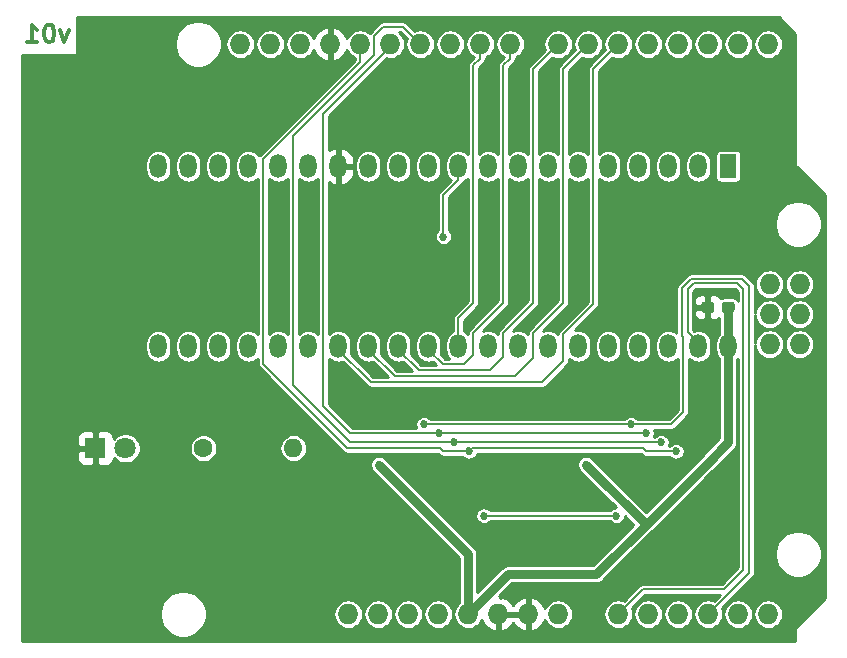
<source format=gbl>
G04 #@! TF.GenerationSoftware,KiCad,Pcbnew,(5.1.2-1)-1*
G04 #@! TF.CreationDate,2019-08-29T21:11:53-07:00*
G04 #@! TF.ProjectId,kicad,6b696361-642e-46b6-9963-61645f706362,rev?*
G04 #@! TF.SameCoordinates,Original*
G04 #@! TF.FileFunction,Copper,L2,Bot*
G04 #@! TF.FilePolarity,Positive*
%FSLAX46Y46*%
G04 Gerber Fmt 4.6, Leading zero omitted, Abs format (unit mm)*
G04 Created by KiCad (PCBNEW (5.1.2-1)-1) date 2019-08-29 21:11:53*
%MOMM*%
%LPD*%
G04 APERTURE LIST*
%ADD10C,0.300000*%
%ADD11C,0.100000*%
%ADD12C,0.950000*%
%ADD13R,1.800000X1.800000*%
%ADD14C,1.800000*%
%ADD15C,1.600000*%
%ADD16O,1.600000X1.600000*%
%ADD17R,1.440000X2.000000*%
%ADD18O,1.440000X2.000000*%
%ADD19O,1.727200X1.727200*%
%ADD20C,0.685800*%
%ADD21C,0.762000*%
%ADD22C,0.177800*%
%ADD23C,0.254000*%
G04 APERTURE END LIST*
D10*
X134627714Y-61654571D02*
X134270571Y-62654571D01*
X133913428Y-61654571D01*
X133056285Y-61154571D02*
X132913428Y-61154571D01*
X132770571Y-61226000D01*
X132699142Y-61297428D01*
X132627714Y-61440285D01*
X132556285Y-61726000D01*
X132556285Y-62083142D01*
X132627714Y-62368857D01*
X132699142Y-62511714D01*
X132770571Y-62583142D01*
X132913428Y-62654571D01*
X133056285Y-62654571D01*
X133199142Y-62583142D01*
X133270571Y-62511714D01*
X133342000Y-62368857D01*
X133413428Y-62083142D01*
X133413428Y-61726000D01*
X133342000Y-61440285D01*
X133270571Y-61297428D01*
X133199142Y-61226000D01*
X133056285Y-61154571D01*
X131127714Y-62654571D02*
X131984857Y-62654571D01*
X131556285Y-62654571D02*
X131556285Y-61154571D01*
X131699142Y-61368857D01*
X131842000Y-61511714D01*
X131984857Y-61583142D01*
D11*
G36*
X190796779Y-84616144D02*
G01*
X190819834Y-84619563D01*
X190842443Y-84625227D01*
X190864387Y-84633079D01*
X190885457Y-84643044D01*
X190905448Y-84655026D01*
X190924168Y-84668910D01*
X190941438Y-84684562D01*
X190957090Y-84701832D01*
X190970974Y-84720552D01*
X190982956Y-84740543D01*
X190992921Y-84761613D01*
X191000773Y-84783557D01*
X191006437Y-84806166D01*
X191009856Y-84829221D01*
X191011000Y-84852500D01*
X191011000Y-85327500D01*
X191009856Y-85350779D01*
X191006437Y-85373834D01*
X191000773Y-85396443D01*
X190992921Y-85418387D01*
X190982956Y-85439457D01*
X190970974Y-85459448D01*
X190957090Y-85478168D01*
X190941438Y-85495438D01*
X190924168Y-85511090D01*
X190905448Y-85524974D01*
X190885457Y-85536956D01*
X190864387Y-85546921D01*
X190842443Y-85554773D01*
X190819834Y-85560437D01*
X190796779Y-85563856D01*
X190773500Y-85565000D01*
X190198500Y-85565000D01*
X190175221Y-85563856D01*
X190152166Y-85560437D01*
X190129557Y-85554773D01*
X190107613Y-85546921D01*
X190086543Y-85536956D01*
X190066552Y-85524974D01*
X190047832Y-85511090D01*
X190030562Y-85495438D01*
X190014910Y-85478168D01*
X190001026Y-85459448D01*
X189989044Y-85439457D01*
X189979079Y-85418387D01*
X189971227Y-85396443D01*
X189965563Y-85373834D01*
X189962144Y-85350779D01*
X189961000Y-85327500D01*
X189961000Y-84852500D01*
X189962144Y-84829221D01*
X189965563Y-84806166D01*
X189971227Y-84783557D01*
X189979079Y-84761613D01*
X189989044Y-84740543D01*
X190001026Y-84720552D01*
X190014910Y-84701832D01*
X190030562Y-84684562D01*
X190047832Y-84668910D01*
X190066552Y-84655026D01*
X190086543Y-84643044D01*
X190107613Y-84633079D01*
X190129557Y-84625227D01*
X190152166Y-84619563D01*
X190175221Y-84616144D01*
X190198500Y-84615000D01*
X190773500Y-84615000D01*
X190796779Y-84616144D01*
X190796779Y-84616144D01*
G37*
D12*
X190486000Y-85090000D03*
D11*
G36*
X189046779Y-84616144D02*
G01*
X189069834Y-84619563D01*
X189092443Y-84625227D01*
X189114387Y-84633079D01*
X189135457Y-84643044D01*
X189155448Y-84655026D01*
X189174168Y-84668910D01*
X189191438Y-84684562D01*
X189207090Y-84701832D01*
X189220974Y-84720552D01*
X189232956Y-84740543D01*
X189242921Y-84761613D01*
X189250773Y-84783557D01*
X189256437Y-84806166D01*
X189259856Y-84829221D01*
X189261000Y-84852500D01*
X189261000Y-85327500D01*
X189259856Y-85350779D01*
X189256437Y-85373834D01*
X189250773Y-85396443D01*
X189242921Y-85418387D01*
X189232956Y-85439457D01*
X189220974Y-85459448D01*
X189207090Y-85478168D01*
X189191438Y-85495438D01*
X189174168Y-85511090D01*
X189155448Y-85524974D01*
X189135457Y-85536956D01*
X189114387Y-85546921D01*
X189092443Y-85554773D01*
X189069834Y-85560437D01*
X189046779Y-85563856D01*
X189023500Y-85565000D01*
X188448500Y-85565000D01*
X188425221Y-85563856D01*
X188402166Y-85560437D01*
X188379557Y-85554773D01*
X188357613Y-85546921D01*
X188336543Y-85536956D01*
X188316552Y-85524974D01*
X188297832Y-85511090D01*
X188280562Y-85495438D01*
X188264910Y-85478168D01*
X188251026Y-85459448D01*
X188239044Y-85439457D01*
X188229079Y-85418387D01*
X188221227Y-85396443D01*
X188215563Y-85373834D01*
X188212144Y-85350779D01*
X188211000Y-85327500D01*
X188211000Y-84852500D01*
X188212144Y-84829221D01*
X188215563Y-84806166D01*
X188221227Y-84783557D01*
X188229079Y-84761613D01*
X188239044Y-84740543D01*
X188251026Y-84720552D01*
X188264910Y-84701832D01*
X188280562Y-84684562D01*
X188297832Y-84668910D01*
X188316552Y-84655026D01*
X188336543Y-84643044D01*
X188357613Y-84633079D01*
X188379557Y-84625227D01*
X188402166Y-84619563D01*
X188425221Y-84616144D01*
X188448500Y-84615000D01*
X189023500Y-84615000D01*
X189046779Y-84616144D01*
X189046779Y-84616144D01*
G37*
D12*
X188736000Y-85090000D03*
D13*
X136906000Y-97028000D03*
D14*
X139446000Y-97028000D03*
D15*
X146050000Y-97028000D03*
D16*
X153670000Y-97028000D03*
D17*
X190500000Y-73152000D03*
D18*
X190500000Y-88392000D03*
X187960000Y-73152000D03*
X187960000Y-88392000D03*
X185420000Y-73152000D03*
X185420000Y-88392000D03*
X182880000Y-73152000D03*
X182880000Y-88392000D03*
X180340000Y-73152000D03*
X180340000Y-88392000D03*
X177800000Y-73152000D03*
X177800000Y-88392000D03*
X175260000Y-73152000D03*
X175260000Y-88392000D03*
X172720000Y-73152000D03*
X172720000Y-88392000D03*
X170180000Y-73152000D03*
X170180000Y-88392000D03*
X167640000Y-73152000D03*
X167640000Y-88392000D03*
X165100000Y-73152000D03*
X165100000Y-88392000D03*
X162560000Y-73152000D03*
X162560000Y-88392000D03*
X160020000Y-73152000D03*
X160020000Y-88392000D03*
X157480000Y-73152000D03*
X157480000Y-88392000D03*
X154940000Y-73152000D03*
X154940000Y-88392000D03*
X152400000Y-73152000D03*
X152400000Y-88392000D03*
X149860000Y-73152000D03*
X149860000Y-88392000D03*
X147320000Y-73152000D03*
X147320000Y-88392000D03*
X144780000Y-73152000D03*
X144780000Y-88392000D03*
X142240000Y-73152000D03*
X142240000Y-88392000D03*
D19*
X193988001Y-88213001D03*
X196528001Y-88213001D03*
X196528001Y-85673001D03*
X193988001Y-85673001D03*
X196528001Y-83133001D03*
X181161001Y-111073001D03*
X176081001Y-111073001D03*
X173541001Y-111073001D03*
X171001001Y-111073001D03*
X168461001Y-111073001D03*
X165921001Y-111073001D03*
X163381001Y-111073001D03*
X160841001Y-111073001D03*
X193861001Y-62813001D03*
X191321001Y-62813001D03*
X188781001Y-62813001D03*
X186241001Y-62813001D03*
X183701001Y-62813001D03*
X181161001Y-62813001D03*
X178621001Y-62813001D03*
X176081001Y-62813001D03*
X156777001Y-62813001D03*
X172017001Y-62813001D03*
X169477001Y-62813001D03*
X166937001Y-62813001D03*
X149157001Y-62813001D03*
X151697001Y-62813001D03*
X154237001Y-62813001D03*
X159317001Y-62813001D03*
X161857001Y-62813001D03*
X164397001Y-62813001D03*
X158301001Y-111073001D03*
X183701001Y-111073001D03*
X186241001Y-111073001D03*
X188781001Y-111073001D03*
X191321001Y-111073001D03*
X193861001Y-111073001D03*
X193988001Y-83133001D03*
D20*
X154940000Y-77216000D03*
X152400000Y-77216000D03*
X167640000Y-92456000D03*
X170180000Y-81788000D03*
X172720000Y-81788000D03*
X175260000Y-81788000D03*
X177800000Y-81788000D03*
X180340000Y-81788000D03*
X176530000Y-92456000D03*
X180340000Y-92456000D03*
X165100000Y-81788000D03*
X162560000Y-81788000D03*
X160020000Y-81788000D03*
X157480000Y-81788000D03*
X160909000Y-98425000D03*
X178449000Y-98411000D03*
X169799000Y-102743000D03*
X181017890Y-102743000D03*
X186055000Y-97282000D03*
X168529000Y-97282000D03*
X184785000Y-96520000D03*
X167259000Y-96520000D03*
X183515000Y-95758000D03*
X165989000Y-95758000D03*
X166370000Y-79121000D03*
X182245000Y-94996000D03*
X164719000Y-94996000D03*
D21*
X190500000Y-89034002D02*
X190500000Y-88392000D01*
X168461001Y-105977001D02*
X160909000Y-98425000D01*
X168461001Y-111073001D02*
X168461001Y-105977001D01*
X171838002Y-107696000D02*
X179324000Y-107696000D01*
X168461001Y-111073001D02*
X171838002Y-107696000D01*
X178449000Y-98411000D02*
X183515000Y-103477000D01*
X183515000Y-103505000D02*
X188595000Y-98425000D01*
X183515000Y-103477000D02*
X183515000Y-103505000D01*
X179324000Y-107696000D02*
X183515000Y-103505000D01*
X190486000Y-88378000D02*
X190500000Y-88392000D01*
X190486000Y-85090000D02*
X190486000Y-88378000D01*
X188609000Y-98411000D02*
X188595000Y-98411000D01*
X190500000Y-96520000D02*
X188609000Y-98411000D01*
X190500000Y-88392000D02*
X190500000Y-96520000D01*
D22*
X169799000Y-102743000D02*
X181017890Y-102743000D01*
X159317001Y-64329999D02*
X159317001Y-62813001D01*
X151130000Y-89916000D02*
X151130000Y-72517000D01*
X158242000Y-97028000D02*
X151130000Y-89916000D01*
X151130000Y-72517000D02*
X159317001Y-64329999D01*
X166116000Y-97028000D02*
X158242000Y-97028000D01*
X166370000Y-97282000D02*
X166116000Y-97028000D01*
X168529000Y-97282000D02*
X166370000Y-97282000D01*
X168783000Y-97028000D02*
X168529000Y-97282000D01*
X183515000Y-97282000D02*
X183261000Y-97028000D01*
X183261000Y-97028000D02*
X168783000Y-97028000D01*
X186055000Y-97282000D02*
X183515000Y-97282000D01*
X184785000Y-96520000D02*
X167259000Y-96520000D01*
X163533402Y-61949402D02*
X164397001Y-62813001D01*
X162925000Y-61341000D02*
X163533402Y-61949402D01*
X160528000Y-63754000D02*
X160528000Y-62103000D01*
X161290000Y-61341000D02*
X162925000Y-61341000D01*
X160528000Y-62103000D02*
X161290000Y-61341000D01*
X153670000Y-70612000D02*
X160528000Y-63754000D01*
X167259000Y-96520000D02*
X158496000Y-96520000D01*
X153670000Y-91694000D02*
X153670000Y-70612000D01*
X158496000Y-96520000D02*
X153670000Y-91694000D01*
X183515000Y-95758000D02*
X165989000Y-95758000D01*
X156210000Y-68707000D02*
X161857001Y-63059999D01*
X156210000Y-93472000D02*
X156210000Y-68707000D01*
X161857001Y-63059999D02*
X161857001Y-62813001D01*
X158496000Y-95758000D02*
X156210000Y-93472000D01*
X165989000Y-95758000D02*
X158496000Y-95758000D01*
X167640000Y-74295000D02*
X167640000Y-73152000D01*
X166370000Y-75565000D02*
X167640000Y-74295000D01*
X166370000Y-79121000D02*
X166370000Y-75565000D01*
X183268002Y-108966000D02*
X182024600Y-110209402D01*
X187960000Y-88112000D02*
X187062200Y-87214200D01*
X187062200Y-87214200D02*
X187062200Y-83574800D01*
X191770000Y-83566000D02*
X191770000Y-107315000D01*
X187960000Y-88392000D02*
X187960000Y-88112000D01*
X191262000Y-83058000D02*
X191770000Y-83566000D01*
X182024600Y-110209402D02*
X181161001Y-111073001D01*
X187579000Y-83058000D02*
X191262000Y-83058000D01*
X187062200Y-83574800D02*
X187579000Y-83058000D01*
X190119000Y-108966000D02*
X183268002Y-108966000D01*
X191770000Y-107315000D02*
X190119000Y-108966000D01*
X169477001Y-64034315D02*
X169477001Y-62813001D01*
X168910000Y-64601316D02*
X169477001Y-64034315D01*
X168910000Y-84755100D02*
X168910000Y-64601316D01*
X167640000Y-86025100D02*
X168910000Y-84755100D01*
X167640000Y-88392000D02*
X167640000Y-86025100D01*
X171450000Y-64601316D02*
X172017001Y-64034315D01*
X172017001Y-64034315D02*
X172017001Y-62813001D01*
X171450000Y-84709000D02*
X171450000Y-64601316D01*
X168910000Y-87249000D02*
X171450000Y-84709000D01*
X168910000Y-89154000D02*
X168910000Y-87249000D01*
X165100000Y-88392000D02*
X165100000Y-88672000D01*
X168148000Y-89916000D02*
X168910000Y-89154000D01*
X166344000Y-89916000D02*
X168148000Y-89916000D01*
X165100000Y-88672000D02*
X166344000Y-89916000D01*
X173990000Y-64904002D02*
X176081001Y-62813001D01*
X173990000Y-84709000D02*
X173990000Y-64904002D01*
X171450000Y-89281000D02*
X171450000Y-87249000D01*
X162560000Y-88392000D02*
X162560000Y-88672000D01*
X164312000Y-90424000D02*
X170307000Y-90424000D01*
X171450000Y-87249000D02*
X173990000Y-84709000D01*
X170307000Y-90424000D02*
X171450000Y-89281000D01*
X162560000Y-88672000D02*
X164312000Y-90424000D01*
X177757402Y-63676600D02*
X178621001Y-62813001D01*
X176530000Y-64904002D02*
X177757402Y-63676600D01*
X173990000Y-89408000D02*
X173990000Y-87249000D01*
X176530000Y-84709000D02*
X176530000Y-64904002D01*
X160020000Y-88392000D02*
X160020000Y-88672000D01*
X162280000Y-90932000D02*
X172466000Y-90932000D01*
X172466000Y-90932000D02*
X173990000Y-89408000D01*
X173990000Y-87249000D02*
X176530000Y-84709000D01*
X160020000Y-88672000D02*
X162280000Y-90932000D01*
X180297402Y-63676600D02*
X181161001Y-62813001D01*
X179070000Y-64904002D02*
X180297402Y-63676600D01*
X179070000Y-84833454D02*
X179070000Y-64904002D01*
X176530000Y-87373454D02*
X179070000Y-84833454D01*
X176530000Y-89662000D02*
X176530000Y-87373454D01*
X174752000Y-91440000D02*
X176530000Y-89662000D01*
X160248000Y-91440000D02*
X174752000Y-91440000D01*
X157480000Y-88672000D02*
X160248000Y-91440000D01*
X157480000Y-88392000D02*
X157480000Y-88672000D01*
X182245000Y-94996000D02*
X164719000Y-94996000D01*
X186563000Y-83439000D02*
X187325000Y-82677000D01*
X186563000Y-87503000D02*
X186563000Y-83439000D01*
X189644600Y-110209402D02*
X188781001Y-111073001D01*
X186690000Y-87630000D02*
X186563000Y-87503000D01*
X186690000Y-93980000D02*
X186690000Y-87630000D01*
X185674000Y-94996000D02*
X186690000Y-93980000D01*
X192278000Y-83312000D02*
X192278000Y-107576002D01*
X191643000Y-82677000D02*
X192278000Y-83312000D01*
X187325000Y-82677000D02*
X191643000Y-82677000D01*
X182245000Y-94996000D02*
X185674000Y-94996000D01*
X192278000Y-107576002D02*
X189644600Y-110209402D01*
D23*
G36*
X196139200Y-61940971D02*
G01*
X196139201Y-72878057D01*
X196137237Y-72898000D01*
X196145075Y-72977589D01*
X196159457Y-73025000D01*
X196168291Y-73054121D01*
X196205991Y-73124653D01*
X196256727Y-73186474D01*
X196272220Y-73199189D01*
X198679200Y-75606171D01*
X198679201Y-109712228D01*
X196272224Y-112119207D01*
X196256726Y-112131926D01*
X196205990Y-112193748D01*
X196168290Y-112264280D01*
X196145075Y-112340811D01*
X196139200Y-112400460D01*
X196139200Y-112400467D01*
X196137237Y-112420400D01*
X196139200Y-112440333D01*
X196139201Y-113335200D01*
X130657200Y-113335200D01*
X130657200Y-110877890D01*
X142350001Y-110877890D01*
X142350001Y-111268112D01*
X142426130Y-111650837D01*
X142575462Y-112011356D01*
X142792258Y-112335815D01*
X143068187Y-112611744D01*
X143392646Y-112828540D01*
X143753165Y-112977872D01*
X144135890Y-113054001D01*
X144526112Y-113054001D01*
X144908837Y-112977872D01*
X145269356Y-112828540D01*
X145593815Y-112611744D01*
X145869744Y-112335815D01*
X146086540Y-112011356D01*
X146235872Y-111650837D01*
X146312001Y-111268112D01*
X146312001Y-111073001D01*
X157050379Y-111073001D01*
X157074409Y-111316985D01*
X157145577Y-111551593D01*
X157261147Y-111767809D01*
X157416678Y-111957324D01*
X157606193Y-112112855D01*
X157822409Y-112228425D01*
X158057017Y-112299593D01*
X158239858Y-112317601D01*
X158362144Y-112317601D01*
X158544985Y-112299593D01*
X158779593Y-112228425D01*
X158995809Y-112112855D01*
X159185324Y-111957324D01*
X159340855Y-111767809D01*
X159456425Y-111551593D01*
X159527593Y-111316985D01*
X159551623Y-111073001D01*
X159590379Y-111073001D01*
X159614409Y-111316985D01*
X159685577Y-111551593D01*
X159801147Y-111767809D01*
X159956678Y-111957324D01*
X160146193Y-112112855D01*
X160362409Y-112228425D01*
X160597017Y-112299593D01*
X160779858Y-112317601D01*
X160902144Y-112317601D01*
X161084985Y-112299593D01*
X161319593Y-112228425D01*
X161535809Y-112112855D01*
X161725324Y-111957324D01*
X161880855Y-111767809D01*
X161996425Y-111551593D01*
X162067593Y-111316985D01*
X162091623Y-111073001D01*
X162130379Y-111073001D01*
X162154409Y-111316985D01*
X162225577Y-111551593D01*
X162341147Y-111767809D01*
X162496678Y-111957324D01*
X162686193Y-112112855D01*
X162902409Y-112228425D01*
X163137017Y-112299593D01*
X163319858Y-112317601D01*
X163442144Y-112317601D01*
X163624985Y-112299593D01*
X163859593Y-112228425D01*
X164075809Y-112112855D01*
X164265324Y-111957324D01*
X164420855Y-111767809D01*
X164536425Y-111551593D01*
X164607593Y-111316985D01*
X164631623Y-111073001D01*
X164670379Y-111073001D01*
X164694409Y-111316985D01*
X164765577Y-111551593D01*
X164881147Y-111767809D01*
X165036678Y-111957324D01*
X165226193Y-112112855D01*
X165442409Y-112228425D01*
X165677017Y-112299593D01*
X165859858Y-112317601D01*
X165982144Y-112317601D01*
X166164985Y-112299593D01*
X166399593Y-112228425D01*
X166615809Y-112112855D01*
X166805324Y-111957324D01*
X166960855Y-111767809D01*
X167076425Y-111551593D01*
X167147593Y-111316985D01*
X167171623Y-111073001D01*
X167147593Y-110829017D01*
X167076425Y-110594409D01*
X166960855Y-110378193D01*
X166805324Y-110188678D01*
X166615809Y-110033147D01*
X166399593Y-109917577D01*
X166164985Y-109846409D01*
X165982144Y-109828401D01*
X165859858Y-109828401D01*
X165677017Y-109846409D01*
X165442409Y-109917577D01*
X165226193Y-110033147D01*
X165036678Y-110188678D01*
X164881147Y-110378193D01*
X164765577Y-110594409D01*
X164694409Y-110829017D01*
X164670379Y-111073001D01*
X164631623Y-111073001D01*
X164607593Y-110829017D01*
X164536425Y-110594409D01*
X164420855Y-110378193D01*
X164265324Y-110188678D01*
X164075809Y-110033147D01*
X163859593Y-109917577D01*
X163624985Y-109846409D01*
X163442144Y-109828401D01*
X163319858Y-109828401D01*
X163137017Y-109846409D01*
X162902409Y-109917577D01*
X162686193Y-110033147D01*
X162496678Y-110188678D01*
X162341147Y-110378193D01*
X162225577Y-110594409D01*
X162154409Y-110829017D01*
X162130379Y-111073001D01*
X162091623Y-111073001D01*
X162067593Y-110829017D01*
X161996425Y-110594409D01*
X161880855Y-110378193D01*
X161725324Y-110188678D01*
X161535809Y-110033147D01*
X161319593Y-109917577D01*
X161084985Y-109846409D01*
X160902144Y-109828401D01*
X160779858Y-109828401D01*
X160597017Y-109846409D01*
X160362409Y-109917577D01*
X160146193Y-110033147D01*
X159956678Y-110188678D01*
X159801147Y-110378193D01*
X159685577Y-110594409D01*
X159614409Y-110829017D01*
X159590379Y-111073001D01*
X159551623Y-111073001D01*
X159527593Y-110829017D01*
X159456425Y-110594409D01*
X159340855Y-110378193D01*
X159185324Y-110188678D01*
X158995809Y-110033147D01*
X158779593Y-109917577D01*
X158544985Y-109846409D01*
X158362144Y-109828401D01*
X158239858Y-109828401D01*
X158057017Y-109846409D01*
X157822409Y-109917577D01*
X157606193Y-110033147D01*
X157416678Y-110188678D01*
X157261147Y-110378193D01*
X157145577Y-110594409D01*
X157074409Y-110829017D01*
X157050379Y-111073001D01*
X146312001Y-111073001D01*
X146312001Y-110877890D01*
X146235872Y-110495165D01*
X146086540Y-110134646D01*
X145869744Y-109810187D01*
X145593815Y-109534258D01*
X145269356Y-109317462D01*
X144908837Y-109168130D01*
X144526112Y-109092001D01*
X144135890Y-109092001D01*
X143753165Y-109168130D01*
X143392646Y-109317462D01*
X143068187Y-109534258D01*
X142792258Y-109810187D01*
X142575462Y-110134646D01*
X142426130Y-110495165D01*
X142350001Y-110877890D01*
X130657200Y-110877890D01*
X130657200Y-97928000D01*
X135367928Y-97928000D01*
X135380188Y-98052482D01*
X135416498Y-98172180D01*
X135475463Y-98282494D01*
X135554815Y-98379185D01*
X135651506Y-98458537D01*
X135761820Y-98517502D01*
X135881518Y-98553812D01*
X136006000Y-98566072D01*
X136620250Y-98563000D01*
X136779000Y-98404250D01*
X136779000Y-97155000D01*
X135529750Y-97155000D01*
X135371000Y-97313750D01*
X135367928Y-97928000D01*
X130657200Y-97928000D01*
X130657200Y-96128000D01*
X135367928Y-96128000D01*
X135371000Y-96742250D01*
X135529750Y-96901000D01*
X136779000Y-96901000D01*
X136779000Y-95651750D01*
X137033000Y-95651750D01*
X137033000Y-96901000D01*
X137053000Y-96901000D01*
X137053000Y-97155000D01*
X137033000Y-97155000D01*
X137033000Y-98404250D01*
X137191750Y-98563000D01*
X137806000Y-98566072D01*
X137930482Y-98553812D01*
X138050180Y-98517502D01*
X138160494Y-98458537D01*
X138257185Y-98379185D01*
X138336537Y-98282494D01*
X138395502Y-98172180D01*
X138431812Y-98052482D01*
X138444072Y-97928000D01*
X138443600Y-97833541D01*
X138450982Y-97844590D01*
X138629410Y-98023018D01*
X138839219Y-98163207D01*
X139072346Y-98259772D01*
X139319833Y-98309000D01*
X139572167Y-98309000D01*
X139819654Y-98259772D01*
X140052781Y-98163207D01*
X140262590Y-98023018D01*
X140441018Y-97844590D01*
X140581207Y-97634781D01*
X140677772Y-97401654D01*
X140727000Y-97154167D01*
X140727000Y-96911682D01*
X144869000Y-96911682D01*
X144869000Y-97144318D01*
X144914386Y-97372485D01*
X145003412Y-97587413D01*
X145132658Y-97780843D01*
X145297157Y-97945342D01*
X145490587Y-98074588D01*
X145705515Y-98163614D01*
X145933682Y-98209000D01*
X146166318Y-98209000D01*
X146394485Y-98163614D01*
X146609413Y-98074588D01*
X146802843Y-97945342D01*
X146967342Y-97780843D01*
X147096588Y-97587413D01*
X147185614Y-97372485D01*
X147231000Y-97144318D01*
X147231000Y-97028000D01*
X152483286Y-97028000D01*
X152506088Y-97259516D01*
X152573619Y-97482136D01*
X152683283Y-97687303D01*
X152830866Y-97867134D01*
X153010697Y-98014717D01*
X153215864Y-98124381D01*
X153438484Y-98191912D01*
X153611984Y-98209000D01*
X153728016Y-98209000D01*
X153901516Y-98191912D01*
X154124136Y-98124381D01*
X154329303Y-98014717D01*
X154509134Y-97867134D01*
X154656717Y-97687303D01*
X154766381Y-97482136D01*
X154833912Y-97259516D01*
X154856714Y-97028000D01*
X154833912Y-96796484D01*
X154766381Y-96573864D01*
X154656717Y-96368697D01*
X154509134Y-96188866D01*
X154329303Y-96041283D01*
X154124136Y-95931619D01*
X153901516Y-95864088D01*
X153728016Y-95847000D01*
X153611984Y-95847000D01*
X153438484Y-95864088D01*
X153215864Y-95931619D01*
X153010697Y-96041283D01*
X152830866Y-96188866D01*
X152683283Y-96368697D01*
X152573619Y-96573864D01*
X152506088Y-96796484D01*
X152483286Y-97028000D01*
X147231000Y-97028000D01*
X147231000Y-96911682D01*
X147185614Y-96683515D01*
X147096588Y-96468587D01*
X146967342Y-96275157D01*
X146802843Y-96110658D01*
X146609413Y-95981412D01*
X146394485Y-95892386D01*
X146166318Y-95847000D01*
X145933682Y-95847000D01*
X145705515Y-95892386D01*
X145490587Y-95981412D01*
X145297157Y-96110658D01*
X145132658Y-96275157D01*
X145003412Y-96468587D01*
X144914386Y-96683515D01*
X144869000Y-96911682D01*
X140727000Y-96911682D01*
X140727000Y-96901833D01*
X140677772Y-96654346D01*
X140581207Y-96421219D01*
X140441018Y-96211410D01*
X140262590Y-96032982D01*
X140052781Y-95892793D01*
X139819654Y-95796228D01*
X139572167Y-95747000D01*
X139319833Y-95747000D01*
X139072346Y-95796228D01*
X138839219Y-95892793D01*
X138629410Y-96032982D01*
X138450982Y-96211410D01*
X138443600Y-96222459D01*
X138444072Y-96128000D01*
X138431812Y-96003518D01*
X138395502Y-95883820D01*
X138336537Y-95773506D01*
X138257185Y-95676815D01*
X138160494Y-95597463D01*
X138050180Y-95538498D01*
X137930482Y-95502188D01*
X137806000Y-95489928D01*
X137191750Y-95493000D01*
X137033000Y-95651750D01*
X136779000Y-95651750D01*
X136620250Y-95493000D01*
X136006000Y-95489928D01*
X135881518Y-95502188D01*
X135761820Y-95538498D01*
X135651506Y-95597463D01*
X135554815Y-95676815D01*
X135475463Y-95773506D01*
X135416498Y-95883820D01*
X135380188Y-96003518D01*
X135367928Y-96128000D01*
X130657200Y-96128000D01*
X130657200Y-88057915D01*
X141139000Y-88057915D01*
X141139000Y-88726084D01*
X141154931Y-88887833D01*
X141217887Y-89095372D01*
X141320123Y-89286642D01*
X141457709Y-89454291D01*
X141625358Y-89591877D01*
X141816627Y-89694113D01*
X142024166Y-89757069D01*
X142240000Y-89778327D01*
X142455833Y-89757069D01*
X142663372Y-89694113D01*
X142854642Y-89591877D01*
X143022291Y-89454291D01*
X143159877Y-89286642D01*
X143262113Y-89095373D01*
X143325069Y-88887834D01*
X143341000Y-88726085D01*
X143341000Y-88057916D01*
X143341000Y-88057915D01*
X143679000Y-88057915D01*
X143679000Y-88726084D01*
X143694931Y-88887833D01*
X143757887Y-89095372D01*
X143860123Y-89286642D01*
X143997709Y-89454291D01*
X144165358Y-89591877D01*
X144356627Y-89694113D01*
X144564166Y-89757069D01*
X144780000Y-89778327D01*
X144995833Y-89757069D01*
X145203372Y-89694113D01*
X145394642Y-89591877D01*
X145562291Y-89454291D01*
X145699877Y-89286642D01*
X145802113Y-89095373D01*
X145865069Y-88887834D01*
X145881000Y-88726085D01*
X145881000Y-88057916D01*
X145881000Y-88057915D01*
X146219000Y-88057915D01*
X146219000Y-88726084D01*
X146234931Y-88887833D01*
X146297887Y-89095372D01*
X146400123Y-89286642D01*
X146537709Y-89454291D01*
X146705358Y-89591877D01*
X146896627Y-89694113D01*
X147104166Y-89757069D01*
X147320000Y-89778327D01*
X147535833Y-89757069D01*
X147743372Y-89694113D01*
X147934642Y-89591877D01*
X148102291Y-89454291D01*
X148239877Y-89286642D01*
X148342113Y-89095373D01*
X148405069Y-88887834D01*
X148421000Y-88726085D01*
X148421000Y-88057916D01*
X148405069Y-87896167D01*
X148342113Y-87688628D01*
X148239877Y-87497358D01*
X148102291Y-87329709D01*
X147934642Y-87192123D01*
X147743373Y-87089887D01*
X147535834Y-87026931D01*
X147320000Y-87005673D01*
X147104167Y-87026931D01*
X146896628Y-87089887D01*
X146705359Y-87192123D01*
X146537710Y-87329709D01*
X146400124Y-87497358D01*
X146297888Y-87688627D01*
X146234931Y-87896166D01*
X146219000Y-88057915D01*
X145881000Y-88057915D01*
X145865069Y-87896167D01*
X145802113Y-87688628D01*
X145699877Y-87497358D01*
X145562291Y-87329709D01*
X145394642Y-87192123D01*
X145203373Y-87089887D01*
X144995834Y-87026931D01*
X144780000Y-87005673D01*
X144564167Y-87026931D01*
X144356628Y-87089887D01*
X144165359Y-87192123D01*
X143997710Y-87329709D01*
X143860124Y-87497358D01*
X143757888Y-87688627D01*
X143694931Y-87896166D01*
X143679000Y-88057915D01*
X143341000Y-88057915D01*
X143325069Y-87896167D01*
X143262113Y-87688628D01*
X143159877Y-87497358D01*
X143022291Y-87329709D01*
X142854642Y-87192123D01*
X142663373Y-87089887D01*
X142455834Y-87026931D01*
X142240000Y-87005673D01*
X142024167Y-87026931D01*
X141816628Y-87089887D01*
X141625359Y-87192123D01*
X141457710Y-87329709D01*
X141320124Y-87497358D01*
X141217888Y-87688627D01*
X141154931Y-87896166D01*
X141139000Y-88057915D01*
X130657200Y-88057915D01*
X130657200Y-72817915D01*
X141139000Y-72817915D01*
X141139000Y-73486084D01*
X141154931Y-73647833D01*
X141217887Y-73855372D01*
X141320123Y-74046642D01*
X141457709Y-74214291D01*
X141625358Y-74351877D01*
X141816627Y-74454113D01*
X142024166Y-74517069D01*
X142240000Y-74538327D01*
X142455833Y-74517069D01*
X142663372Y-74454113D01*
X142854642Y-74351877D01*
X143022291Y-74214291D01*
X143159877Y-74046642D01*
X143262113Y-73855373D01*
X143325069Y-73647834D01*
X143341000Y-73486085D01*
X143341000Y-72817916D01*
X143341000Y-72817915D01*
X143679000Y-72817915D01*
X143679000Y-73486084D01*
X143694931Y-73647833D01*
X143757887Y-73855372D01*
X143860123Y-74046642D01*
X143997709Y-74214291D01*
X144165358Y-74351877D01*
X144356627Y-74454113D01*
X144564166Y-74517069D01*
X144780000Y-74538327D01*
X144995833Y-74517069D01*
X145203372Y-74454113D01*
X145394642Y-74351877D01*
X145562291Y-74214291D01*
X145699877Y-74046642D01*
X145802113Y-73855373D01*
X145865069Y-73647834D01*
X145881000Y-73486085D01*
X145881000Y-72817916D01*
X145881000Y-72817915D01*
X146219000Y-72817915D01*
X146219000Y-73486084D01*
X146234931Y-73647833D01*
X146297887Y-73855372D01*
X146400123Y-74046642D01*
X146537709Y-74214291D01*
X146705358Y-74351877D01*
X146896627Y-74454113D01*
X147104166Y-74517069D01*
X147320000Y-74538327D01*
X147535833Y-74517069D01*
X147743372Y-74454113D01*
X147934642Y-74351877D01*
X148102291Y-74214291D01*
X148239877Y-74046642D01*
X148342113Y-73855373D01*
X148405069Y-73647834D01*
X148421000Y-73486085D01*
X148421000Y-72817916D01*
X148421000Y-72817915D01*
X148759000Y-72817915D01*
X148759000Y-73486084D01*
X148774931Y-73647833D01*
X148837887Y-73855372D01*
X148940123Y-74046642D01*
X149077709Y-74214291D01*
X149245358Y-74351877D01*
X149436627Y-74454113D01*
X149644166Y-74517069D01*
X149860000Y-74538327D01*
X150075833Y-74517069D01*
X150283372Y-74454113D01*
X150474642Y-74351877D01*
X150642291Y-74214291D01*
X150660101Y-74192590D01*
X150660100Y-87351410D01*
X150642291Y-87329709D01*
X150474642Y-87192123D01*
X150283373Y-87089887D01*
X150075834Y-87026931D01*
X149860000Y-87005673D01*
X149644167Y-87026931D01*
X149436628Y-87089887D01*
X149245359Y-87192123D01*
X149077710Y-87329709D01*
X148940124Y-87497358D01*
X148837888Y-87688627D01*
X148774931Y-87896166D01*
X148759000Y-88057915D01*
X148759000Y-88726084D01*
X148774931Y-88887833D01*
X148837887Y-89095372D01*
X148940123Y-89286642D01*
X149077709Y-89454291D01*
X149245358Y-89591877D01*
X149436627Y-89694113D01*
X149644166Y-89757069D01*
X149860000Y-89778327D01*
X150075833Y-89757069D01*
X150283372Y-89694113D01*
X150474642Y-89591877D01*
X150642291Y-89454291D01*
X150660100Y-89432591D01*
X150660100Y-89892923D01*
X150657827Y-89916000D01*
X150666900Y-90008116D01*
X150673964Y-90031402D01*
X150693769Y-90096692D01*
X150737402Y-90178325D01*
X150796123Y-90249877D01*
X150814057Y-90264595D01*
X157893410Y-97343949D01*
X157908123Y-97361877D01*
X157979675Y-97420598D01*
X158058428Y-97462692D01*
X158061307Y-97464231D01*
X158149883Y-97491100D01*
X158242000Y-97500173D01*
X158265077Y-97497900D01*
X165921362Y-97497900D01*
X166021405Y-97597943D01*
X166036123Y-97615877D01*
X166107675Y-97674598D01*
X166189307Y-97718231D01*
X166244436Y-97734954D01*
X166277882Y-97745100D01*
X166369999Y-97754173D01*
X166393076Y-97751900D01*
X167975150Y-97751900D01*
X168067540Y-97844290D01*
X168186105Y-97923512D01*
X168317846Y-97978081D01*
X168457702Y-98005900D01*
X168600298Y-98005900D01*
X168740154Y-97978081D01*
X168871895Y-97923512D01*
X168990460Y-97844290D01*
X169091290Y-97743460D01*
X169170512Y-97624895D01*
X169223115Y-97497900D01*
X183066362Y-97497900D01*
X183166405Y-97597943D01*
X183181123Y-97615877D01*
X183252675Y-97674598D01*
X183334307Y-97718231D01*
X183389436Y-97734954D01*
X183422882Y-97745100D01*
X183514999Y-97754173D01*
X183538076Y-97751900D01*
X185501150Y-97751900D01*
X185593540Y-97844290D01*
X185712105Y-97923512D01*
X185843846Y-97978081D01*
X185983702Y-98005900D01*
X186126298Y-98005900D01*
X186266154Y-97978081D01*
X186397895Y-97923512D01*
X186516460Y-97844290D01*
X186617290Y-97743460D01*
X186696512Y-97624895D01*
X186751081Y-97493154D01*
X186778900Y-97353298D01*
X186778900Y-97210702D01*
X186751081Y-97070846D01*
X186696512Y-96939105D01*
X186617290Y-96820540D01*
X186516460Y-96719710D01*
X186397895Y-96640488D01*
X186266154Y-96585919D01*
X186126298Y-96558100D01*
X185983702Y-96558100D01*
X185843846Y-96585919D01*
X185712105Y-96640488D01*
X185593540Y-96719710D01*
X185501150Y-96812100D01*
X185447552Y-96812100D01*
X185481081Y-96731154D01*
X185508900Y-96591298D01*
X185508900Y-96448702D01*
X185481081Y-96308846D01*
X185426512Y-96177105D01*
X185347290Y-96058540D01*
X185246460Y-95957710D01*
X185127895Y-95878488D01*
X184996154Y-95823919D01*
X184856298Y-95796100D01*
X184713702Y-95796100D01*
X184573846Y-95823919D01*
X184442105Y-95878488D01*
X184323540Y-95957710D01*
X184231150Y-96050100D01*
X184177552Y-96050100D01*
X184211081Y-95969154D01*
X184238900Y-95829298D01*
X184238900Y-95686702D01*
X184211081Y-95546846D01*
X184177552Y-95465900D01*
X185650923Y-95465900D01*
X185674000Y-95468173D01*
X185697077Y-95465900D01*
X185766116Y-95459100D01*
X185854693Y-95432231D01*
X185936325Y-95388598D01*
X186007877Y-95329877D01*
X186022595Y-95311943D01*
X187005948Y-94328591D01*
X187023877Y-94313877D01*
X187082598Y-94242325D01*
X187126231Y-94160693D01*
X187153100Y-94072116D01*
X187159900Y-94003077D01*
X187159900Y-94003076D01*
X187162173Y-93980000D01*
X187159900Y-93956923D01*
X187159900Y-89432591D01*
X187177709Y-89454291D01*
X187345358Y-89591877D01*
X187536627Y-89694113D01*
X187744166Y-89757069D01*
X187960000Y-89778327D01*
X188175833Y-89757069D01*
X188383372Y-89694113D01*
X188574642Y-89591877D01*
X188742291Y-89454291D01*
X188879877Y-89286642D01*
X188982113Y-89095373D01*
X189045069Y-88887834D01*
X189061000Y-88726085D01*
X189061000Y-88057916D01*
X189045069Y-87896167D01*
X188982113Y-87688628D01*
X188879877Y-87497358D01*
X188742291Y-87329709D01*
X188574642Y-87192123D01*
X188383373Y-87089887D01*
X188175834Y-87026931D01*
X187960000Y-87005673D01*
X187744167Y-87026931D01*
X187587111Y-87074573D01*
X187532100Y-87019562D01*
X187532100Y-85565000D01*
X187572928Y-85565000D01*
X187585188Y-85689482D01*
X187621498Y-85809180D01*
X187680463Y-85919494D01*
X187759815Y-86016185D01*
X187856506Y-86095537D01*
X187966820Y-86154502D01*
X188086518Y-86190812D01*
X188211000Y-86203072D01*
X188450250Y-86200000D01*
X188609000Y-86041250D01*
X188609000Y-85217000D01*
X187734750Y-85217000D01*
X187576000Y-85375750D01*
X187572928Y-85565000D01*
X187532100Y-85565000D01*
X187532100Y-84615000D01*
X187572928Y-84615000D01*
X187576000Y-84804250D01*
X187734750Y-84963000D01*
X188609000Y-84963000D01*
X188609000Y-84138750D01*
X188450250Y-83980000D01*
X188211000Y-83976928D01*
X188086518Y-83989188D01*
X187966820Y-84025498D01*
X187856506Y-84084463D01*
X187759815Y-84163815D01*
X187680463Y-84260506D01*
X187621498Y-84370820D01*
X187585188Y-84490518D01*
X187572928Y-84615000D01*
X187532100Y-84615000D01*
X187532100Y-83769438D01*
X187773639Y-83527900D01*
X191067362Y-83527900D01*
X191300100Y-83760639D01*
X191300100Y-84528069D01*
X191289296Y-84507856D01*
X191212149Y-84413851D01*
X191118144Y-84336704D01*
X191010895Y-84279378D01*
X190894523Y-84244077D01*
X190773500Y-84232157D01*
X190198500Y-84232157D01*
X190077477Y-84244077D01*
X189961105Y-84279378D01*
X189853856Y-84336704D01*
X189838849Y-84349020D01*
X189791537Y-84260506D01*
X189712185Y-84163815D01*
X189615494Y-84084463D01*
X189505180Y-84025498D01*
X189385482Y-83989188D01*
X189261000Y-83976928D01*
X189021750Y-83980000D01*
X188863000Y-84138750D01*
X188863000Y-84963000D01*
X188883000Y-84963000D01*
X188883000Y-85217000D01*
X188863000Y-85217000D01*
X188863000Y-86041250D01*
X189021750Y-86200000D01*
X189261000Y-86203072D01*
X189385482Y-86190812D01*
X189505180Y-86154502D01*
X189615494Y-86095537D01*
X189712185Y-86016185D01*
X189724000Y-86001788D01*
X189724001Y-87324546D01*
X189717710Y-87329709D01*
X189580124Y-87497358D01*
X189477888Y-87688627D01*
X189414931Y-87896166D01*
X189399000Y-88057915D01*
X189399000Y-88726084D01*
X189414931Y-88887833D01*
X189477887Y-89095372D01*
X189580123Y-89286642D01*
X189717709Y-89454291D01*
X189738000Y-89470944D01*
X189738001Y-96204368D01*
X188160724Y-97781646D01*
X188053578Y-97869578D01*
X187965650Y-97976719D01*
X183529000Y-102413369D01*
X178961351Y-97845721D01*
X178874392Y-97774355D01*
X178742015Y-97703599D01*
X178598378Y-97660027D01*
X178449000Y-97645314D01*
X178299622Y-97660027D01*
X178155985Y-97703599D01*
X178023608Y-97774355D01*
X177907579Y-97869579D01*
X177812355Y-97985608D01*
X177741599Y-98117985D01*
X177698027Y-98261622D01*
X177683314Y-98411000D01*
X177698027Y-98560378D01*
X177741599Y-98704015D01*
X177812355Y-98836392D01*
X177883721Y-98923351D01*
X180979469Y-102019100D01*
X180946592Y-102019100D01*
X180806736Y-102046919D01*
X180674995Y-102101488D01*
X180556430Y-102180710D01*
X180464040Y-102273100D01*
X170352850Y-102273100D01*
X170260460Y-102180710D01*
X170141895Y-102101488D01*
X170010154Y-102046919D01*
X169870298Y-102019100D01*
X169727702Y-102019100D01*
X169587846Y-102046919D01*
X169456105Y-102101488D01*
X169337540Y-102180710D01*
X169236710Y-102281540D01*
X169157488Y-102400105D01*
X169102919Y-102531846D01*
X169075100Y-102671702D01*
X169075100Y-102814298D01*
X169102919Y-102954154D01*
X169157488Y-103085895D01*
X169236710Y-103204460D01*
X169337540Y-103305290D01*
X169456105Y-103384512D01*
X169587846Y-103439081D01*
X169727702Y-103466900D01*
X169870298Y-103466900D01*
X170010154Y-103439081D01*
X170141895Y-103384512D01*
X170260460Y-103305290D01*
X170352850Y-103212900D01*
X180464040Y-103212900D01*
X180556430Y-103305290D01*
X180674995Y-103384512D01*
X180806736Y-103439081D01*
X180946592Y-103466900D01*
X181089188Y-103466900D01*
X181229044Y-103439081D01*
X181360785Y-103384512D01*
X181479350Y-103305290D01*
X181580180Y-103204460D01*
X181659402Y-103085895D01*
X181713971Y-102954154D01*
X181741790Y-102814298D01*
X181741790Y-102781421D01*
X182451369Y-103491000D01*
X179008370Y-106934000D01*
X171875425Y-106934000D01*
X171838002Y-106930314D01*
X171800579Y-106934000D01*
X171800576Y-106934000D01*
X171688624Y-106945026D01*
X171544987Y-106988598D01*
X171483366Y-107021535D01*
X171412609Y-107059355D01*
X171370221Y-107094143D01*
X171296580Y-107154578D01*
X171272718Y-107183654D01*
X169223001Y-109233371D01*
X169223001Y-106014423D01*
X169226687Y-105977000D01*
X169223001Y-105939575D01*
X169211975Y-105827623D01*
X169168403Y-105683986D01*
X169097646Y-105551609D01*
X169002423Y-105435579D01*
X168973353Y-105411722D01*
X161421351Y-97859721D01*
X161334392Y-97788355D01*
X161202015Y-97717599D01*
X161058378Y-97674027D01*
X160909000Y-97659314D01*
X160759622Y-97674027D01*
X160615985Y-97717599D01*
X160483608Y-97788355D01*
X160367579Y-97883579D01*
X160272355Y-97999608D01*
X160201599Y-98131985D01*
X160158027Y-98275622D01*
X160143314Y-98425000D01*
X160158027Y-98574378D01*
X160201599Y-98718015D01*
X160272355Y-98850392D01*
X160343721Y-98937351D01*
X167699002Y-106292633D01*
X167699001Y-110088290D01*
X167576678Y-110188678D01*
X167421147Y-110378193D01*
X167305577Y-110594409D01*
X167234409Y-110829017D01*
X167210379Y-111073001D01*
X167234409Y-111316985D01*
X167305577Y-111551593D01*
X167421147Y-111767809D01*
X167576678Y-111957324D01*
X167766193Y-112112855D01*
X167982409Y-112228425D01*
X168217017Y-112299593D01*
X168399858Y-112317601D01*
X168522144Y-112317601D01*
X168704985Y-112299593D01*
X168939593Y-112228425D01*
X169155809Y-112112855D01*
X169345324Y-111957324D01*
X169500855Y-111767809D01*
X169595533Y-111590680D01*
X169718317Y-111847945D01*
X169894147Y-112083294D01*
X170112513Y-112279818D01*
X170365023Y-112429965D01*
X170641974Y-112527964D01*
X170874001Y-112407465D01*
X170874001Y-111200001D01*
X171128001Y-111200001D01*
X171128001Y-112407465D01*
X171360028Y-112527964D01*
X171636979Y-112429965D01*
X171889489Y-112279818D01*
X172107855Y-112083294D01*
X172271001Y-111864923D01*
X172434147Y-112083294D01*
X172652513Y-112279818D01*
X172905023Y-112429965D01*
X173181974Y-112527964D01*
X173414001Y-112407465D01*
X173414001Y-111200001D01*
X171128001Y-111200001D01*
X170874001Y-111200001D01*
X170854001Y-111200001D01*
X170854001Y-110946001D01*
X170874001Y-110946001D01*
X170874001Y-110926001D01*
X171128001Y-110926001D01*
X171128001Y-110946001D01*
X173414001Y-110946001D01*
X173414001Y-109738537D01*
X173668001Y-109738537D01*
X173668001Y-110946001D01*
X173688001Y-110946001D01*
X173688001Y-111200001D01*
X173668001Y-111200001D01*
X173668001Y-112407465D01*
X173900028Y-112527964D01*
X174176979Y-112429965D01*
X174429489Y-112279818D01*
X174647855Y-112083294D01*
X174823685Y-111847945D01*
X174946469Y-111590680D01*
X175041147Y-111767809D01*
X175196678Y-111957324D01*
X175386193Y-112112855D01*
X175602409Y-112228425D01*
X175837017Y-112299593D01*
X176019858Y-112317601D01*
X176142144Y-112317601D01*
X176324985Y-112299593D01*
X176559593Y-112228425D01*
X176775809Y-112112855D01*
X176965324Y-111957324D01*
X177120855Y-111767809D01*
X177236425Y-111551593D01*
X177307593Y-111316985D01*
X177331623Y-111073001D01*
X177307593Y-110829017D01*
X177236425Y-110594409D01*
X177120855Y-110378193D01*
X176965324Y-110188678D01*
X176775809Y-110033147D01*
X176559593Y-109917577D01*
X176324985Y-109846409D01*
X176142144Y-109828401D01*
X176019858Y-109828401D01*
X175837017Y-109846409D01*
X175602409Y-109917577D01*
X175386193Y-110033147D01*
X175196678Y-110188678D01*
X175041147Y-110378193D01*
X174946469Y-110555322D01*
X174823685Y-110298057D01*
X174647855Y-110062708D01*
X174429489Y-109866184D01*
X174176979Y-109716037D01*
X173900028Y-109618038D01*
X173668001Y-109738537D01*
X173414001Y-109738537D01*
X173181974Y-109618038D01*
X172905023Y-109716037D01*
X172652513Y-109866184D01*
X172434147Y-110062708D01*
X172271001Y-110281079D01*
X172107855Y-110062708D01*
X171889489Y-109866184D01*
X171636979Y-109716037D01*
X171360028Y-109618038D01*
X171128003Y-109738536D01*
X171128003Y-109574401D01*
X171037231Y-109574401D01*
X172153632Y-108458000D01*
X179286577Y-108458000D01*
X179324000Y-108461686D01*
X179361423Y-108458000D01*
X179361426Y-108458000D01*
X179473378Y-108446974D01*
X179617015Y-108403402D01*
X179749392Y-108332645D01*
X179865422Y-108237422D01*
X179889284Y-108208346D01*
X184027352Y-104070279D01*
X184056422Y-104046422D01*
X184080283Y-104017347D01*
X189121352Y-98976279D01*
X189150422Y-98952422D01*
X189174284Y-98923346D01*
X191012352Y-97085279D01*
X191041422Y-97061422D01*
X191098253Y-96992173D01*
X191136645Y-96945393D01*
X191177698Y-96868587D01*
X191207402Y-96813015D01*
X191250974Y-96669378D01*
X191262000Y-96557426D01*
X191262000Y-96557423D01*
X191265686Y-96520000D01*
X191262000Y-96482577D01*
X191262000Y-89470943D01*
X191282291Y-89454291D01*
X191300100Y-89432590D01*
X191300101Y-107120360D01*
X189924362Y-108496100D01*
X183291079Y-108496100D01*
X183268002Y-108493827D01*
X183175885Y-108502900D01*
X183087309Y-108529769D01*
X183005677Y-108573402D01*
X182934125Y-108632123D01*
X182919414Y-108650049D01*
X181708653Y-109860811D01*
X181708648Y-109860815D01*
X181647604Y-109921859D01*
X181639593Y-109917577D01*
X181404985Y-109846409D01*
X181222144Y-109828401D01*
X181099858Y-109828401D01*
X180917017Y-109846409D01*
X180682409Y-109917577D01*
X180466193Y-110033147D01*
X180276678Y-110188678D01*
X180121147Y-110378193D01*
X180005577Y-110594409D01*
X179934409Y-110829017D01*
X179910379Y-111073001D01*
X179934409Y-111316985D01*
X180005577Y-111551593D01*
X180121147Y-111767809D01*
X180276678Y-111957324D01*
X180466193Y-112112855D01*
X180682409Y-112228425D01*
X180917017Y-112299593D01*
X181099858Y-112317601D01*
X181222144Y-112317601D01*
X181404985Y-112299593D01*
X181639593Y-112228425D01*
X181855809Y-112112855D01*
X182045324Y-111957324D01*
X182200855Y-111767809D01*
X182316425Y-111551593D01*
X182387593Y-111316985D01*
X182411623Y-111073001D01*
X182450379Y-111073001D01*
X182474409Y-111316985D01*
X182545577Y-111551593D01*
X182661147Y-111767809D01*
X182816678Y-111957324D01*
X183006193Y-112112855D01*
X183222409Y-112228425D01*
X183457017Y-112299593D01*
X183639858Y-112317601D01*
X183762144Y-112317601D01*
X183944985Y-112299593D01*
X184179593Y-112228425D01*
X184395809Y-112112855D01*
X184585324Y-111957324D01*
X184740855Y-111767809D01*
X184856425Y-111551593D01*
X184927593Y-111316985D01*
X184951623Y-111073001D01*
X184990379Y-111073001D01*
X185014409Y-111316985D01*
X185085577Y-111551593D01*
X185201147Y-111767809D01*
X185356678Y-111957324D01*
X185546193Y-112112855D01*
X185762409Y-112228425D01*
X185997017Y-112299593D01*
X186179858Y-112317601D01*
X186302144Y-112317601D01*
X186484985Y-112299593D01*
X186719593Y-112228425D01*
X186935809Y-112112855D01*
X187125324Y-111957324D01*
X187280855Y-111767809D01*
X187396425Y-111551593D01*
X187467593Y-111316985D01*
X187491623Y-111073001D01*
X187467593Y-110829017D01*
X187396425Y-110594409D01*
X187280855Y-110378193D01*
X187125324Y-110188678D01*
X186935809Y-110033147D01*
X186719593Y-109917577D01*
X186484985Y-109846409D01*
X186302144Y-109828401D01*
X186179858Y-109828401D01*
X185997017Y-109846409D01*
X185762409Y-109917577D01*
X185546193Y-110033147D01*
X185356678Y-110188678D01*
X185201147Y-110378193D01*
X185085577Y-110594409D01*
X185014409Y-110829017D01*
X184990379Y-111073001D01*
X184951623Y-111073001D01*
X184927593Y-110829017D01*
X184856425Y-110594409D01*
X184740855Y-110378193D01*
X184585324Y-110188678D01*
X184395809Y-110033147D01*
X184179593Y-109917577D01*
X183944985Y-109846409D01*
X183762144Y-109828401D01*
X183639858Y-109828401D01*
X183457017Y-109846409D01*
X183222409Y-109917577D01*
X183006193Y-110033147D01*
X182816678Y-110188678D01*
X182661147Y-110378193D01*
X182545577Y-110594409D01*
X182474409Y-110829017D01*
X182450379Y-111073001D01*
X182411623Y-111073001D01*
X182387593Y-110829017D01*
X182316425Y-110594409D01*
X182312143Y-110586398D01*
X182373187Y-110525354D01*
X182373191Y-110525349D01*
X183462641Y-109435900D01*
X189753564Y-109435900D01*
X189328654Y-109860810D01*
X189328648Y-109860815D01*
X189267604Y-109921859D01*
X189259593Y-109917577D01*
X189024985Y-109846409D01*
X188842144Y-109828401D01*
X188719858Y-109828401D01*
X188537017Y-109846409D01*
X188302409Y-109917577D01*
X188086193Y-110033147D01*
X187896678Y-110188678D01*
X187741147Y-110378193D01*
X187625577Y-110594409D01*
X187554409Y-110829017D01*
X187530379Y-111073001D01*
X187554409Y-111316985D01*
X187625577Y-111551593D01*
X187741147Y-111767809D01*
X187896678Y-111957324D01*
X188086193Y-112112855D01*
X188302409Y-112228425D01*
X188537017Y-112299593D01*
X188719858Y-112317601D01*
X188842144Y-112317601D01*
X189024985Y-112299593D01*
X189259593Y-112228425D01*
X189475809Y-112112855D01*
X189665324Y-111957324D01*
X189820855Y-111767809D01*
X189936425Y-111551593D01*
X190007593Y-111316985D01*
X190031623Y-111073001D01*
X190070379Y-111073001D01*
X190094409Y-111316985D01*
X190165577Y-111551593D01*
X190281147Y-111767809D01*
X190436678Y-111957324D01*
X190626193Y-112112855D01*
X190842409Y-112228425D01*
X191077017Y-112299593D01*
X191259858Y-112317601D01*
X191382144Y-112317601D01*
X191564985Y-112299593D01*
X191799593Y-112228425D01*
X192015809Y-112112855D01*
X192205324Y-111957324D01*
X192360855Y-111767809D01*
X192476425Y-111551593D01*
X192547593Y-111316985D01*
X192571623Y-111073001D01*
X192610379Y-111073001D01*
X192634409Y-111316985D01*
X192705577Y-111551593D01*
X192821147Y-111767809D01*
X192976678Y-111957324D01*
X193166193Y-112112855D01*
X193382409Y-112228425D01*
X193617017Y-112299593D01*
X193799858Y-112317601D01*
X193922144Y-112317601D01*
X194104985Y-112299593D01*
X194339593Y-112228425D01*
X194555809Y-112112855D01*
X194745324Y-111957324D01*
X194900855Y-111767809D01*
X195016425Y-111551593D01*
X195087593Y-111316985D01*
X195111623Y-111073001D01*
X195087593Y-110829017D01*
X195016425Y-110594409D01*
X194900855Y-110378193D01*
X194745324Y-110188678D01*
X194555809Y-110033147D01*
X194339593Y-109917577D01*
X194104985Y-109846409D01*
X193922144Y-109828401D01*
X193799858Y-109828401D01*
X193617017Y-109846409D01*
X193382409Y-109917577D01*
X193166193Y-110033147D01*
X192976678Y-110188678D01*
X192821147Y-110378193D01*
X192705577Y-110594409D01*
X192634409Y-110829017D01*
X192610379Y-111073001D01*
X192571623Y-111073001D01*
X192547593Y-110829017D01*
X192476425Y-110594409D01*
X192360855Y-110378193D01*
X192205324Y-110188678D01*
X192015809Y-110033147D01*
X191799593Y-109917577D01*
X191564985Y-109846409D01*
X191382144Y-109828401D01*
X191259858Y-109828401D01*
X191077017Y-109846409D01*
X190842409Y-109917577D01*
X190626193Y-110033147D01*
X190436678Y-110188678D01*
X190281147Y-110378193D01*
X190165577Y-110594409D01*
X190094409Y-110829017D01*
X190070379Y-111073001D01*
X190031623Y-111073001D01*
X190007593Y-110829017D01*
X189936425Y-110594409D01*
X189932143Y-110586398D01*
X189993187Y-110525354D01*
X189993192Y-110525348D01*
X192593949Y-107924592D01*
X192611877Y-107909879D01*
X192670598Y-107838327D01*
X192714231Y-107756695D01*
X192741100Y-107668118D01*
X192747900Y-107599079D01*
X192750173Y-107576002D01*
X192747900Y-107552925D01*
X192747900Y-105797890D01*
X194420001Y-105797890D01*
X194420001Y-106188112D01*
X194496130Y-106570837D01*
X194645462Y-106931356D01*
X194862258Y-107255815D01*
X195138187Y-107531744D01*
X195462646Y-107748540D01*
X195823165Y-107897872D01*
X196205890Y-107974001D01*
X196596112Y-107974001D01*
X196978837Y-107897872D01*
X197339356Y-107748540D01*
X197663815Y-107531744D01*
X197939744Y-107255815D01*
X198156540Y-106931356D01*
X198305872Y-106570837D01*
X198382001Y-106188112D01*
X198382001Y-105797890D01*
X198305872Y-105415165D01*
X198156540Y-105054646D01*
X197939744Y-104730187D01*
X197663815Y-104454258D01*
X197339356Y-104237462D01*
X196978837Y-104088130D01*
X196596112Y-104012001D01*
X196205890Y-104012001D01*
X195823165Y-104088130D01*
X195462646Y-104237462D01*
X195138187Y-104454258D01*
X194862258Y-104730187D01*
X194645462Y-105054646D01*
X194496130Y-105415165D01*
X194420001Y-105797890D01*
X192747900Y-105797890D01*
X192747900Y-88319824D01*
X192761409Y-88456985D01*
X192832577Y-88691593D01*
X192948147Y-88907809D01*
X193103678Y-89097324D01*
X193293193Y-89252855D01*
X193509409Y-89368425D01*
X193744017Y-89439593D01*
X193926858Y-89457601D01*
X194049144Y-89457601D01*
X194231985Y-89439593D01*
X194466593Y-89368425D01*
X194682809Y-89252855D01*
X194872324Y-89097324D01*
X195027855Y-88907809D01*
X195143425Y-88691593D01*
X195214593Y-88456985D01*
X195238623Y-88213001D01*
X195277379Y-88213001D01*
X195301409Y-88456985D01*
X195372577Y-88691593D01*
X195488147Y-88907809D01*
X195643678Y-89097324D01*
X195833193Y-89252855D01*
X196049409Y-89368425D01*
X196284017Y-89439593D01*
X196466858Y-89457601D01*
X196589144Y-89457601D01*
X196771985Y-89439593D01*
X197006593Y-89368425D01*
X197222809Y-89252855D01*
X197412324Y-89097324D01*
X197567855Y-88907809D01*
X197683425Y-88691593D01*
X197754593Y-88456985D01*
X197778623Y-88213001D01*
X197754593Y-87969017D01*
X197683425Y-87734409D01*
X197567855Y-87518193D01*
X197412324Y-87328678D01*
X197222809Y-87173147D01*
X197006593Y-87057577D01*
X196771985Y-86986409D01*
X196589144Y-86968401D01*
X196466858Y-86968401D01*
X196284017Y-86986409D01*
X196049409Y-87057577D01*
X195833193Y-87173147D01*
X195643678Y-87328678D01*
X195488147Y-87518193D01*
X195372577Y-87734409D01*
X195301409Y-87969017D01*
X195277379Y-88213001D01*
X195238623Y-88213001D01*
X195214593Y-87969017D01*
X195143425Y-87734409D01*
X195027855Y-87518193D01*
X194872324Y-87328678D01*
X194682809Y-87173147D01*
X194466593Y-87057577D01*
X194231985Y-86986409D01*
X194049144Y-86968401D01*
X193926858Y-86968401D01*
X193744017Y-86986409D01*
X193509409Y-87057577D01*
X193293193Y-87173147D01*
X193103678Y-87328678D01*
X192948147Y-87518193D01*
X192832577Y-87734409D01*
X192761409Y-87969017D01*
X192747900Y-88106178D01*
X192747900Y-85779824D01*
X192761409Y-85916985D01*
X192832577Y-86151593D01*
X192948147Y-86367809D01*
X193103678Y-86557324D01*
X193293193Y-86712855D01*
X193509409Y-86828425D01*
X193744017Y-86899593D01*
X193926858Y-86917601D01*
X194049144Y-86917601D01*
X194231985Y-86899593D01*
X194466593Y-86828425D01*
X194682809Y-86712855D01*
X194872324Y-86557324D01*
X195027855Y-86367809D01*
X195143425Y-86151593D01*
X195214593Y-85916985D01*
X195238623Y-85673001D01*
X195277379Y-85673001D01*
X195301409Y-85916985D01*
X195372577Y-86151593D01*
X195488147Y-86367809D01*
X195643678Y-86557324D01*
X195833193Y-86712855D01*
X196049409Y-86828425D01*
X196284017Y-86899593D01*
X196466858Y-86917601D01*
X196589144Y-86917601D01*
X196771985Y-86899593D01*
X197006593Y-86828425D01*
X197222809Y-86712855D01*
X197412324Y-86557324D01*
X197567855Y-86367809D01*
X197683425Y-86151593D01*
X197754593Y-85916985D01*
X197778623Y-85673001D01*
X197754593Y-85429017D01*
X197683425Y-85194409D01*
X197567855Y-84978193D01*
X197412324Y-84788678D01*
X197222809Y-84633147D01*
X197006593Y-84517577D01*
X196771985Y-84446409D01*
X196589144Y-84428401D01*
X196466858Y-84428401D01*
X196284017Y-84446409D01*
X196049409Y-84517577D01*
X195833193Y-84633147D01*
X195643678Y-84788678D01*
X195488147Y-84978193D01*
X195372577Y-85194409D01*
X195301409Y-85429017D01*
X195277379Y-85673001D01*
X195238623Y-85673001D01*
X195214593Y-85429017D01*
X195143425Y-85194409D01*
X195027855Y-84978193D01*
X194872324Y-84788678D01*
X194682809Y-84633147D01*
X194466593Y-84517577D01*
X194231985Y-84446409D01*
X194049144Y-84428401D01*
X193926858Y-84428401D01*
X193744017Y-84446409D01*
X193509409Y-84517577D01*
X193293193Y-84633147D01*
X193103678Y-84788678D01*
X192948147Y-84978193D01*
X192832577Y-85194409D01*
X192761409Y-85429017D01*
X192747900Y-85566178D01*
X192747900Y-83335077D01*
X192750173Y-83312000D01*
X192741100Y-83219883D01*
X192714745Y-83133001D01*
X192737379Y-83133001D01*
X192761409Y-83376985D01*
X192832577Y-83611593D01*
X192948147Y-83827809D01*
X193103678Y-84017324D01*
X193293193Y-84172855D01*
X193509409Y-84288425D01*
X193744017Y-84359593D01*
X193926858Y-84377601D01*
X194049144Y-84377601D01*
X194231985Y-84359593D01*
X194466593Y-84288425D01*
X194682809Y-84172855D01*
X194872324Y-84017324D01*
X195027855Y-83827809D01*
X195143425Y-83611593D01*
X195214593Y-83376985D01*
X195238623Y-83133001D01*
X195277379Y-83133001D01*
X195301409Y-83376985D01*
X195372577Y-83611593D01*
X195488147Y-83827809D01*
X195643678Y-84017324D01*
X195833193Y-84172855D01*
X196049409Y-84288425D01*
X196284017Y-84359593D01*
X196466858Y-84377601D01*
X196589144Y-84377601D01*
X196771985Y-84359593D01*
X197006593Y-84288425D01*
X197222809Y-84172855D01*
X197412324Y-84017324D01*
X197567855Y-83827809D01*
X197683425Y-83611593D01*
X197754593Y-83376985D01*
X197778623Y-83133001D01*
X197754593Y-82889017D01*
X197683425Y-82654409D01*
X197567855Y-82438193D01*
X197412324Y-82248678D01*
X197222809Y-82093147D01*
X197006593Y-81977577D01*
X196771985Y-81906409D01*
X196589144Y-81888401D01*
X196466858Y-81888401D01*
X196284017Y-81906409D01*
X196049409Y-81977577D01*
X195833193Y-82093147D01*
X195643678Y-82248678D01*
X195488147Y-82438193D01*
X195372577Y-82654409D01*
X195301409Y-82889017D01*
X195277379Y-83133001D01*
X195238623Y-83133001D01*
X195214593Y-82889017D01*
X195143425Y-82654409D01*
X195027855Y-82438193D01*
X194872324Y-82248678D01*
X194682809Y-82093147D01*
X194466593Y-81977577D01*
X194231985Y-81906409D01*
X194049144Y-81888401D01*
X193926858Y-81888401D01*
X193744017Y-81906409D01*
X193509409Y-81977577D01*
X193293193Y-82093147D01*
X193103678Y-82248678D01*
X192948147Y-82438193D01*
X192832577Y-82654409D01*
X192761409Y-82889017D01*
X192737379Y-83133001D01*
X192714745Y-83133001D01*
X192714231Y-83131307D01*
X192698901Y-83102627D01*
X192670598Y-83049675D01*
X192611877Y-82978123D01*
X192593948Y-82963409D01*
X191991595Y-82361057D01*
X191976877Y-82343123D01*
X191905325Y-82284402D01*
X191823693Y-82240769D01*
X191735116Y-82213900D01*
X191666077Y-82207100D01*
X191643000Y-82204827D01*
X191619923Y-82207100D01*
X187348077Y-82207100D01*
X187325000Y-82204827D01*
X187232883Y-82213900D01*
X187144307Y-82240769D01*
X187062675Y-82284402D01*
X186991123Y-82343123D01*
X186976409Y-82361052D01*
X186247052Y-83090410D01*
X186229124Y-83105123D01*
X186170403Y-83176675D01*
X186147307Y-83219885D01*
X186126769Y-83258308D01*
X186099900Y-83346884D01*
X186090827Y-83439000D01*
X186093101Y-83462087D01*
X186093100Y-87240098D01*
X186034642Y-87192123D01*
X185843373Y-87089887D01*
X185635834Y-87026931D01*
X185420000Y-87005673D01*
X185204167Y-87026931D01*
X184996628Y-87089887D01*
X184805359Y-87192123D01*
X184637710Y-87329709D01*
X184500124Y-87497358D01*
X184397888Y-87688627D01*
X184334931Y-87896166D01*
X184319000Y-88057915D01*
X184319000Y-88726084D01*
X184334931Y-88887833D01*
X184397887Y-89095372D01*
X184500123Y-89286642D01*
X184637709Y-89454291D01*
X184805358Y-89591877D01*
X184996627Y-89694113D01*
X185204166Y-89757069D01*
X185420000Y-89778327D01*
X185635833Y-89757069D01*
X185843372Y-89694113D01*
X186034642Y-89591877D01*
X186202291Y-89454291D01*
X186220101Y-89432590D01*
X186220100Y-93785361D01*
X185479362Y-94526100D01*
X182798850Y-94526100D01*
X182706460Y-94433710D01*
X182587895Y-94354488D01*
X182456154Y-94299919D01*
X182316298Y-94272100D01*
X182173702Y-94272100D01*
X182033846Y-94299919D01*
X181902105Y-94354488D01*
X181783540Y-94433710D01*
X181691150Y-94526100D01*
X165272850Y-94526100D01*
X165180460Y-94433710D01*
X165061895Y-94354488D01*
X164930154Y-94299919D01*
X164790298Y-94272100D01*
X164647702Y-94272100D01*
X164507846Y-94299919D01*
X164376105Y-94354488D01*
X164257540Y-94433710D01*
X164156710Y-94534540D01*
X164077488Y-94653105D01*
X164022919Y-94784846D01*
X163995100Y-94924702D01*
X163995100Y-95067298D01*
X164022919Y-95207154D01*
X164056448Y-95288100D01*
X158690639Y-95288100D01*
X156679900Y-93277362D01*
X156679900Y-89432591D01*
X156697709Y-89454291D01*
X156865358Y-89591877D01*
X157056627Y-89694113D01*
X157264166Y-89757069D01*
X157480000Y-89778327D01*
X157695833Y-89757069D01*
X157852889Y-89709427D01*
X159899410Y-91755949D01*
X159914123Y-91773877D01*
X159985675Y-91832598D01*
X160064428Y-91874692D01*
X160067307Y-91876231D01*
X160155882Y-91903100D01*
X160247999Y-91912173D01*
X160271076Y-91909900D01*
X174728923Y-91909900D01*
X174752000Y-91912173D01*
X174775077Y-91909900D01*
X174844116Y-91903100D01*
X174932693Y-91876231D01*
X175014325Y-91832598D01*
X175085877Y-91773877D01*
X175100595Y-91755943D01*
X176845948Y-90010591D01*
X176863877Y-89995877D01*
X176922598Y-89924325D01*
X176966231Y-89842693D01*
X176985756Y-89778327D01*
X176993100Y-89754117D01*
X177002173Y-89662000D01*
X176999900Y-89638923D01*
X176999900Y-89432591D01*
X177017709Y-89454291D01*
X177185358Y-89591877D01*
X177376627Y-89694113D01*
X177584166Y-89757069D01*
X177800000Y-89778327D01*
X178015833Y-89757069D01*
X178223372Y-89694113D01*
X178414642Y-89591877D01*
X178582291Y-89454291D01*
X178719877Y-89286642D01*
X178822113Y-89095373D01*
X178885069Y-88887834D01*
X178901000Y-88726085D01*
X178901000Y-88057916D01*
X178901000Y-88057915D01*
X179239000Y-88057915D01*
X179239000Y-88726084D01*
X179254931Y-88887833D01*
X179317887Y-89095372D01*
X179420123Y-89286642D01*
X179557709Y-89454291D01*
X179725358Y-89591877D01*
X179916627Y-89694113D01*
X180124166Y-89757069D01*
X180340000Y-89778327D01*
X180555833Y-89757069D01*
X180763372Y-89694113D01*
X180954642Y-89591877D01*
X181122291Y-89454291D01*
X181259877Y-89286642D01*
X181362113Y-89095373D01*
X181425069Y-88887834D01*
X181441000Y-88726085D01*
X181441000Y-88057916D01*
X181441000Y-88057915D01*
X181779000Y-88057915D01*
X181779000Y-88726084D01*
X181794931Y-88887833D01*
X181857887Y-89095372D01*
X181960123Y-89286642D01*
X182097709Y-89454291D01*
X182265358Y-89591877D01*
X182456627Y-89694113D01*
X182664166Y-89757069D01*
X182880000Y-89778327D01*
X183095833Y-89757069D01*
X183303372Y-89694113D01*
X183494642Y-89591877D01*
X183662291Y-89454291D01*
X183799877Y-89286642D01*
X183902113Y-89095373D01*
X183965069Y-88887834D01*
X183981000Y-88726085D01*
X183981000Y-88057916D01*
X183965069Y-87896167D01*
X183902113Y-87688628D01*
X183799877Y-87497358D01*
X183662291Y-87329709D01*
X183494642Y-87192123D01*
X183303373Y-87089887D01*
X183095834Y-87026931D01*
X182880000Y-87005673D01*
X182664167Y-87026931D01*
X182456628Y-87089887D01*
X182265359Y-87192123D01*
X182097710Y-87329709D01*
X181960124Y-87497358D01*
X181857888Y-87688627D01*
X181794931Y-87896166D01*
X181779000Y-88057915D01*
X181441000Y-88057915D01*
X181425069Y-87896167D01*
X181362113Y-87688628D01*
X181259877Y-87497358D01*
X181122291Y-87329709D01*
X180954642Y-87192123D01*
X180763373Y-87089887D01*
X180555834Y-87026931D01*
X180340000Y-87005673D01*
X180124167Y-87026931D01*
X179916628Y-87089887D01*
X179725359Y-87192123D01*
X179557710Y-87329709D01*
X179420124Y-87497358D01*
X179317888Y-87688627D01*
X179254931Y-87896166D01*
X179239000Y-88057915D01*
X178901000Y-88057915D01*
X178885069Y-87896167D01*
X178822113Y-87688628D01*
X178719877Y-87497358D01*
X178582291Y-87329709D01*
X178414642Y-87192123D01*
X178223373Y-87089887D01*
X178015834Y-87026931D01*
X177800000Y-87005673D01*
X177584167Y-87026931D01*
X177522292Y-87045701D01*
X179385948Y-85182044D01*
X179403877Y-85167331D01*
X179462598Y-85095779D01*
X179506231Y-85014147D01*
X179529999Y-84935793D01*
X179533100Y-84925572D01*
X179542173Y-84833455D01*
X179539900Y-84810378D01*
X179539900Y-77857890D01*
X194420001Y-77857890D01*
X194420001Y-78248112D01*
X194496130Y-78630837D01*
X194645462Y-78991356D01*
X194862258Y-79315815D01*
X195138187Y-79591744D01*
X195462646Y-79808540D01*
X195823165Y-79957872D01*
X196205890Y-80034001D01*
X196596112Y-80034001D01*
X196978837Y-79957872D01*
X197339356Y-79808540D01*
X197663815Y-79591744D01*
X197939744Y-79315815D01*
X198156540Y-78991356D01*
X198305872Y-78630837D01*
X198382001Y-78248112D01*
X198382001Y-77857890D01*
X198305872Y-77475165D01*
X198156540Y-77114646D01*
X197939744Y-76790187D01*
X197663815Y-76514258D01*
X197339356Y-76297462D01*
X196978837Y-76148130D01*
X196596112Y-76072001D01*
X196205890Y-76072001D01*
X195823165Y-76148130D01*
X195462646Y-76297462D01*
X195138187Y-76514258D01*
X194862258Y-76790187D01*
X194645462Y-77114646D01*
X194496130Y-77475165D01*
X194420001Y-77857890D01*
X179539900Y-77857890D01*
X179539900Y-74192591D01*
X179557709Y-74214291D01*
X179725358Y-74351877D01*
X179916627Y-74454113D01*
X180124166Y-74517069D01*
X180340000Y-74538327D01*
X180555833Y-74517069D01*
X180763372Y-74454113D01*
X180954642Y-74351877D01*
X181122291Y-74214291D01*
X181259877Y-74046642D01*
X181362113Y-73855373D01*
X181425069Y-73647834D01*
X181441000Y-73486085D01*
X181441000Y-72817916D01*
X181441000Y-72817915D01*
X181779000Y-72817915D01*
X181779000Y-73486084D01*
X181794931Y-73647833D01*
X181857887Y-73855372D01*
X181960123Y-74046642D01*
X182097709Y-74214291D01*
X182265358Y-74351877D01*
X182456627Y-74454113D01*
X182664166Y-74517069D01*
X182880000Y-74538327D01*
X183095833Y-74517069D01*
X183303372Y-74454113D01*
X183494642Y-74351877D01*
X183662291Y-74214291D01*
X183799877Y-74046642D01*
X183902113Y-73855373D01*
X183965069Y-73647834D01*
X183981000Y-73486085D01*
X183981000Y-72817916D01*
X183981000Y-72817915D01*
X184319000Y-72817915D01*
X184319000Y-73486084D01*
X184334931Y-73647833D01*
X184397887Y-73855372D01*
X184500123Y-74046642D01*
X184637709Y-74214291D01*
X184805358Y-74351877D01*
X184996627Y-74454113D01*
X185204166Y-74517069D01*
X185420000Y-74538327D01*
X185635833Y-74517069D01*
X185843372Y-74454113D01*
X186034642Y-74351877D01*
X186202291Y-74214291D01*
X186339877Y-74046642D01*
X186442113Y-73855373D01*
X186505069Y-73647834D01*
X186521000Y-73486085D01*
X186521000Y-72817916D01*
X186521000Y-72817915D01*
X186859000Y-72817915D01*
X186859000Y-73486084D01*
X186874931Y-73647833D01*
X186937887Y-73855372D01*
X187040123Y-74046642D01*
X187177709Y-74214291D01*
X187345358Y-74351877D01*
X187536627Y-74454113D01*
X187744166Y-74517069D01*
X187960000Y-74538327D01*
X188175833Y-74517069D01*
X188383372Y-74454113D01*
X188574642Y-74351877D01*
X188742291Y-74214291D01*
X188879877Y-74046642D01*
X188982113Y-73855373D01*
X189045069Y-73647834D01*
X189061000Y-73486085D01*
X189061000Y-72817916D01*
X189045069Y-72656167D01*
X188982113Y-72448628D01*
X188879877Y-72257358D01*
X188793412Y-72152000D01*
X189397157Y-72152000D01*
X189397157Y-74152000D01*
X189404513Y-74226689D01*
X189426299Y-74298508D01*
X189461678Y-74364696D01*
X189509289Y-74422711D01*
X189567304Y-74470322D01*
X189633492Y-74505701D01*
X189705311Y-74527487D01*
X189780000Y-74534843D01*
X191220000Y-74534843D01*
X191294689Y-74527487D01*
X191366508Y-74505701D01*
X191432696Y-74470322D01*
X191490711Y-74422711D01*
X191538322Y-74364696D01*
X191573701Y-74298508D01*
X191595487Y-74226689D01*
X191602843Y-74152000D01*
X191602843Y-72152000D01*
X191595487Y-72077311D01*
X191573701Y-72005492D01*
X191538322Y-71939304D01*
X191490711Y-71881289D01*
X191432696Y-71833678D01*
X191366508Y-71798299D01*
X191294689Y-71776513D01*
X191220000Y-71769157D01*
X189780000Y-71769157D01*
X189705311Y-71776513D01*
X189633492Y-71798299D01*
X189567304Y-71833678D01*
X189509289Y-71881289D01*
X189461678Y-71939304D01*
X189426299Y-72005492D01*
X189404513Y-72077311D01*
X189397157Y-72152000D01*
X188793412Y-72152000D01*
X188742291Y-72089709D01*
X188574642Y-71952123D01*
X188383373Y-71849887D01*
X188175834Y-71786931D01*
X187960000Y-71765673D01*
X187744167Y-71786931D01*
X187536628Y-71849887D01*
X187345359Y-71952123D01*
X187177710Y-72089709D01*
X187040124Y-72257358D01*
X186937888Y-72448627D01*
X186874931Y-72656166D01*
X186859000Y-72817915D01*
X186521000Y-72817915D01*
X186505069Y-72656167D01*
X186442113Y-72448628D01*
X186339877Y-72257358D01*
X186202291Y-72089709D01*
X186034642Y-71952123D01*
X185843373Y-71849887D01*
X185635834Y-71786931D01*
X185420000Y-71765673D01*
X185204167Y-71786931D01*
X184996628Y-71849887D01*
X184805359Y-71952123D01*
X184637710Y-72089709D01*
X184500124Y-72257358D01*
X184397888Y-72448627D01*
X184334931Y-72656166D01*
X184319000Y-72817915D01*
X183981000Y-72817915D01*
X183965069Y-72656167D01*
X183902113Y-72448628D01*
X183799877Y-72257358D01*
X183662291Y-72089709D01*
X183494642Y-71952123D01*
X183303373Y-71849887D01*
X183095834Y-71786931D01*
X182880000Y-71765673D01*
X182664167Y-71786931D01*
X182456628Y-71849887D01*
X182265359Y-71952123D01*
X182097710Y-72089709D01*
X181960124Y-72257358D01*
X181857888Y-72448627D01*
X181794931Y-72656166D01*
X181779000Y-72817915D01*
X181441000Y-72817915D01*
X181425069Y-72656167D01*
X181362113Y-72448628D01*
X181259877Y-72257358D01*
X181122291Y-72089709D01*
X180954642Y-71952123D01*
X180763373Y-71849887D01*
X180555834Y-71786931D01*
X180340000Y-71765673D01*
X180124167Y-71786931D01*
X179916628Y-71849887D01*
X179725359Y-71952123D01*
X179557710Y-72089709D01*
X179539900Y-72111411D01*
X179539900Y-65098640D01*
X180645989Y-63992552D01*
X180645993Y-63992547D01*
X180674397Y-63964143D01*
X180682409Y-63968425D01*
X180917017Y-64039593D01*
X181099858Y-64057601D01*
X181222144Y-64057601D01*
X181404985Y-64039593D01*
X181639593Y-63968425D01*
X181855809Y-63852855D01*
X182045324Y-63697324D01*
X182200855Y-63507809D01*
X182316425Y-63291593D01*
X182387593Y-63056985D01*
X182411623Y-62813001D01*
X182450379Y-62813001D01*
X182474409Y-63056985D01*
X182545577Y-63291593D01*
X182661147Y-63507809D01*
X182816678Y-63697324D01*
X183006193Y-63852855D01*
X183222409Y-63968425D01*
X183457017Y-64039593D01*
X183639858Y-64057601D01*
X183762144Y-64057601D01*
X183944985Y-64039593D01*
X184179593Y-63968425D01*
X184395809Y-63852855D01*
X184585324Y-63697324D01*
X184740855Y-63507809D01*
X184856425Y-63291593D01*
X184927593Y-63056985D01*
X184951623Y-62813001D01*
X184990379Y-62813001D01*
X185014409Y-63056985D01*
X185085577Y-63291593D01*
X185201147Y-63507809D01*
X185356678Y-63697324D01*
X185546193Y-63852855D01*
X185762409Y-63968425D01*
X185997017Y-64039593D01*
X186179858Y-64057601D01*
X186302144Y-64057601D01*
X186484985Y-64039593D01*
X186719593Y-63968425D01*
X186935809Y-63852855D01*
X187125324Y-63697324D01*
X187280855Y-63507809D01*
X187396425Y-63291593D01*
X187467593Y-63056985D01*
X187491623Y-62813001D01*
X187530379Y-62813001D01*
X187554409Y-63056985D01*
X187625577Y-63291593D01*
X187741147Y-63507809D01*
X187896678Y-63697324D01*
X188086193Y-63852855D01*
X188302409Y-63968425D01*
X188537017Y-64039593D01*
X188719858Y-64057601D01*
X188842144Y-64057601D01*
X189024985Y-64039593D01*
X189259593Y-63968425D01*
X189475809Y-63852855D01*
X189665324Y-63697324D01*
X189820855Y-63507809D01*
X189936425Y-63291593D01*
X190007593Y-63056985D01*
X190031623Y-62813001D01*
X190070379Y-62813001D01*
X190094409Y-63056985D01*
X190165577Y-63291593D01*
X190281147Y-63507809D01*
X190436678Y-63697324D01*
X190626193Y-63852855D01*
X190842409Y-63968425D01*
X191077017Y-64039593D01*
X191259858Y-64057601D01*
X191382144Y-64057601D01*
X191564985Y-64039593D01*
X191799593Y-63968425D01*
X192015809Y-63852855D01*
X192205324Y-63697324D01*
X192360855Y-63507809D01*
X192476425Y-63291593D01*
X192547593Y-63056985D01*
X192571623Y-62813001D01*
X192610379Y-62813001D01*
X192634409Y-63056985D01*
X192705577Y-63291593D01*
X192821147Y-63507809D01*
X192976678Y-63697324D01*
X193166193Y-63852855D01*
X193382409Y-63968425D01*
X193617017Y-64039593D01*
X193799858Y-64057601D01*
X193922144Y-64057601D01*
X194104985Y-64039593D01*
X194339593Y-63968425D01*
X194555809Y-63852855D01*
X194745324Y-63697324D01*
X194900855Y-63507809D01*
X195016425Y-63291593D01*
X195087593Y-63056985D01*
X195111623Y-62813001D01*
X195087593Y-62569017D01*
X195016425Y-62334409D01*
X194900855Y-62118193D01*
X194745324Y-61928678D01*
X194555809Y-61773147D01*
X194339593Y-61657577D01*
X194104985Y-61586409D01*
X193922144Y-61568401D01*
X193799858Y-61568401D01*
X193617017Y-61586409D01*
X193382409Y-61657577D01*
X193166193Y-61773147D01*
X192976678Y-61928678D01*
X192821147Y-62118193D01*
X192705577Y-62334409D01*
X192634409Y-62569017D01*
X192610379Y-62813001D01*
X192571623Y-62813001D01*
X192547593Y-62569017D01*
X192476425Y-62334409D01*
X192360855Y-62118193D01*
X192205324Y-61928678D01*
X192015809Y-61773147D01*
X191799593Y-61657577D01*
X191564985Y-61586409D01*
X191382144Y-61568401D01*
X191259858Y-61568401D01*
X191077017Y-61586409D01*
X190842409Y-61657577D01*
X190626193Y-61773147D01*
X190436678Y-61928678D01*
X190281147Y-62118193D01*
X190165577Y-62334409D01*
X190094409Y-62569017D01*
X190070379Y-62813001D01*
X190031623Y-62813001D01*
X190007593Y-62569017D01*
X189936425Y-62334409D01*
X189820855Y-62118193D01*
X189665324Y-61928678D01*
X189475809Y-61773147D01*
X189259593Y-61657577D01*
X189024985Y-61586409D01*
X188842144Y-61568401D01*
X188719858Y-61568401D01*
X188537017Y-61586409D01*
X188302409Y-61657577D01*
X188086193Y-61773147D01*
X187896678Y-61928678D01*
X187741147Y-62118193D01*
X187625577Y-62334409D01*
X187554409Y-62569017D01*
X187530379Y-62813001D01*
X187491623Y-62813001D01*
X187467593Y-62569017D01*
X187396425Y-62334409D01*
X187280855Y-62118193D01*
X187125324Y-61928678D01*
X186935809Y-61773147D01*
X186719593Y-61657577D01*
X186484985Y-61586409D01*
X186302144Y-61568401D01*
X186179858Y-61568401D01*
X185997017Y-61586409D01*
X185762409Y-61657577D01*
X185546193Y-61773147D01*
X185356678Y-61928678D01*
X185201147Y-62118193D01*
X185085577Y-62334409D01*
X185014409Y-62569017D01*
X184990379Y-62813001D01*
X184951623Y-62813001D01*
X184927593Y-62569017D01*
X184856425Y-62334409D01*
X184740855Y-62118193D01*
X184585324Y-61928678D01*
X184395809Y-61773147D01*
X184179593Y-61657577D01*
X183944985Y-61586409D01*
X183762144Y-61568401D01*
X183639858Y-61568401D01*
X183457017Y-61586409D01*
X183222409Y-61657577D01*
X183006193Y-61773147D01*
X182816678Y-61928678D01*
X182661147Y-62118193D01*
X182545577Y-62334409D01*
X182474409Y-62569017D01*
X182450379Y-62813001D01*
X182411623Y-62813001D01*
X182387593Y-62569017D01*
X182316425Y-62334409D01*
X182200855Y-62118193D01*
X182045324Y-61928678D01*
X181855809Y-61773147D01*
X181639593Y-61657577D01*
X181404985Y-61586409D01*
X181222144Y-61568401D01*
X181099858Y-61568401D01*
X180917017Y-61586409D01*
X180682409Y-61657577D01*
X180466193Y-61773147D01*
X180276678Y-61928678D01*
X180121147Y-62118193D01*
X180005577Y-62334409D01*
X179934409Y-62569017D01*
X179910379Y-62813001D01*
X179934409Y-63056985D01*
X180005577Y-63291593D01*
X180009859Y-63299605D01*
X179981455Y-63328009D01*
X179981450Y-63328013D01*
X178754052Y-64555412D01*
X178736124Y-64570125D01*
X178677403Y-64641677D01*
X178649740Y-64693432D01*
X178633769Y-64723310D01*
X178606900Y-64811886D01*
X178597827Y-64904002D01*
X178600101Y-64927089D01*
X178600101Y-72111410D01*
X178582291Y-72089709D01*
X178414642Y-71952123D01*
X178223373Y-71849887D01*
X178015834Y-71786931D01*
X177800000Y-71765673D01*
X177584167Y-71786931D01*
X177376628Y-71849887D01*
X177185359Y-71952123D01*
X177017710Y-72089709D01*
X176999900Y-72111411D01*
X176999900Y-65098640D01*
X178105989Y-63992552D01*
X178105993Y-63992547D01*
X178134397Y-63964143D01*
X178142409Y-63968425D01*
X178377017Y-64039593D01*
X178559858Y-64057601D01*
X178682144Y-64057601D01*
X178864985Y-64039593D01*
X179099593Y-63968425D01*
X179315809Y-63852855D01*
X179505324Y-63697324D01*
X179660855Y-63507809D01*
X179776425Y-63291593D01*
X179847593Y-63056985D01*
X179871623Y-62813001D01*
X179847593Y-62569017D01*
X179776425Y-62334409D01*
X179660855Y-62118193D01*
X179505324Y-61928678D01*
X179315809Y-61773147D01*
X179099593Y-61657577D01*
X178864985Y-61586409D01*
X178682144Y-61568401D01*
X178559858Y-61568401D01*
X178377017Y-61586409D01*
X178142409Y-61657577D01*
X177926193Y-61773147D01*
X177736678Y-61928678D01*
X177581147Y-62118193D01*
X177465577Y-62334409D01*
X177394409Y-62569017D01*
X177370379Y-62813001D01*
X177394409Y-63056985D01*
X177465577Y-63291593D01*
X177469859Y-63299605D01*
X177441455Y-63328009D01*
X177441450Y-63328013D01*
X176214052Y-64555412D01*
X176196124Y-64570125D01*
X176137403Y-64641677D01*
X176109740Y-64693432D01*
X176093769Y-64723310D01*
X176066900Y-64811886D01*
X176057827Y-64904002D01*
X176060101Y-64927089D01*
X176060101Y-72111410D01*
X176042291Y-72089709D01*
X175874642Y-71952123D01*
X175683373Y-71849887D01*
X175475834Y-71786931D01*
X175260000Y-71765673D01*
X175044167Y-71786931D01*
X174836628Y-71849887D01*
X174645359Y-71952123D01*
X174477710Y-72089709D01*
X174459900Y-72111411D01*
X174459900Y-65098640D01*
X175594398Y-63964143D01*
X175602409Y-63968425D01*
X175837017Y-64039593D01*
X176019858Y-64057601D01*
X176142144Y-64057601D01*
X176324985Y-64039593D01*
X176559593Y-63968425D01*
X176775809Y-63852855D01*
X176965324Y-63697324D01*
X177120855Y-63507809D01*
X177236425Y-63291593D01*
X177307593Y-63056985D01*
X177331623Y-62813001D01*
X177307593Y-62569017D01*
X177236425Y-62334409D01*
X177120855Y-62118193D01*
X176965324Y-61928678D01*
X176775809Y-61773147D01*
X176559593Y-61657577D01*
X176324985Y-61586409D01*
X176142144Y-61568401D01*
X176019858Y-61568401D01*
X175837017Y-61586409D01*
X175602409Y-61657577D01*
X175386193Y-61773147D01*
X175196678Y-61928678D01*
X175041147Y-62118193D01*
X174925577Y-62334409D01*
X174854409Y-62569017D01*
X174830379Y-62813001D01*
X174854409Y-63056985D01*
X174925577Y-63291593D01*
X174929859Y-63299604D01*
X173674052Y-64555412D01*
X173656124Y-64570125D01*
X173597403Y-64641677D01*
X173569740Y-64693432D01*
X173553769Y-64723310D01*
X173526900Y-64811886D01*
X173517827Y-64904002D01*
X173520101Y-64927089D01*
X173520101Y-72111410D01*
X173502291Y-72089709D01*
X173334642Y-71952123D01*
X173143373Y-71849887D01*
X172935834Y-71786931D01*
X172720000Y-71765673D01*
X172504167Y-71786931D01*
X172296628Y-71849887D01*
X172105359Y-71952123D01*
X171937710Y-72089709D01*
X171919900Y-72111411D01*
X171919900Y-64795954D01*
X172332949Y-64382906D01*
X172350878Y-64368192D01*
X172409599Y-64296640D01*
X172453232Y-64215008D01*
X172460748Y-64190231D01*
X172480101Y-64126432D01*
X172489174Y-64034315D01*
X172486901Y-64011238D01*
X172486901Y-63971062D01*
X172495593Y-63968425D01*
X172711809Y-63852855D01*
X172901324Y-63697324D01*
X173056855Y-63507809D01*
X173172425Y-63291593D01*
X173243593Y-63056985D01*
X173267623Y-62813001D01*
X173243593Y-62569017D01*
X173172425Y-62334409D01*
X173056855Y-62118193D01*
X172901324Y-61928678D01*
X172711809Y-61773147D01*
X172495593Y-61657577D01*
X172260985Y-61586409D01*
X172078144Y-61568401D01*
X171955858Y-61568401D01*
X171773017Y-61586409D01*
X171538409Y-61657577D01*
X171322193Y-61773147D01*
X171132678Y-61928678D01*
X170977147Y-62118193D01*
X170861577Y-62334409D01*
X170790409Y-62569017D01*
X170766379Y-62813001D01*
X170790409Y-63056985D01*
X170861577Y-63291593D01*
X170977147Y-63507809D01*
X171132678Y-63697324D01*
X171322193Y-63852855D01*
X171460171Y-63926606D01*
X171134052Y-64252726D01*
X171116124Y-64267439D01*
X171057403Y-64338991D01*
X171041795Y-64368192D01*
X171013769Y-64420624D01*
X170986900Y-64509200D01*
X170977827Y-64601316D01*
X170980101Y-64624403D01*
X170980101Y-72111410D01*
X170962291Y-72089709D01*
X170794642Y-71952123D01*
X170603373Y-71849887D01*
X170395834Y-71786931D01*
X170180000Y-71765673D01*
X169964167Y-71786931D01*
X169756628Y-71849887D01*
X169565359Y-71952123D01*
X169397710Y-72089709D01*
X169379900Y-72111411D01*
X169379900Y-64795954D01*
X169792949Y-64382906D01*
X169810878Y-64368192D01*
X169869599Y-64296640D01*
X169913232Y-64215008D01*
X169920748Y-64190231D01*
X169940101Y-64126432D01*
X169949174Y-64034315D01*
X169946901Y-64011238D01*
X169946901Y-63971062D01*
X169955593Y-63968425D01*
X170171809Y-63852855D01*
X170361324Y-63697324D01*
X170516855Y-63507809D01*
X170632425Y-63291593D01*
X170703593Y-63056985D01*
X170727623Y-62813001D01*
X170703593Y-62569017D01*
X170632425Y-62334409D01*
X170516855Y-62118193D01*
X170361324Y-61928678D01*
X170171809Y-61773147D01*
X169955593Y-61657577D01*
X169720985Y-61586409D01*
X169538144Y-61568401D01*
X169415858Y-61568401D01*
X169233017Y-61586409D01*
X168998409Y-61657577D01*
X168782193Y-61773147D01*
X168592678Y-61928678D01*
X168437147Y-62118193D01*
X168321577Y-62334409D01*
X168250409Y-62569017D01*
X168226379Y-62813001D01*
X168250409Y-63056985D01*
X168321577Y-63291593D01*
X168437147Y-63507809D01*
X168592678Y-63697324D01*
X168782193Y-63852855D01*
X168920171Y-63926606D01*
X168594052Y-64252726D01*
X168576124Y-64267439D01*
X168517403Y-64338991D01*
X168501795Y-64368192D01*
X168473769Y-64420624D01*
X168446900Y-64509200D01*
X168437827Y-64601316D01*
X168440101Y-64624403D01*
X168440101Y-72111410D01*
X168422291Y-72089709D01*
X168254642Y-71952123D01*
X168063373Y-71849887D01*
X167855834Y-71786931D01*
X167640000Y-71765673D01*
X167424167Y-71786931D01*
X167216628Y-71849887D01*
X167025359Y-71952123D01*
X166857710Y-72089709D01*
X166720124Y-72257358D01*
X166617888Y-72448627D01*
X166554931Y-72656166D01*
X166539000Y-72817915D01*
X166539000Y-73486084D01*
X166554931Y-73647833D01*
X166617887Y-73855372D01*
X166720123Y-74046642D01*
X166857709Y-74214291D01*
X166966713Y-74303748D01*
X166054052Y-75216410D01*
X166036124Y-75231123D01*
X165977403Y-75302675D01*
X165947629Y-75358378D01*
X165933769Y-75384308D01*
X165906900Y-75472884D01*
X165897827Y-75565000D01*
X165900101Y-75588087D01*
X165900100Y-78567150D01*
X165807710Y-78659540D01*
X165728488Y-78778105D01*
X165673919Y-78909846D01*
X165646100Y-79049702D01*
X165646100Y-79192298D01*
X165673919Y-79332154D01*
X165728488Y-79463895D01*
X165807710Y-79582460D01*
X165908540Y-79683290D01*
X166027105Y-79762512D01*
X166158846Y-79817081D01*
X166298702Y-79844900D01*
X166441298Y-79844900D01*
X166581154Y-79817081D01*
X166712895Y-79762512D01*
X166831460Y-79683290D01*
X166932290Y-79582460D01*
X167011512Y-79463895D01*
X167066081Y-79332154D01*
X167093900Y-79192298D01*
X167093900Y-79049702D01*
X167066081Y-78909846D01*
X167011512Y-78778105D01*
X166932290Y-78659540D01*
X166839900Y-78567150D01*
X166839900Y-75759638D01*
X167955948Y-74643591D01*
X167973877Y-74628877D01*
X168032598Y-74557325D01*
X168076231Y-74475693D01*
X168086532Y-74441734D01*
X168254642Y-74351877D01*
X168422291Y-74214291D01*
X168440101Y-74192590D01*
X168440100Y-84560461D01*
X167324052Y-85676510D01*
X167306124Y-85691223D01*
X167247403Y-85762775D01*
X167222599Y-85809180D01*
X167203769Y-85844408D01*
X167176900Y-85932984D01*
X167167827Y-86025100D01*
X167170101Y-86048187D01*
X167170101Y-87114757D01*
X167025359Y-87192123D01*
X166857710Y-87329709D01*
X166720124Y-87497358D01*
X166617888Y-87688627D01*
X166554931Y-87896166D01*
X166539000Y-88057915D01*
X166539000Y-88726084D01*
X166554931Y-88887833D01*
X166617887Y-89095372D01*
X166720123Y-89286642D01*
X166850987Y-89446100D01*
X166538639Y-89446100D01*
X166137427Y-89044889D01*
X166185069Y-88887834D01*
X166201000Y-88726085D01*
X166201000Y-88057916D01*
X166185069Y-87896167D01*
X166122113Y-87688628D01*
X166019877Y-87497358D01*
X165882291Y-87329709D01*
X165714642Y-87192123D01*
X165523373Y-87089887D01*
X165315834Y-87026931D01*
X165100000Y-87005673D01*
X164884167Y-87026931D01*
X164676628Y-87089887D01*
X164485359Y-87192123D01*
X164317710Y-87329709D01*
X164180124Y-87497358D01*
X164077888Y-87688627D01*
X164014931Y-87896166D01*
X163999000Y-88057915D01*
X163999000Y-88726084D01*
X164014931Y-88887833D01*
X164077887Y-89095372D01*
X164180123Y-89286642D01*
X164317709Y-89454291D01*
X164485358Y-89591877D01*
X164676627Y-89694113D01*
X164884166Y-89757069D01*
X165100000Y-89778327D01*
X165315833Y-89757069D01*
X165472888Y-89709427D01*
X165717561Y-89954100D01*
X164506639Y-89954100D01*
X163597427Y-89044889D01*
X163645069Y-88887834D01*
X163661000Y-88726085D01*
X163661000Y-88057916D01*
X163645069Y-87896167D01*
X163582113Y-87688628D01*
X163479877Y-87497358D01*
X163342291Y-87329709D01*
X163174642Y-87192123D01*
X162983373Y-87089887D01*
X162775834Y-87026931D01*
X162560000Y-87005673D01*
X162344167Y-87026931D01*
X162136628Y-87089887D01*
X161945359Y-87192123D01*
X161777710Y-87329709D01*
X161640124Y-87497358D01*
X161537888Y-87688627D01*
X161474931Y-87896166D01*
X161459000Y-88057915D01*
X161459000Y-88726084D01*
X161474931Y-88887833D01*
X161537887Y-89095372D01*
X161640123Y-89286642D01*
X161777709Y-89454291D01*
X161945358Y-89591877D01*
X162136627Y-89694113D01*
X162344166Y-89757069D01*
X162560000Y-89778327D01*
X162775833Y-89757069D01*
X162932889Y-89709427D01*
X163685561Y-90462100D01*
X162474639Y-90462100D01*
X161057427Y-89044889D01*
X161105069Y-88887834D01*
X161121000Y-88726085D01*
X161121000Y-88057916D01*
X161105069Y-87896167D01*
X161042113Y-87688628D01*
X160939877Y-87497358D01*
X160802291Y-87329709D01*
X160634642Y-87192123D01*
X160443373Y-87089887D01*
X160235834Y-87026931D01*
X160020000Y-87005673D01*
X159804167Y-87026931D01*
X159596628Y-87089887D01*
X159405359Y-87192123D01*
X159237710Y-87329709D01*
X159100124Y-87497358D01*
X158997888Y-87688627D01*
X158934931Y-87896166D01*
X158919000Y-88057915D01*
X158919000Y-88726084D01*
X158934931Y-88887833D01*
X158997887Y-89095372D01*
X159100123Y-89286642D01*
X159237709Y-89454291D01*
X159405358Y-89591877D01*
X159596627Y-89694113D01*
X159804166Y-89757069D01*
X160020000Y-89778327D01*
X160235833Y-89757069D01*
X160392889Y-89709427D01*
X161653561Y-90970100D01*
X160442639Y-90970100D01*
X158517427Y-89044889D01*
X158565069Y-88887834D01*
X158581000Y-88726085D01*
X158581000Y-88057916D01*
X158565069Y-87896167D01*
X158502113Y-87688628D01*
X158399877Y-87497358D01*
X158262291Y-87329709D01*
X158094642Y-87192123D01*
X157903373Y-87089887D01*
X157695834Y-87026931D01*
X157480000Y-87005673D01*
X157264167Y-87026931D01*
X157056628Y-87089887D01*
X156865359Y-87192123D01*
X156697710Y-87329709D01*
X156679900Y-87351411D01*
X156679900Y-74525988D01*
X156832799Y-74629199D01*
X157078797Y-74732458D01*
X157143528Y-74744559D01*
X157353000Y-74621489D01*
X157353000Y-73279000D01*
X157607000Y-73279000D01*
X157607000Y-74621489D01*
X157816472Y-74744559D01*
X157881203Y-74732458D01*
X158127201Y-74629199D01*
X158348327Y-74479933D01*
X158536084Y-74290395D01*
X158683256Y-74067869D01*
X158784188Y-73820907D01*
X158835000Y-73559000D01*
X158835000Y-73279000D01*
X157607000Y-73279000D01*
X157353000Y-73279000D01*
X157333000Y-73279000D01*
X157333000Y-73025000D01*
X157353000Y-73025000D01*
X157353000Y-71682511D01*
X157607000Y-71682511D01*
X157607000Y-73025000D01*
X158835000Y-73025000D01*
X158835000Y-72817915D01*
X158919000Y-72817915D01*
X158919000Y-73486084D01*
X158934931Y-73647833D01*
X158997887Y-73855372D01*
X159100123Y-74046642D01*
X159237709Y-74214291D01*
X159405358Y-74351877D01*
X159596627Y-74454113D01*
X159804166Y-74517069D01*
X160020000Y-74538327D01*
X160235833Y-74517069D01*
X160443372Y-74454113D01*
X160634642Y-74351877D01*
X160802291Y-74214291D01*
X160939877Y-74046642D01*
X161042113Y-73855373D01*
X161105069Y-73647834D01*
X161121000Y-73486085D01*
X161121000Y-72817916D01*
X161121000Y-72817915D01*
X161459000Y-72817915D01*
X161459000Y-73486084D01*
X161474931Y-73647833D01*
X161537887Y-73855372D01*
X161640123Y-74046642D01*
X161777709Y-74214291D01*
X161945358Y-74351877D01*
X162136627Y-74454113D01*
X162344166Y-74517069D01*
X162560000Y-74538327D01*
X162775833Y-74517069D01*
X162983372Y-74454113D01*
X163174642Y-74351877D01*
X163342291Y-74214291D01*
X163479877Y-74046642D01*
X163582113Y-73855373D01*
X163645069Y-73647834D01*
X163661000Y-73486085D01*
X163661000Y-72817916D01*
X163661000Y-72817915D01*
X163999000Y-72817915D01*
X163999000Y-73486084D01*
X164014931Y-73647833D01*
X164077887Y-73855372D01*
X164180123Y-74046642D01*
X164317709Y-74214291D01*
X164485358Y-74351877D01*
X164676627Y-74454113D01*
X164884166Y-74517069D01*
X165100000Y-74538327D01*
X165315833Y-74517069D01*
X165523372Y-74454113D01*
X165714642Y-74351877D01*
X165882291Y-74214291D01*
X166019877Y-74046642D01*
X166122113Y-73855373D01*
X166185069Y-73647834D01*
X166201000Y-73486085D01*
X166201000Y-72817916D01*
X166185069Y-72656167D01*
X166122113Y-72448628D01*
X166019877Y-72257358D01*
X165882291Y-72089709D01*
X165714642Y-71952123D01*
X165523373Y-71849887D01*
X165315834Y-71786931D01*
X165100000Y-71765673D01*
X164884167Y-71786931D01*
X164676628Y-71849887D01*
X164485359Y-71952123D01*
X164317710Y-72089709D01*
X164180124Y-72257358D01*
X164077888Y-72448627D01*
X164014931Y-72656166D01*
X163999000Y-72817915D01*
X163661000Y-72817915D01*
X163645069Y-72656167D01*
X163582113Y-72448628D01*
X163479877Y-72257358D01*
X163342291Y-72089709D01*
X163174642Y-71952123D01*
X162983373Y-71849887D01*
X162775834Y-71786931D01*
X162560000Y-71765673D01*
X162344167Y-71786931D01*
X162136628Y-71849887D01*
X161945359Y-71952123D01*
X161777710Y-72089709D01*
X161640124Y-72257358D01*
X161537888Y-72448627D01*
X161474931Y-72656166D01*
X161459000Y-72817915D01*
X161121000Y-72817915D01*
X161105069Y-72656167D01*
X161042113Y-72448628D01*
X160939877Y-72257358D01*
X160802291Y-72089709D01*
X160634642Y-71952123D01*
X160443373Y-71849887D01*
X160235834Y-71786931D01*
X160020000Y-71765673D01*
X159804167Y-71786931D01*
X159596628Y-71849887D01*
X159405359Y-71952123D01*
X159237710Y-72089709D01*
X159100124Y-72257358D01*
X158997888Y-72448627D01*
X158934931Y-72656166D01*
X158919000Y-72817915D01*
X158835000Y-72817915D01*
X158835000Y-72745000D01*
X158784188Y-72483093D01*
X158683256Y-72236131D01*
X158536084Y-72013605D01*
X158348327Y-71824067D01*
X158127201Y-71674801D01*
X157881203Y-71571542D01*
X157816472Y-71559441D01*
X157607000Y-71682511D01*
X157353000Y-71682511D01*
X157143528Y-71559441D01*
X157078797Y-71571542D01*
X156832799Y-71674801D01*
X156679900Y-71778012D01*
X156679900Y-68901638D01*
X161558487Y-64023052D01*
X161613017Y-64039593D01*
X161795858Y-64057601D01*
X161918144Y-64057601D01*
X162100985Y-64039593D01*
X162335593Y-63968425D01*
X162551809Y-63852855D01*
X162741324Y-63697324D01*
X162896855Y-63507809D01*
X163012425Y-63291593D01*
X163083593Y-63056985D01*
X163107623Y-62813001D01*
X163083593Y-62569017D01*
X163012425Y-62334409D01*
X162896855Y-62118193D01*
X162741324Y-61928678D01*
X162597811Y-61810900D01*
X162730362Y-61810900D01*
X163217450Y-62297989D01*
X163217455Y-62297993D01*
X163245859Y-62326397D01*
X163241577Y-62334409D01*
X163170409Y-62569017D01*
X163146379Y-62813001D01*
X163170409Y-63056985D01*
X163241577Y-63291593D01*
X163357147Y-63507809D01*
X163512678Y-63697324D01*
X163702193Y-63852855D01*
X163918409Y-63968425D01*
X164153017Y-64039593D01*
X164335858Y-64057601D01*
X164458144Y-64057601D01*
X164640985Y-64039593D01*
X164875593Y-63968425D01*
X165091809Y-63852855D01*
X165281324Y-63697324D01*
X165436855Y-63507809D01*
X165552425Y-63291593D01*
X165623593Y-63056985D01*
X165647623Y-62813001D01*
X165686379Y-62813001D01*
X165710409Y-63056985D01*
X165781577Y-63291593D01*
X165897147Y-63507809D01*
X166052678Y-63697324D01*
X166242193Y-63852855D01*
X166458409Y-63968425D01*
X166693017Y-64039593D01*
X166875858Y-64057601D01*
X166998144Y-64057601D01*
X167180985Y-64039593D01*
X167415593Y-63968425D01*
X167631809Y-63852855D01*
X167821324Y-63697324D01*
X167976855Y-63507809D01*
X168092425Y-63291593D01*
X168163593Y-63056985D01*
X168187623Y-62813001D01*
X168163593Y-62569017D01*
X168092425Y-62334409D01*
X167976855Y-62118193D01*
X167821324Y-61928678D01*
X167631809Y-61773147D01*
X167415593Y-61657577D01*
X167180985Y-61586409D01*
X166998144Y-61568401D01*
X166875858Y-61568401D01*
X166693017Y-61586409D01*
X166458409Y-61657577D01*
X166242193Y-61773147D01*
X166052678Y-61928678D01*
X165897147Y-62118193D01*
X165781577Y-62334409D01*
X165710409Y-62569017D01*
X165686379Y-62813001D01*
X165647623Y-62813001D01*
X165623593Y-62569017D01*
X165552425Y-62334409D01*
X165436855Y-62118193D01*
X165281324Y-61928678D01*
X165091809Y-61773147D01*
X164875593Y-61657577D01*
X164640985Y-61586409D01*
X164458144Y-61568401D01*
X164335858Y-61568401D01*
X164153017Y-61586409D01*
X163918409Y-61657577D01*
X163910397Y-61661859D01*
X163881993Y-61633455D01*
X163881989Y-61633450D01*
X163273595Y-61025057D01*
X163258877Y-61007123D01*
X163187325Y-60948402D01*
X163105693Y-60904769D01*
X163017116Y-60877900D01*
X162948077Y-60871100D01*
X162925000Y-60868827D01*
X162901923Y-60871100D01*
X161313077Y-60871100D01*
X161290000Y-60868827D01*
X161197883Y-60877900D01*
X161109307Y-60904769D01*
X161027675Y-60948402D01*
X160956123Y-61007123D01*
X160941409Y-61025052D01*
X160212052Y-61754410D01*
X160194124Y-61769123D01*
X160135403Y-61840675D01*
X160122807Y-61864241D01*
X160011809Y-61773147D01*
X159795593Y-61657577D01*
X159560985Y-61586409D01*
X159378144Y-61568401D01*
X159255858Y-61568401D01*
X159073017Y-61586409D01*
X158838409Y-61657577D01*
X158622193Y-61773147D01*
X158432678Y-61928678D01*
X158277147Y-62118193D01*
X158182469Y-62295322D01*
X158059685Y-62038057D01*
X157883855Y-61802708D01*
X157665489Y-61606184D01*
X157412979Y-61456037D01*
X157136028Y-61358038D01*
X156904001Y-61478537D01*
X156904001Y-62686001D01*
X156924001Y-62686001D01*
X156924001Y-62940001D01*
X156904001Y-62940001D01*
X156904001Y-64147465D01*
X157136028Y-64267964D01*
X157412979Y-64169965D01*
X157665489Y-64019818D01*
X157883855Y-63823294D01*
X158059685Y-63587945D01*
X158182469Y-63330680D01*
X158277147Y-63507809D01*
X158432678Y-63697324D01*
X158622193Y-63852855D01*
X158838409Y-63968425D01*
X158847101Y-63971062D01*
X158847101Y-64135360D01*
X150814052Y-72168410D01*
X150796124Y-72183123D01*
X150757539Y-72230139D01*
X150642291Y-72089709D01*
X150474642Y-71952123D01*
X150283373Y-71849887D01*
X150075834Y-71786931D01*
X149860000Y-71765673D01*
X149644167Y-71786931D01*
X149436628Y-71849887D01*
X149245359Y-71952123D01*
X149077710Y-72089709D01*
X148940124Y-72257358D01*
X148837888Y-72448627D01*
X148774931Y-72656166D01*
X148759000Y-72817915D01*
X148421000Y-72817915D01*
X148405069Y-72656167D01*
X148342113Y-72448628D01*
X148239877Y-72257358D01*
X148102291Y-72089709D01*
X147934642Y-71952123D01*
X147743373Y-71849887D01*
X147535834Y-71786931D01*
X147320000Y-71765673D01*
X147104167Y-71786931D01*
X146896628Y-71849887D01*
X146705359Y-71952123D01*
X146537710Y-72089709D01*
X146400124Y-72257358D01*
X146297888Y-72448627D01*
X146234931Y-72656166D01*
X146219000Y-72817915D01*
X145881000Y-72817915D01*
X145865069Y-72656167D01*
X145802113Y-72448628D01*
X145699877Y-72257358D01*
X145562291Y-72089709D01*
X145394642Y-71952123D01*
X145203373Y-71849887D01*
X144995834Y-71786931D01*
X144780000Y-71765673D01*
X144564167Y-71786931D01*
X144356628Y-71849887D01*
X144165359Y-71952123D01*
X143997710Y-72089709D01*
X143860124Y-72257358D01*
X143757888Y-72448627D01*
X143694931Y-72656166D01*
X143679000Y-72817915D01*
X143341000Y-72817915D01*
X143325069Y-72656167D01*
X143262113Y-72448628D01*
X143159877Y-72257358D01*
X143022291Y-72089709D01*
X142854642Y-71952123D01*
X142663373Y-71849887D01*
X142455834Y-71786931D01*
X142240000Y-71765673D01*
X142024167Y-71786931D01*
X141816628Y-71849887D01*
X141625359Y-71952123D01*
X141457710Y-72089709D01*
X141320124Y-72257358D01*
X141217888Y-72448627D01*
X141154931Y-72656166D01*
X141139000Y-72817915D01*
X130657200Y-72817915D01*
X130657200Y-63752000D01*
X135373000Y-63752000D01*
X135373000Y-62617890D01*
X143620001Y-62617890D01*
X143620001Y-63008112D01*
X143696130Y-63390837D01*
X143845462Y-63751356D01*
X144062258Y-64075815D01*
X144338187Y-64351744D01*
X144662646Y-64568540D01*
X145023165Y-64717872D01*
X145405890Y-64794001D01*
X145796112Y-64794001D01*
X146178837Y-64717872D01*
X146539356Y-64568540D01*
X146863815Y-64351744D01*
X147139744Y-64075815D01*
X147356540Y-63751356D01*
X147505872Y-63390837D01*
X147582001Y-63008112D01*
X147582001Y-62813001D01*
X147906379Y-62813001D01*
X147930409Y-63056985D01*
X148001577Y-63291593D01*
X148117147Y-63507809D01*
X148272678Y-63697324D01*
X148462193Y-63852855D01*
X148678409Y-63968425D01*
X148913017Y-64039593D01*
X149095858Y-64057601D01*
X149218144Y-64057601D01*
X149400985Y-64039593D01*
X149635593Y-63968425D01*
X149851809Y-63852855D01*
X150041324Y-63697324D01*
X150196855Y-63507809D01*
X150312425Y-63291593D01*
X150383593Y-63056985D01*
X150407623Y-62813001D01*
X150446379Y-62813001D01*
X150470409Y-63056985D01*
X150541577Y-63291593D01*
X150657147Y-63507809D01*
X150812678Y-63697324D01*
X151002193Y-63852855D01*
X151218409Y-63968425D01*
X151453017Y-64039593D01*
X151635858Y-64057601D01*
X151758144Y-64057601D01*
X151940985Y-64039593D01*
X152175593Y-63968425D01*
X152391809Y-63852855D01*
X152581324Y-63697324D01*
X152736855Y-63507809D01*
X152852425Y-63291593D01*
X152923593Y-63056985D01*
X152947623Y-62813001D01*
X152986379Y-62813001D01*
X153010409Y-63056985D01*
X153081577Y-63291593D01*
X153197147Y-63507809D01*
X153352678Y-63697324D01*
X153542193Y-63852855D01*
X153758409Y-63968425D01*
X153993017Y-64039593D01*
X154175858Y-64057601D01*
X154298144Y-64057601D01*
X154480985Y-64039593D01*
X154715593Y-63968425D01*
X154931809Y-63852855D01*
X155121324Y-63697324D01*
X155276855Y-63507809D01*
X155371533Y-63330680D01*
X155494317Y-63587945D01*
X155670147Y-63823294D01*
X155888513Y-64019818D01*
X156141023Y-64169965D01*
X156417974Y-64267964D01*
X156650001Y-64147465D01*
X156650001Y-62940001D01*
X156630001Y-62940001D01*
X156630001Y-62686001D01*
X156650001Y-62686001D01*
X156650001Y-61478537D01*
X156417974Y-61358038D01*
X156141023Y-61456037D01*
X155888513Y-61606184D01*
X155670147Y-61802708D01*
X155494317Y-62038057D01*
X155371533Y-62295322D01*
X155276855Y-62118193D01*
X155121324Y-61928678D01*
X154931809Y-61773147D01*
X154715593Y-61657577D01*
X154480985Y-61586409D01*
X154298144Y-61568401D01*
X154175858Y-61568401D01*
X153993017Y-61586409D01*
X153758409Y-61657577D01*
X153542193Y-61773147D01*
X153352678Y-61928678D01*
X153197147Y-62118193D01*
X153081577Y-62334409D01*
X153010409Y-62569017D01*
X152986379Y-62813001D01*
X152947623Y-62813001D01*
X152923593Y-62569017D01*
X152852425Y-62334409D01*
X152736855Y-62118193D01*
X152581324Y-61928678D01*
X152391809Y-61773147D01*
X152175593Y-61657577D01*
X151940985Y-61586409D01*
X151758144Y-61568401D01*
X151635858Y-61568401D01*
X151453017Y-61586409D01*
X151218409Y-61657577D01*
X151002193Y-61773147D01*
X150812678Y-61928678D01*
X150657147Y-62118193D01*
X150541577Y-62334409D01*
X150470409Y-62569017D01*
X150446379Y-62813001D01*
X150407623Y-62813001D01*
X150383593Y-62569017D01*
X150312425Y-62334409D01*
X150196855Y-62118193D01*
X150041324Y-61928678D01*
X149851809Y-61773147D01*
X149635593Y-61657577D01*
X149400985Y-61586409D01*
X149218144Y-61568401D01*
X149095858Y-61568401D01*
X148913017Y-61586409D01*
X148678409Y-61657577D01*
X148462193Y-61773147D01*
X148272678Y-61928678D01*
X148117147Y-62118193D01*
X148001577Y-62334409D01*
X147930409Y-62569017D01*
X147906379Y-62813001D01*
X147582001Y-62813001D01*
X147582001Y-62617890D01*
X147505872Y-62235165D01*
X147356540Y-61874646D01*
X147139744Y-61550187D01*
X146863815Y-61274258D01*
X146539356Y-61057462D01*
X146178837Y-60908130D01*
X145796112Y-60832001D01*
X145405890Y-60832001D01*
X145023165Y-60908130D01*
X144662646Y-61057462D01*
X144338187Y-61274258D01*
X144062258Y-61550187D01*
X143845462Y-61874646D01*
X143696130Y-62235165D01*
X143620001Y-62617890D01*
X135373000Y-62617890D01*
X135373000Y-60553200D01*
X194751431Y-60553200D01*
X196139200Y-61940971D01*
X196139200Y-61940971D01*
G37*
X196139200Y-61940971D02*
X196139201Y-72878057D01*
X196137237Y-72898000D01*
X196145075Y-72977589D01*
X196159457Y-73025000D01*
X196168291Y-73054121D01*
X196205991Y-73124653D01*
X196256727Y-73186474D01*
X196272220Y-73199189D01*
X198679200Y-75606171D01*
X198679201Y-109712228D01*
X196272224Y-112119207D01*
X196256726Y-112131926D01*
X196205990Y-112193748D01*
X196168290Y-112264280D01*
X196145075Y-112340811D01*
X196139200Y-112400460D01*
X196139200Y-112400467D01*
X196137237Y-112420400D01*
X196139200Y-112440333D01*
X196139201Y-113335200D01*
X130657200Y-113335200D01*
X130657200Y-110877890D01*
X142350001Y-110877890D01*
X142350001Y-111268112D01*
X142426130Y-111650837D01*
X142575462Y-112011356D01*
X142792258Y-112335815D01*
X143068187Y-112611744D01*
X143392646Y-112828540D01*
X143753165Y-112977872D01*
X144135890Y-113054001D01*
X144526112Y-113054001D01*
X144908837Y-112977872D01*
X145269356Y-112828540D01*
X145593815Y-112611744D01*
X145869744Y-112335815D01*
X146086540Y-112011356D01*
X146235872Y-111650837D01*
X146312001Y-111268112D01*
X146312001Y-111073001D01*
X157050379Y-111073001D01*
X157074409Y-111316985D01*
X157145577Y-111551593D01*
X157261147Y-111767809D01*
X157416678Y-111957324D01*
X157606193Y-112112855D01*
X157822409Y-112228425D01*
X158057017Y-112299593D01*
X158239858Y-112317601D01*
X158362144Y-112317601D01*
X158544985Y-112299593D01*
X158779593Y-112228425D01*
X158995809Y-112112855D01*
X159185324Y-111957324D01*
X159340855Y-111767809D01*
X159456425Y-111551593D01*
X159527593Y-111316985D01*
X159551623Y-111073001D01*
X159590379Y-111073001D01*
X159614409Y-111316985D01*
X159685577Y-111551593D01*
X159801147Y-111767809D01*
X159956678Y-111957324D01*
X160146193Y-112112855D01*
X160362409Y-112228425D01*
X160597017Y-112299593D01*
X160779858Y-112317601D01*
X160902144Y-112317601D01*
X161084985Y-112299593D01*
X161319593Y-112228425D01*
X161535809Y-112112855D01*
X161725324Y-111957324D01*
X161880855Y-111767809D01*
X161996425Y-111551593D01*
X162067593Y-111316985D01*
X162091623Y-111073001D01*
X162130379Y-111073001D01*
X162154409Y-111316985D01*
X162225577Y-111551593D01*
X162341147Y-111767809D01*
X162496678Y-111957324D01*
X162686193Y-112112855D01*
X162902409Y-112228425D01*
X163137017Y-112299593D01*
X163319858Y-112317601D01*
X163442144Y-112317601D01*
X163624985Y-112299593D01*
X163859593Y-112228425D01*
X164075809Y-112112855D01*
X164265324Y-111957324D01*
X164420855Y-111767809D01*
X164536425Y-111551593D01*
X164607593Y-111316985D01*
X164631623Y-111073001D01*
X164670379Y-111073001D01*
X164694409Y-111316985D01*
X164765577Y-111551593D01*
X164881147Y-111767809D01*
X165036678Y-111957324D01*
X165226193Y-112112855D01*
X165442409Y-112228425D01*
X165677017Y-112299593D01*
X165859858Y-112317601D01*
X165982144Y-112317601D01*
X166164985Y-112299593D01*
X166399593Y-112228425D01*
X166615809Y-112112855D01*
X166805324Y-111957324D01*
X166960855Y-111767809D01*
X167076425Y-111551593D01*
X167147593Y-111316985D01*
X167171623Y-111073001D01*
X167147593Y-110829017D01*
X167076425Y-110594409D01*
X166960855Y-110378193D01*
X166805324Y-110188678D01*
X166615809Y-110033147D01*
X166399593Y-109917577D01*
X166164985Y-109846409D01*
X165982144Y-109828401D01*
X165859858Y-109828401D01*
X165677017Y-109846409D01*
X165442409Y-109917577D01*
X165226193Y-110033147D01*
X165036678Y-110188678D01*
X164881147Y-110378193D01*
X164765577Y-110594409D01*
X164694409Y-110829017D01*
X164670379Y-111073001D01*
X164631623Y-111073001D01*
X164607593Y-110829017D01*
X164536425Y-110594409D01*
X164420855Y-110378193D01*
X164265324Y-110188678D01*
X164075809Y-110033147D01*
X163859593Y-109917577D01*
X163624985Y-109846409D01*
X163442144Y-109828401D01*
X163319858Y-109828401D01*
X163137017Y-109846409D01*
X162902409Y-109917577D01*
X162686193Y-110033147D01*
X162496678Y-110188678D01*
X162341147Y-110378193D01*
X162225577Y-110594409D01*
X162154409Y-110829017D01*
X162130379Y-111073001D01*
X162091623Y-111073001D01*
X162067593Y-110829017D01*
X161996425Y-110594409D01*
X161880855Y-110378193D01*
X161725324Y-110188678D01*
X161535809Y-110033147D01*
X161319593Y-109917577D01*
X161084985Y-109846409D01*
X160902144Y-109828401D01*
X160779858Y-109828401D01*
X160597017Y-109846409D01*
X160362409Y-109917577D01*
X160146193Y-110033147D01*
X159956678Y-110188678D01*
X159801147Y-110378193D01*
X159685577Y-110594409D01*
X159614409Y-110829017D01*
X159590379Y-111073001D01*
X159551623Y-111073001D01*
X159527593Y-110829017D01*
X159456425Y-110594409D01*
X159340855Y-110378193D01*
X159185324Y-110188678D01*
X158995809Y-110033147D01*
X158779593Y-109917577D01*
X158544985Y-109846409D01*
X158362144Y-109828401D01*
X158239858Y-109828401D01*
X158057017Y-109846409D01*
X157822409Y-109917577D01*
X157606193Y-110033147D01*
X157416678Y-110188678D01*
X157261147Y-110378193D01*
X157145577Y-110594409D01*
X157074409Y-110829017D01*
X157050379Y-111073001D01*
X146312001Y-111073001D01*
X146312001Y-110877890D01*
X146235872Y-110495165D01*
X146086540Y-110134646D01*
X145869744Y-109810187D01*
X145593815Y-109534258D01*
X145269356Y-109317462D01*
X144908837Y-109168130D01*
X144526112Y-109092001D01*
X144135890Y-109092001D01*
X143753165Y-109168130D01*
X143392646Y-109317462D01*
X143068187Y-109534258D01*
X142792258Y-109810187D01*
X142575462Y-110134646D01*
X142426130Y-110495165D01*
X142350001Y-110877890D01*
X130657200Y-110877890D01*
X130657200Y-97928000D01*
X135367928Y-97928000D01*
X135380188Y-98052482D01*
X135416498Y-98172180D01*
X135475463Y-98282494D01*
X135554815Y-98379185D01*
X135651506Y-98458537D01*
X135761820Y-98517502D01*
X135881518Y-98553812D01*
X136006000Y-98566072D01*
X136620250Y-98563000D01*
X136779000Y-98404250D01*
X136779000Y-97155000D01*
X135529750Y-97155000D01*
X135371000Y-97313750D01*
X135367928Y-97928000D01*
X130657200Y-97928000D01*
X130657200Y-96128000D01*
X135367928Y-96128000D01*
X135371000Y-96742250D01*
X135529750Y-96901000D01*
X136779000Y-96901000D01*
X136779000Y-95651750D01*
X137033000Y-95651750D01*
X137033000Y-96901000D01*
X137053000Y-96901000D01*
X137053000Y-97155000D01*
X137033000Y-97155000D01*
X137033000Y-98404250D01*
X137191750Y-98563000D01*
X137806000Y-98566072D01*
X137930482Y-98553812D01*
X138050180Y-98517502D01*
X138160494Y-98458537D01*
X138257185Y-98379185D01*
X138336537Y-98282494D01*
X138395502Y-98172180D01*
X138431812Y-98052482D01*
X138444072Y-97928000D01*
X138443600Y-97833541D01*
X138450982Y-97844590D01*
X138629410Y-98023018D01*
X138839219Y-98163207D01*
X139072346Y-98259772D01*
X139319833Y-98309000D01*
X139572167Y-98309000D01*
X139819654Y-98259772D01*
X140052781Y-98163207D01*
X140262590Y-98023018D01*
X140441018Y-97844590D01*
X140581207Y-97634781D01*
X140677772Y-97401654D01*
X140727000Y-97154167D01*
X140727000Y-96911682D01*
X144869000Y-96911682D01*
X144869000Y-97144318D01*
X144914386Y-97372485D01*
X145003412Y-97587413D01*
X145132658Y-97780843D01*
X145297157Y-97945342D01*
X145490587Y-98074588D01*
X145705515Y-98163614D01*
X145933682Y-98209000D01*
X146166318Y-98209000D01*
X146394485Y-98163614D01*
X146609413Y-98074588D01*
X146802843Y-97945342D01*
X146967342Y-97780843D01*
X147096588Y-97587413D01*
X147185614Y-97372485D01*
X147231000Y-97144318D01*
X147231000Y-97028000D01*
X152483286Y-97028000D01*
X152506088Y-97259516D01*
X152573619Y-97482136D01*
X152683283Y-97687303D01*
X152830866Y-97867134D01*
X153010697Y-98014717D01*
X153215864Y-98124381D01*
X153438484Y-98191912D01*
X153611984Y-98209000D01*
X153728016Y-98209000D01*
X153901516Y-98191912D01*
X154124136Y-98124381D01*
X154329303Y-98014717D01*
X154509134Y-97867134D01*
X154656717Y-97687303D01*
X154766381Y-97482136D01*
X154833912Y-97259516D01*
X154856714Y-97028000D01*
X154833912Y-96796484D01*
X154766381Y-96573864D01*
X154656717Y-96368697D01*
X154509134Y-96188866D01*
X154329303Y-96041283D01*
X154124136Y-95931619D01*
X153901516Y-95864088D01*
X153728016Y-95847000D01*
X153611984Y-95847000D01*
X153438484Y-95864088D01*
X153215864Y-95931619D01*
X153010697Y-96041283D01*
X152830866Y-96188866D01*
X152683283Y-96368697D01*
X152573619Y-96573864D01*
X152506088Y-96796484D01*
X152483286Y-97028000D01*
X147231000Y-97028000D01*
X147231000Y-96911682D01*
X147185614Y-96683515D01*
X147096588Y-96468587D01*
X146967342Y-96275157D01*
X146802843Y-96110658D01*
X146609413Y-95981412D01*
X146394485Y-95892386D01*
X146166318Y-95847000D01*
X145933682Y-95847000D01*
X145705515Y-95892386D01*
X145490587Y-95981412D01*
X145297157Y-96110658D01*
X145132658Y-96275157D01*
X145003412Y-96468587D01*
X144914386Y-96683515D01*
X144869000Y-96911682D01*
X140727000Y-96911682D01*
X140727000Y-96901833D01*
X140677772Y-96654346D01*
X140581207Y-96421219D01*
X140441018Y-96211410D01*
X140262590Y-96032982D01*
X140052781Y-95892793D01*
X139819654Y-95796228D01*
X139572167Y-95747000D01*
X139319833Y-95747000D01*
X139072346Y-95796228D01*
X138839219Y-95892793D01*
X138629410Y-96032982D01*
X138450982Y-96211410D01*
X138443600Y-96222459D01*
X138444072Y-96128000D01*
X138431812Y-96003518D01*
X138395502Y-95883820D01*
X138336537Y-95773506D01*
X138257185Y-95676815D01*
X138160494Y-95597463D01*
X138050180Y-95538498D01*
X137930482Y-95502188D01*
X137806000Y-95489928D01*
X137191750Y-95493000D01*
X137033000Y-95651750D01*
X136779000Y-95651750D01*
X136620250Y-95493000D01*
X136006000Y-95489928D01*
X135881518Y-95502188D01*
X135761820Y-95538498D01*
X135651506Y-95597463D01*
X135554815Y-95676815D01*
X135475463Y-95773506D01*
X135416498Y-95883820D01*
X135380188Y-96003518D01*
X135367928Y-96128000D01*
X130657200Y-96128000D01*
X130657200Y-88057915D01*
X141139000Y-88057915D01*
X141139000Y-88726084D01*
X141154931Y-88887833D01*
X141217887Y-89095372D01*
X141320123Y-89286642D01*
X141457709Y-89454291D01*
X141625358Y-89591877D01*
X141816627Y-89694113D01*
X142024166Y-89757069D01*
X142240000Y-89778327D01*
X142455833Y-89757069D01*
X142663372Y-89694113D01*
X142854642Y-89591877D01*
X143022291Y-89454291D01*
X143159877Y-89286642D01*
X143262113Y-89095373D01*
X143325069Y-88887834D01*
X143341000Y-88726085D01*
X143341000Y-88057916D01*
X143341000Y-88057915D01*
X143679000Y-88057915D01*
X143679000Y-88726084D01*
X143694931Y-88887833D01*
X143757887Y-89095372D01*
X143860123Y-89286642D01*
X143997709Y-89454291D01*
X144165358Y-89591877D01*
X144356627Y-89694113D01*
X144564166Y-89757069D01*
X144780000Y-89778327D01*
X144995833Y-89757069D01*
X145203372Y-89694113D01*
X145394642Y-89591877D01*
X145562291Y-89454291D01*
X145699877Y-89286642D01*
X145802113Y-89095373D01*
X145865069Y-88887834D01*
X145881000Y-88726085D01*
X145881000Y-88057916D01*
X145881000Y-88057915D01*
X146219000Y-88057915D01*
X146219000Y-88726084D01*
X146234931Y-88887833D01*
X146297887Y-89095372D01*
X146400123Y-89286642D01*
X146537709Y-89454291D01*
X146705358Y-89591877D01*
X146896627Y-89694113D01*
X147104166Y-89757069D01*
X147320000Y-89778327D01*
X147535833Y-89757069D01*
X147743372Y-89694113D01*
X147934642Y-89591877D01*
X148102291Y-89454291D01*
X148239877Y-89286642D01*
X148342113Y-89095373D01*
X148405069Y-88887834D01*
X148421000Y-88726085D01*
X148421000Y-88057916D01*
X148405069Y-87896167D01*
X148342113Y-87688628D01*
X148239877Y-87497358D01*
X148102291Y-87329709D01*
X147934642Y-87192123D01*
X147743373Y-87089887D01*
X147535834Y-87026931D01*
X147320000Y-87005673D01*
X147104167Y-87026931D01*
X146896628Y-87089887D01*
X146705359Y-87192123D01*
X146537710Y-87329709D01*
X146400124Y-87497358D01*
X146297888Y-87688627D01*
X146234931Y-87896166D01*
X146219000Y-88057915D01*
X145881000Y-88057915D01*
X145865069Y-87896167D01*
X145802113Y-87688628D01*
X145699877Y-87497358D01*
X145562291Y-87329709D01*
X145394642Y-87192123D01*
X145203373Y-87089887D01*
X144995834Y-87026931D01*
X144780000Y-87005673D01*
X144564167Y-87026931D01*
X144356628Y-87089887D01*
X144165359Y-87192123D01*
X143997710Y-87329709D01*
X143860124Y-87497358D01*
X143757888Y-87688627D01*
X143694931Y-87896166D01*
X143679000Y-88057915D01*
X143341000Y-88057915D01*
X143325069Y-87896167D01*
X143262113Y-87688628D01*
X143159877Y-87497358D01*
X143022291Y-87329709D01*
X142854642Y-87192123D01*
X142663373Y-87089887D01*
X142455834Y-87026931D01*
X142240000Y-87005673D01*
X142024167Y-87026931D01*
X141816628Y-87089887D01*
X141625359Y-87192123D01*
X141457710Y-87329709D01*
X141320124Y-87497358D01*
X141217888Y-87688627D01*
X141154931Y-87896166D01*
X141139000Y-88057915D01*
X130657200Y-88057915D01*
X130657200Y-72817915D01*
X141139000Y-72817915D01*
X141139000Y-73486084D01*
X141154931Y-73647833D01*
X141217887Y-73855372D01*
X141320123Y-74046642D01*
X141457709Y-74214291D01*
X141625358Y-74351877D01*
X141816627Y-74454113D01*
X142024166Y-74517069D01*
X142240000Y-74538327D01*
X142455833Y-74517069D01*
X142663372Y-74454113D01*
X142854642Y-74351877D01*
X143022291Y-74214291D01*
X143159877Y-74046642D01*
X143262113Y-73855373D01*
X143325069Y-73647834D01*
X143341000Y-73486085D01*
X143341000Y-72817916D01*
X143341000Y-72817915D01*
X143679000Y-72817915D01*
X143679000Y-73486084D01*
X143694931Y-73647833D01*
X143757887Y-73855372D01*
X143860123Y-74046642D01*
X143997709Y-74214291D01*
X144165358Y-74351877D01*
X144356627Y-74454113D01*
X144564166Y-74517069D01*
X144780000Y-74538327D01*
X144995833Y-74517069D01*
X145203372Y-74454113D01*
X145394642Y-74351877D01*
X145562291Y-74214291D01*
X145699877Y-74046642D01*
X145802113Y-73855373D01*
X145865069Y-73647834D01*
X145881000Y-73486085D01*
X145881000Y-72817916D01*
X145881000Y-72817915D01*
X146219000Y-72817915D01*
X146219000Y-73486084D01*
X146234931Y-73647833D01*
X146297887Y-73855372D01*
X146400123Y-74046642D01*
X146537709Y-74214291D01*
X146705358Y-74351877D01*
X146896627Y-74454113D01*
X147104166Y-74517069D01*
X147320000Y-74538327D01*
X147535833Y-74517069D01*
X147743372Y-74454113D01*
X147934642Y-74351877D01*
X148102291Y-74214291D01*
X148239877Y-74046642D01*
X148342113Y-73855373D01*
X148405069Y-73647834D01*
X148421000Y-73486085D01*
X148421000Y-72817916D01*
X148421000Y-72817915D01*
X148759000Y-72817915D01*
X148759000Y-73486084D01*
X148774931Y-73647833D01*
X148837887Y-73855372D01*
X148940123Y-74046642D01*
X149077709Y-74214291D01*
X149245358Y-74351877D01*
X149436627Y-74454113D01*
X149644166Y-74517069D01*
X149860000Y-74538327D01*
X150075833Y-74517069D01*
X150283372Y-74454113D01*
X150474642Y-74351877D01*
X150642291Y-74214291D01*
X150660101Y-74192590D01*
X150660100Y-87351410D01*
X150642291Y-87329709D01*
X150474642Y-87192123D01*
X150283373Y-87089887D01*
X150075834Y-87026931D01*
X149860000Y-87005673D01*
X149644167Y-87026931D01*
X149436628Y-87089887D01*
X149245359Y-87192123D01*
X149077710Y-87329709D01*
X148940124Y-87497358D01*
X148837888Y-87688627D01*
X148774931Y-87896166D01*
X148759000Y-88057915D01*
X148759000Y-88726084D01*
X148774931Y-88887833D01*
X148837887Y-89095372D01*
X148940123Y-89286642D01*
X149077709Y-89454291D01*
X149245358Y-89591877D01*
X149436627Y-89694113D01*
X149644166Y-89757069D01*
X149860000Y-89778327D01*
X150075833Y-89757069D01*
X150283372Y-89694113D01*
X150474642Y-89591877D01*
X150642291Y-89454291D01*
X150660100Y-89432591D01*
X150660100Y-89892923D01*
X150657827Y-89916000D01*
X150666900Y-90008116D01*
X150673964Y-90031402D01*
X150693769Y-90096692D01*
X150737402Y-90178325D01*
X150796123Y-90249877D01*
X150814057Y-90264595D01*
X157893410Y-97343949D01*
X157908123Y-97361877D01*
X157979675Y-97420598D01*
X158058428Y-97462692D01*
X158061307Y-97464231D01*
X158149883Y-97491100D01*
X158242000Y-97500173D01*
X158265077Y-97497900D01*
X165921362Y-97497900D01*
X166021405Y-97597943D01*
X166036123Y-97615877D01*
X166107675Y-97674598D01*
X166189307Y-97718231D01*
X166244436Y-97734954D01*
X166277882Y-97745100D01*
X166369999Y-97754173D01*
X166393076Y-97751900D01*
X167975150Y-97751900D01*
X168067540Y-97844290D01*
X168186105Y-97923512D01*
X168317846Y-97978081D01*
X168457702Y-98005900D01*
X168600298Y-98005900D01*
X168740154Y-97978081D01*
X168871895Y-97923512D01*
X168990460Y-97844290D01*
X169091290Y-97743460D01*
X169170512Y-97624895D01*
X169223115Y-97497900D01*
X183066362Y-97497900D01*
X183166405Y-97597943D01*
X183181123Y-97615877D01*
X183252675Y-97674598D01*
X183334307Y-97718231D01*
X183389436Y-97734954D01*
X183422882Y-97745100D01*
X183514999Y-97754173D01*
X183538076Y-97751900D01*
X185501150Y-97751900D01*
X185593540Y-97844290D01*
X185712105Y-97923512D01*
X185843846Y-97978081D01*
X185983702Y-98005900D01*
X186126298Y-98005900D01*
X186266154Y-97978081D01*
X186397895Y-97923512D01*
X186516460Y-97844290D01*
X186617290Y-97743460D01*
X186696512Y-97624895D01*
X186751081Y-97493154D01*
X186778900Y-97353298D01*
X186778900Y-97210702D01*
X186751081Y-97070846D01*
X186696512Y-96939105D01*
X186617290Y-96820540D01*
X186516460Y-96719710D01*
X186397895Y-96640488D01*
X186266154Y-96585919D01*
X186126298Y-96558100D01*
X185983702Y-96558100D01*
X185843846Y-96585919D01*
X185712105Y-96640488D01*
X185593540Y-96719710D01*
X185501150Y-96812100D01*
X185447552Y-96812100D01*
X185481081Y-96731154D01*
X185508900Y-96591298D01*
X185508900Y-96448702D01*
X185481081Y-96308846D01*
X185426512Y-96177105D01*
X185347290Y-96058540D01*
X185246460Y-95957710D01*
X185127895Y-95878488D01*
X184996154Y-95823919D01*
X184856298Y-95796100D01*
X184713702Y-95796100D01*
X184573846Y-95823919D01*
X184442105Y-95878488D01*
X184323540Y-95957710D01*
X184231150Y-96050100D01*
X184177552Y-96050100D01*
X184211081Y-95969154D01*
X184238900Y-95829298D01*
X184238900Y-95686702D01*
X184211081Y-95546846D01*
X184177552Y-95465900D01*
X185650923Y-95465900D01*
X185674000Y-95468173D01*
X185697077Y-95465900D01*
X185766116Y-95459100D01*
X185854693Y-95432231D01*
X185936325Y-95388598D01*
X186007877Y-95329877D01*
X186022595Y-95311943D01*
X187005948Y-94328591D01*
X187023877Y-94313877D01*
X187082598Y-94242325D01*
X187126231Y-94160693D01*
X187153100Y-94072116D01*
X187159900Y-94003077D01*
X187159900Y-94003076D01*
X187162173Y-93980000D01*
X187159900Y-93956923D01*
X187159900Y-89432591D01*
X187177709Y-89454291D01*
X187345358Y-89591877D01*
X187536627Y-89694113D01*
X187744166Y-89757069D01*
X187960000Y-89778327D01*
X188175833Y-89757069D01*
X188383372Y-89694113D01*
X188574642Y-89591877D01*
X188742291Y-89454291D01*
X188879877Y-89286642D01*
X188982113Y-89095373D01*
X189045069Y-88887834D01*
X189061000Y-88726085D01*
X189061000Y-88057916D01*
X189045069Y-87896167D01*
X188982113Y-87688628D01*
X188879877Y-87497358D01*
X188742291Y-87329709D01*
X188574642Y-87192123D01*
X188383373Y-87089887D01*
X188175834Y-87026931D01*
X187960000Y-87005673D01*
X187744167Y-87026931D01*
X187587111Y-87074573D01*
X187532100Y-87019562D01*
X187532100Y-85565000D01*
X187572928Y-85565000D01*
X187585188Y-85689482D01*
X187621498Y-85809180D01*
X187680463Y-85919494D01*
X187759815Y-86016185D01*
X187856506Y-86095537D01*
X187966820Y-86154502D01*
X188086518Y-86190812D01*
X188211000Y-86203072D01*
X188450250Y-86200000D01*
X188609000Y-86041250D01*
X188609000Y-85217000D01*
X187734750Y-85217000D01*
X187576000Y-85375750D01*
X187572928Y-85565000D01*
X187532100Y-85565000D01*
X187532100Y-84615000D01*
X187572928Y-84615000D01*
X187576000Y-84804250D01*
X187734750Y-84963000D01*
X188609000Y-84963000D01*
X188609000Y-84138750D01*
X188450250Y-83980000D01*
X188211000Y-83976928D01*
X188086518Y-83989188D01*
X187966820Y-84025498D01*
X187856506Y-84084463D01*
X187759815Y-84163815D01*
X187680463Y-84260506D01*
X187621498Y-84370820D01*
X187585188Y-84490518D01*
X187572928Y-84615000D01*
X187532100Y-84615000D01*
X187532100Y-83769438D01*
X187773639Y-83527900D01*
X191067362Y-83527900D01*
X191300100Y-83760639D01*
X191300100Y-84528069D01*
X191289296Y-84507856D01*
X191212149Y-84413851D01*
X191118144Y-84336704D01*
X191010895Y-84279378D01*
X190894523Y-84244077D01*
X190773500Y-84232157D01*
X190198500Y-84232157D01*
X190077477Y-84244077D01*
X189961105Y-84279378D01*
X189853856Y-84336704D01*
X189838849Y-84349020D01*
X189791537Y-84260506D01*
X189712185Y-84163815D01*
X189615494Y-84084463D01*
X189505180Y-84025498D01*
X189385482Y-83989188D01*
X189261000Y-83976928D01*
X189021750Y-83980000D01*
X188863000Y-84138750D01*
X188863000Y-84963000D01*
X188883000Y-84963000D01*
X188883000Y-85217000D01*
X188863000Y-85217000D01*
X188863000Y-86041250D01*
X189021750Y-86200000D01*
X189261000Y-86203072D01*
X189385482Y-86190812D01*
X189505180Y-86154502D01*
X189615494Y-86095537D01*
X189712185Y-86016185D01*
X189724000Y-86001788D01*
X189724001Y-87324546D01*
X189717710Y-87329709D01*
X189580124Y-87497358D01*
X189477888Y-87688627D01*
X189414931Y-87896166D01*
X189399000Y-88057915D01*
X189399000Y-88726084D01*
X189414931Y-88887833D01*
X189477887Y-89095372D01*
X189580123Y-89286642D01*
X189717709Y-89454291D01*
X189738000Y-89470944D01*
X189738001Y-96204368D01*
X188160724Y-97781646D01*
X188053578Y-97869578D01*
X187965650Y-97976719D01*
X183529000Y-102413369D01*
X178961351Y-97845721D01*
X178874392Y-97774355D01*
X178742015Y-97703599D01*
X178598378Y-97660027D01*
X178449000Y-97645314D01*
X178299622Y-97660027D01*
X178155985Y-97703599D01*
X178023608Y-97774355D01*
X177907579Y-97869579D01*
X177812355Y-97985608D01*
X177741599Y-98117985D01*
X177698027Y-98261622D01*
X177683314Y-98411000D01*
X177698027Y-98560378D01*
X177741599Y-98704015D01*
X177812355Y-98836392D01*
X177883721Y-98923351D01*
X180979469Y-102019100D01*
X180946592Y-102019100D01*
X180806736Y-102046919D01*
X180674995Y-102101488D01*
X180556430Y-102180710D01*
X180464040Y-102273100D01*
X170352850Y-102273100D01*
X170260460Y-102180710D01*
X170141895Y-102101488D01*
X170010154Y-102046919D01*
X169870298Y-102019100D01*
X169727702Y-102019100D01*
X169587846Y-102046919D01*
X169456105Y-102101488D01*
X169337540Y-102180710D01*
X169236710Y-102281540D01*
X169157488Y-102400105D01*
X169102919Y-102531846D01*
X169075100Y-102671702D01*
X169075100Y-102814298D01*
X169102919Y-102954154D01*
X169157488Y-103085895D01*
X169236710Y-103204460D01*
X169337540Y-103305290D01*
X169456105Y-103384512D01*
X169587846Y-103439081D01*
X169727702Y-103466900D01*
X169870298Y-103466900D01*
X170010154Y-103439081D01*
X170141895Y-103384512D01*
X170260460Y-103305290D01*
X170352850Y-103212900D01*
X180464040Y-103212900D01*
X180556430Y-103305290D01*
X180674995Y-103384512D01*
X180806736Y-103439081D01*
X180946592Y-103466900D01*
X181089188Y-103466900D01*
X181229044Y-103439081D01*
X181360785Y-103384512D01*
X181479350Y-103305290D01*
X181580180Y-103204460D01*
X181659402Y-103085895D01*
X181713971Y-102954154D01*
X181741790Y-102814298D01*
X181741790Y-102781421D01*
X182451369Y-103491000D01*
X179008370Y-106934000D01*
X171875425Y-106934000D01*
X171838002Y-106930314D01*
X171800579Y-106934000D01*
X171800576Y-106934000D01*
X171688624Y-106945026D01*
X171544987Y-106988598D01*
X171483366Y-107021535D01*
X171412609Y-107059355D01*
X171370221Y-107094143D01*
X171296580Y-107154578D01*
X171272718Y-107183654D01*
X169223001Y-109233371D01*
X169223001Y-106014423D01*
X169226687Y-105977000D01*
X169223001Y-105939575D01*
X169211975Y-105827623D01*
X169168403Y-105683986D01*
X169097646Y-105551609D01*
X169002423Y-105435579D01*
X168973353Y-105411722D01*
X161421351Y-97859721D01*
X161334392Y-97788355D01*
X161202015Y-97717599D01*
X161058378Y-97674027D01*
X160909000Y-97659314D01*
X160759622Y-97674027D01*
X160615985Y-97717599D01*
X160483608Y-97788355D01*
X160367579Y-97883579D01*
X160272355Y-97999608D01*
X160201599Y-98131985D01*
X160158027Y-98275622D01*
X160143314Y-98425000D01*
X160158027Y-98574378D01*
X160201599Y-98718015D01*
X160272355Y-98850392D01*
X160343721Y-98937351D01*
X167699002Y-106292633D01*
X167699001Y-110088290D01*
X167576678Y-110188678D01*
X167421147Y-110378193D01*
X167305577Y-110594409D01*
X167234409Y-110829017D01*
X167210379Y-111073001D01*
X167234409Y-111316985D01*
X167305577Y-111551593D01*
X167421147Y-111767809D01*
X167576678Y-111957324D01*
X167766193Y-112112855D01*
X167982409Y-112228425D01*
X168217017Y-112299593D01*
X168399858Y-112317601D01*
X168522144Y-112317601D01*
X168704985Y-112299593D01*
X168939593Y-112228425D01*
X169155809Y-112112855D01*
X169345324Y-111957324D01*
X169500855Y-111767809D01*
X169595533Y-111590680D01*
X169718317Y-111847945D01*
X169894147Y-112083294D01*
X170112513Y-112279818D01*
X170365023Y-112429965D01*
X170641974Y-112527964D01*
X170874001Y-112407465D01*
X170874001Y-111200001D01*
X171128001Y-111200001D01*
X171128001Y-112407465D01*
X171360028Y-112527964D01*
X171636979Y-112429965D01*
X171889489Y-112279818D01*
X172107855Y-112083294D01*
X172271001Y-111864923D01*
X172434147Y-112083294D01*
X172652513Y-112279818D01*
X172905023Y-112429965D01*
X173181974Y-112527964D01*
X173414001Y-112407465D01*
X173414001Y-111200001D01*
X171128001Y-111200001D01*
X170874001Y-111200001D01*
X170854001Y-111200001D01*
X170854001Y-110946001D01*
X170874001Y-110946001D01*
X170874001Y-110926001D01*
X171128001Y-110926001D01*
X171128001Y-110946001D01*
X173414001Y-110946001D01*
X173414001Y-109738537D01*
X173668001Y-109738537D01*
X173668001Y-110946001D01*
X173688001Y-110946001D01*
X173688001Y-111200001D01*
X173668001Y-111200001D01*
X173668001Y-112407465D01*
X173900028Y-112527964D01*
X174176979Y-112429965D01*
X174429489Y-112279818D01*
X174647855Y-112083294D01*
X174823685Y-111847945D01*
X174946469Y-111590680D01*
X175041147Y-111767809D01*
X175196678Y-111957324D01*
X175386193Y-112112855D01*
X175602409Y-112228425D01*
X175837017Y-112299593D01*
X176019858Y-112317601D01*
X176142144Y-112317601D01*
X176324985Y-112299593D01*
X176559593Y-112228425D01*
X176775809Y-112112855D01*
X176965324Y-111957324D01*
X177120855Y-111767809D01*
X177236425Y-111551593D01*
X177307593Y-111316985D01*
X177331623Y-111073001D01*
X177307593Y-110829017D01*
X177236425Y-110594409D01*
X177120855Y-110378193D01*
X176965324Y-110188678D01*
X176775809Y-110033147D01*
X176559593Y-109917577D01*
X176324985Y-109846409D01*
X176142144Y-109828401D01*
X176019858Y-109828401D01*
X175837017Y-109846409D01*
X175602409Y-109917577D01*
X175386193Y-110033147D01*
X175196678Y-110188678D01*
X175041147Y-110378193D01*
X174946469Y-110555322D01*
X174823685Y-110298057D01*
X174647855Y-110062708D01*
X174429489Y-109866184D01*
X174176979Y-109716037D01*
X173900028Y-109618038D01*
X173668001Y-109738537D01*
X173414001Y-109738537D01*
X173181974Y-109618038D01*
X172905023Y-109716037D01*
X172652513Y-109866184D01*
X172434147Y-110062708D01*
X172271001Y-110281079D01*
X172107855Y-110062708D01*
X171889489Y-109866184D01*
X171636979Y-109716037D01*
X171360028Y-109618038D01*
X171128003Y-109738536D01*
X171128003Y-109574401D01*
X171037231Y-109574401D01*
X172153632Y-108458000D01*
X179286577Y-108458000D01*
X179324000Y-108461686D01*
X179361423Y-108458000D01*
X179361426Y-108458000D01*
X179473378Y-108446974D01*
X179617015Y-108403402D01*
X179749392Y-108332645D01*
X179865422Y-108237422D01*
X179889284Y-108208346D01*
X184027352Y-104070279D01*
X184056422Y-104046422D01*
X184080283Y-104017347D01*
X189121352Y-98976279D01*
X189150422Y-98952422D01*
X189174284Y-98923346D01*
X191012352Y-97085279D01*
X191041422Y-97061422D01*
X191098253Y-96992173D01*
X191136645Y-96945393D01*
X191177698Y-96868587D01*
X191207402Y-96813015D01*
X191250974Y-96669378D01*
X191262000Y-96557426D01*
X191262000Y-96557423D01*
X191265686Y-96520000D01*
X191262000Y-96482577D01*
X191262000Y-89470943D01*
X191282291Y-89454291D01*
X191300100Y-89432590D01*
X191300101Y-107120360D01*
X189924362Y-108496100D01*
X183291079Y-108496100D01*
X183268002Y-108493827D01*
X183175885Y-108502900D01*
X183087309Y-108529769D01*
X183005677Y-108573402D01*
X182934125Y-108632123D01*
X182919414Y-108650049D01*
X181708653Y-109860811D01*
X181708648Y-109860815D01*
X181647604Y-109921859D01*
X181639593Y-109917577D01*
X181404985Y-109846409D01*
X181222144Y-109828401D01*
X181099858Y-109828401D01*
X180917017Y-109846409D01*
X180682409Y-109917577D01*
X180466193Y-110033147D01*
X180276678Y-110188678D01*
X180121147Y-110378193D01*
X180005577Y-110594409D01*
X179934409Y-110829017D01*
X179910379Y-111073001D01*
X179934409Y-111316985D01*
X180005577Y-111551593D01*
X180121147Y-111767809D01*
X180276678Y-111957324D01*
X180466193Y-112112855D01*
X180682409Y-112228425D01*
X180917017Y-112299593D01*
X181099858Y-112317601D01*
X181222144Y-112317601D01*
X181404985Y-112299593D01*
X181639593Y-112228425D01*
X181855809Y-112112855D01*
X182045324Y-111957324D01*
X182200855Y-111767809D01*
X182316425Y-111551593D01*
X182387593Y-111316985D01*
X182411623Y-111073001D01*
X182450379Y-111073001D01*
X182474409Y-111316985D01*
X182545577Y-111551593D01*
X182661147Y-111767809D01*
X182816678Y-111957324D01*
X183006193Y-112112855D01*
X183222409Y-112228425D01*
X183457017Y-112299593D01*
X183639858Y-112317601D01*
X183762144Y-112317601D01*
X183944985Y-112299593D01*
X184179593Y-112228425D01*
X184395809Y-112112855D01*
X184585324Y-111957324D01*
X184740855Y-111767809D01*
X184856425Y-111551593D01*
X184927593Y-111316985D01*
X184951623Y-111073001D01*
X184990379Y-111073001D01*
X185014409Y-111316985D01*
X185085577Y-111551593D01*
X185201147Y-111767809D01*
X185356678Y-111957324D01*
X185546193Y-112112855D01*
X185762409Y-112228425D01*
X185997017Y-112299593D01*
X186179858Y-112317601D01*
X186302144Y-112317601D01*
X186484985Y-112299593D01*
X186719593Y-112228425D01*
X186935809Y-112112855D01*
X187125324Y-111957324D01*
X187280855Y-111767809D01*
X187396425Y-111551593D01*
X187467593Y-111316985D01*
X187491623Y-111073001D01*
X187467593Y-110829017D01*
X187396425Y-110594409D01*
X187280855Y-110378193D01*
X187125324Y-110188678D01*
X186935809Y-110033147D01*
X186719593Y-109917577D01*
X186484985Y-109846409D01*
X186302144Y-109828401D01*
X186179858Y-109828401D01*
X185997017Y-109846409D01*
X185762409Y-109917577D01*
X185546193Y-110033147D01*
X185356678Y-110188678D01*
X185201147Y-110378193D01*
X185085577Y-110594409D01*
X185014409Y-110829017D01*
X184990379Y-111073001D01*
X184951623Y-111073001D01*
X184927593Y-110829017D01*
X184856425Y-110594409D01*
X184740855Y-110378193D01*
X184585324Y-110188678D01*
X184395809Y-110033147D01*
X184179593Y-109917577D01*
X183944985Y-109846409D01*
X183762144Y-109828401D01*
X183639858Y-109828401D01*
X183457017Y-109846409D01*
X183222409Y-109917577D01*
X183006193Y-110033147D01*
X182816678Y-110188678D01*
X182661147Y-110378193D01*
X182545577Y-110594409D01*
X182474409Y-110829017D01*
X182450379Y-111073001D01*
X182411623Y-111073001D01*
X182387593Y-110829017D01*
X182316425Y-110594409D01*
X182312143Y-110586398D01*
X182373187Y-110525354D01*
X182373191Y-110525349D01*
X183462641Y-109435900D01*
X189753564Y-109435900D01*
X189328654Y-109860810D01*
X189328648Y-109860815D01*
X189267604Y-109921859D01*
X189259593Y-109917577D01*
X189024985Y-109846409D01*
X188842144Y-109828401D01*
X188719858Y-109828401D01*
X188537017Y-109846409D01*
X188302409Y-109917577D01*
X188086193Y-110033147D01*
X187896678Y-110188678D01*
X187741147Y-110378193D01*
X187625577Y-110594409D01*
X187554409Y-110829017D01*
X187530379Y-111073001D01*
X187554409Y-111316985D01*
X187625577Y-111551593D01*
X187741147Y-111767809D01*
X187896678Y-111957324D01*
X188086193Y-112112855D01*
X188302409Y-112228425D01*
X188537017Y-112299593D01*
X188719858Y-112317601D01*
X188842144Y-112317601D01*
X189024985Y-112299593D01*
X189259593Y-112228425D01*
X189475809Y-112112855D01*
X189665324Y-111957324D01*
X189820855Y-111767809D01*
X189936425Y-111551593D01*
X190007593Y-111316985D01*
X190031623Y-111073001D01*
X190070379Y-111073001D01*
X190094409Y-111316985D01*
X190165577Y-111551593D01*
X190281147Y-111767809D01*
X190436678Y-111957324D01*
X190626193Y-112112855D01*
X190842409Y-112228425D01*
X191077017Y-112299593D01*
X191259858Y-112317601D01*
X191382144Y-112317601D01*
X191564985Y-112299593D01*
X191799593Y-112228425D01*
X192015809Y-112112855D01*
X192205324Y-111957324D01*
X192360855Y-111767809D01*
X192476425Y-111551593D01*
X192547593Y-111316985D01*
X192571623Y-111073001D01*
X192610379Y-111073001D01*
X192634409Y-111316985D01*
X192705577Y-111551593D01*
X192821147Y-111767809D01*
X192976678Y-111957324D01*
X193166193Y-112112855D01*
X193382409Y-112228425D01*
X193617017Y-112299593D01*
X193799858Y-112317601D01*
X193922144Y-112317601D01*
X194104985Y-112299593D01*
X194339593Y-112228425D01*
X194555809Y-112112855D01*
X194745324Y-111957324D01*
X194900855Y-111767809D01*
X195016425Y-111551593D01*
X195087593Y-111316985D01*
X195111623Y-111073001D01*
X195087593Y-110829017D01*
X195016425Y-110594409D01*
X194900855Y-110378193D01*
X194745324Y-110188678D01*
X194555809Y-110033147D01*
X194339593Y-109917577D01*
X194104985Y-109846409D01*
X193922144Y-109828401D01*
X193799858Y-109828401D01*
X193617017Y-109846409D01*
X193382409Y-109917577D01*
X193166193Y-110033147D01*
X192976678Y-110188678D01*
X192821147Y-110378193D01*
X192705577Y-110594409D01*
X192634409Y-110829017D01*
X192610379Y-111073001D01*
X192571623Y-111073001D01*
X192547593Y-110829017D01*
X192476425Y-110594409D01*
X192360855Y-110378193D01*
X192205324Y-110188678D01*
X192015809Y-110033147D01*
X191799593Y-109917577D01*
X191564985Y-109846409D01*
X191382144Y-109828401D01*
X191259858Y-109828401D01*
X191077017Y-109846409D01*
X190842409Y-109917577D01*
X190626193Y-110033147D01*
X190436678Y-110188678D01*
X190281147Y-110378193D01*
X190165577Y-110594409D01*
X190094409Y-110829017D01*
X190070379Y-111073001D01*
X190031623Y-111073001D01*
X190007593Y-110829017D01*
X189936425Y-110594409D01*
X189932143Y-110586398D01*
X189993187Y-110525354D01*
X189993192Y-110525348D01*
X192593949Y-107924592D01*
X192611877Y-107909879D01*
X192670598Y-107838327D01*
X192714231Y-107756695D01*
X192741100Y-107668118D01*
X192747900Y-107599079D01*
X192750173Y-107576002D01*
X192747900Y-107552925D01*
X192747900Y-105797890D01*
X194420001Y-105797890D01*
X194420001Y-106188112D01*
X194496130Y-106570837D01*
X194645462Y-106931356D01*
X194862258Y-107255815D01*
X195138187Y-107531744D01*
X195462646Y-107748540D01*
X195823165Y-107897872D01*
X196205890Y-107974001D01*
X196596112Y-107974001D01*
X196978837Y-107897872D01*
X197339356Y-107748540D01*
X197663815Y-107531744D01*
X197939744Y-107255815D01*
X198156540Y-106931356D01*
X198305872Y-106570837D01*
X198382001Y-106188112D01*
X198382001Y-105797890D01*
X198305872Y-105415165D01*
X198156540Y-105054646D01*
X197939744Y-104730187D01*
X197663815Y-104454258D01*
X197339356Y-104237462D01*
X196978837Y-104088130D01*
X196596112Y-104012001D01*
X196205890Y-104012001D01*
X195823165Y-104088130D01*
X195462646Y-104237462D01*
X195138187Y-104454258D01*
X194862258Y-104730187D01*
X194645462Y-105054646D01*
X194496130Y-105415165D01*
X194420001Y-105797890D01*
X192747900Y-105797890D01*
X192747900Y-88319824D01*
X192761409Y-88456985D01*
X192832577Y-88691593D01*
X192948147Y-88907809D01*
X193103678Y-89097324D01*
X193293193Y-89252855D01*
X193509409Y-89368425D01*
X193744017Y-89439593D01*
X193926858Y-89457601D01*
X194049144Y-89457601D01*
X194231985Y-89439593D01*
X194466593Y-89368425D01*
X194682809Y-89252855D01*
X194872324Y-89097324D01*
X195027855Y-88907809D01*
X195143425Y-88691593D01*
X195214593Y-88456985D01*
X195238623Y-88213001D01*
X195277379Y-88213001D01*
X195301409Y-88456985D01*
X195372577Y-88691593D01*
X195488147Y-88907809D01*
X195643678Y-89097324D01*
X195833193Y-89252855D01*
X196049409Y-89368425D01*
X196284017Y-89439593D01*
X196466858Y-89457601D01*
X196589144Y-89457601D01*
X196771985Y-89439593D01*
X197006593Y-89368425D01*
X197222809Y-89252855D01*
X197412324Y-89097324D01*
X197567855Y-88907809D01*
X197683425Y-88691593D01*
X197754593Y-88456985D01*
X197778623Y-88213001D01*
X197754593Y-87969017D01*
X197683425Y-87734409D01*
X197567855Y-87518193D01*
X197412324Y-87328678D01*
X197222809Y-87173147D01*
X197006593Y-87057577D01*
X196771985Y-86986409D01*
X196589144Y-86968401D01*
X196466858Y-86968401D01*
X196284017Y-86986409D01*
X196049409Y-87057577D01*
X195833193Y-87173147D01*
X195643678Y-87328678D01*
X195488147Y-87518193D01*
X195372577Y-87734409D01*
X195301409Y-87969017D01*
X195277379Y-88213001D01*
X195238623Y-88213001D01*
X195214593Y-87969017D01*
X195143425Y-87734409D01*
X195027855Y-87518193D01*
X194872324Y-87328678D01*
X194682809Y-87173147D01*
X194466593Y-87057577D01*
X194231985Y-86986409D01*
X194049144Y-86968401D01*
X193926858Y-86968401D01*
X193744017Y-86986409D01*
X193509409Y-87057577D01*
X193293193Y-87173147D01*
X193103678Y-87328678D01*
X192948147Y-87518193D01*
X192832577Y-87734409D01*
X192761409Y-87969017D01*
X192747900Y-88106178D01*
X192747900Y-85779824D01*
X192761409Y-85916985D01*
X192832577Y-86151593D01*
X192948147Y-86367809D01*
X193103678Y-86557324D01*
X193293193Y-86712855D01*
X193509409Y-86828425D01*
X193744017Y-86899593D01*
X193926858Y-86917601D01*
X194049144Y-86917601D01*
X194231985Y-86899593D01*
X194466593Y-86828425D01*
X194682809Y-86712855D01*
X194872324Y-86557324D01*
X195027855Y-86367809D01*
X195143425Y-86151593D01*
X195214593Y-85916985D01*
X195238623Y-85673001D01*
X195277379Y-85673001D01*
X195301409Y-85916985D01*
X195372577Y-86151593D01*
X195488147Y-86367809D01*
X195643678Y-86557324D01*
X195833193Y-86712855D01*
X196049409Y-86828425D01*
X196284017Y-86899593D01*
X196466858Y-86917601D01*
X196589144Y-86917601D01*
X196771985Y-86899593D01*
X197006593Y-86828425D01*
X197222809Y-86712855D01*
X197412324Y-86557324D01*
X197567855Y-86367809D01*
X197683425Y-86151593D01*
X197754593Y-85916985D01*
X197778623Y-85673001D01*
X197754593Y-85429017D01*
X197683425Y-85194409D01*
X197567855Y-84978193D01*
X197412324Y-84788678D01*
X197222809Y-84633147D01*
X197006593Y-84517577D01*
X196771985Y-84446409D01*
X196589144Y-84428401D01*
X196466858Y-84428401D01*
X196284017Y-84446409D01*
X196049409Y-84517577D01*
X195833193Y-84633147D01*
X195643678Y-84788678D01*
X195488147Y-84978193D01*
X195372577Y-85194409D01*
X195301409Y-85429017D01*
X195277379Y-85673001D01*
X195238623Y-85673001D01*
X195214593Y-85429017D01*
X195143425Y-85194409D01*
X195027855Y-84978193D01*
X194872324Y-84788678D01*
X194682809Y-84633147D01*
X194466593Y-84517577D01*
X194231985Y-84446409D01*
X194049144Y-84428401D01*
X193926858Y-84428401D01*
X193744017Y-84446409D01*
X193509409Y-84517577D01*
X193293193Y-84633147D01*
X193103678Y-84788678D01*
X192948147Y-84978193D01*
X192832577Y-85194409D01*
X192761409Y-85429017D01*
X192747900Y-85566178D01*
X192747900Y-83335077D01*
X192750173Y-83312000D01*
X192741100Y-83219883D01*
X192714745Y-83133001D01*
X192737379Y-83133001D01*
X192761409Y-83376985D01*
X192832577Y-83611593D01*
X192948147Y-83827809D01*
X193103678Y-84017324D01*
X193293193Y-84172855D01*
X193509409Y-84288425D01*
X193744017Y-84359593D01*
X193926858Y-84377601D01*
X194049144Y-84377601D01*
X194231985Y-84359593D01*
X194466593Y-84288425D01*
X194682809Y-84172855D01*
X194872324Y-84017324D01*
X195027855Y-83827809D01*
X195143425Y-83611593D01*
X195214593Y-83376985D01*
X195238623Y-83133001D01*
X195277379Y-83133001D01*
X195301409Y-83376985D01*
X195372577Y-83611593D01*
X195488147Y-83827809D01*
X195643678Y-84017324D01*
X195833193Y-84172855D01*
X196049409Y-84288425D01*
X196284017Y-84359593D01*
X196466858Y-84377601D01*
X196589144Y-84377601D01*
X196771985Y-84359593D01*
X197006593Y-84288425D01*
X197222809Y-84172855D01*
X197412324Y-84017324D01*
X197567855Y-83827809D01*
X197683425Y-83611593D01*
X197754593Y-83376985D01*
X197778623Y-83133001D01*
X197754593Y-82889017D01*
X197683425Y-82654409D01*
X197567855Y-82438193D01*
X197412324Y-82248678D01*
X197222809Y-82093147D01*
X197006593Y-81977577D01*
X196771985Y-81906409D01*
X196589144Y-81888401D01*
X196466858Y-81888401D01*
X196284017Y-81906409D01*
X196049409Y-81977577D01*
X195833193Y-82093147D01*
X195643678Y-82248678D01*
X195488147Y-82438193D01*
X195372577Y-82654409D01*
X195301409Y-82889017D01*
X195277379Y-83133001D01*
X195238623Y-83133001D01*
X195214593Y-82889017D01*
X195143425Y-82654409D01*
X195027855Y-82438193D01*
X194872324Y-82248678D01*
X194682809Y-82093147D01*
X194466593Y-81977577D01*
X194231985Y-81906409D01*
X194049144Y-81888401D01*
X193926858Y-81888401D01*
X193744017Y-81906409D01*
X193509409Y-81977577D01*
X193293193Y-82093147D01*
X193103678Y-82248678D01*
X192948147Y-82438193D01*
X192832577Y-82654409D01*
X192761409Y-82889017D01*
X192737379Y-83133001D01*
X192714745Y-83133001D01*
X192714231Y-83131307D01*
X192698901Y-83102627D01*
X192670598Y-83049675D01*
X192611877Y-82978123D01*
X192593948Y-82963409D01*
X191991595Y-82361057D01*
X191976877Y-82343123D01*
X191905325Y-82284402D01*
X191823693Y-82240769D01*
X191735116Y-82213900D01*
X191666077Y-82207100D01*
X191643000Y-82204827D01*
X191619923Y-82207100D01*
X187348077Y-82207100D01*
X187325000Y-82204827D01*
X187232883Y-82213900D01*
X187144307Y-82240769D01*
X187062675Y-82284402D01*
X186991123Y-82343123D01*
X186976409Y-82361052D01*
X186247052Y-83090410D01*
X186229124Y-83105123D01*
X186170403Y-83176675D01*
X186147307Y-83219885D01*
X186126769Y-83258308D01*
X186099900Y-83346884D01*
X186090827Y-83439000D01*
X186093101Y-83462087D01*
X186093100Y-87240098D01*
X186034642Y-87192123D01*
X185843373Y-87089887D01*
X185635834Y-87026931D01*
X185420000Y-87005673D01*
X185204167Y-87026931D01*
X184996628Y-87089887D01*
X184805359Y-87192123D01*
X184637710Y-87329709D01*
X184500124Y-87497358D01*
X184397888Y-87688627D01*
X184334931Y-87896166D01*
X184319000Y-88057915D01*
X184319000Y-88726084D01*
X184334931Y-88887833D01*
X184397887Y-89095372D01*
X184500123Y-89286642D01*
X184637709Y-89454291D01*
X184805358Y-89591877D01*
X184996627Y-89694113D01*
X185204166Y-89757069D01*
X185420000Y-89778327D01*
X185635833Y-89757069D01*
X185843372Y-89694113D01*
X186034642Y-89591877D01*
X186202291Y-89454291D01*
X186220101Y-89432590D01*
X186220100Y-93785361D01*
X185479362Y-94526100D01*
X182798850Y-94526100D01*
X182706460Y-94433710D01*
X182587895Y-94354488D01*
X182456154Y-94299919D01*
X182316298Y-94272100D01*
X182173702Y-94272100D01*
X182033846Y-94299919D01*
X181902105Y-94354488D01*
X181783540Y-94433710D01*
X181691150Y-94526100D01*
X165272850Y-94526100D01*
X165180460Y-94433710D01*
X165061895Y-94354488D01*
X164930154Y-94299919D01*
X164790298Y-94272100D01*
X164647702Y-94272100D01*
X164507846Y-94299919D01*
X164376105Y-94354488D01*
X164257540Y-94433710D01*
X164156710Y-94534540D01*
X164077488Y-94653105D01*
X164022919Y-94784846D01*
X163995100Y-94924702D01*
X163995100Y-95067298D01*
X164022919Y-95207154D01*
X164056448Y-95288100D01*
X158690639Y-95288100D01*
X156679900Y-93277362D01*
X156679900Y-89432591D01*
X156697709Y-89454291D01*
X156865358Y-89591877D01*
X157056627Y-89694113D01*
X157264166Y-89757069D01*
X157480000Y-89778327D01*
X157695833Y-89757069D01*
X157852889Y-89709427D01*
X159899410Y-91755949D01*
X159914123Y-91773877D01*
X159985675Y-91832598D01*
X160064428Y-91874692D01*
X160067307Y-91876231D01*
X160155882Y-91903100D01*
X160247999Y-91912173D01*
X160271076Y-91909900D01*
X174728923Y-91909900D01*
X174752000Y-91912173D01*
X174775077Y-91909900D01*
X174844116Y-91903100D01*
X174932693Y-91876231D01*
X175014325Y-91832598D01*
X175085877Y-91773877D01*
X175100595Y-91755943D01*
X176845948Y-90010591D01*
X176863877Y-89995877D01*
X176922598Y-89924325D01*
X176966231Y-89842693D01*
X176985756Y-89778327D01*
X176993100Y-89754117D01*
X177002173Y-89662000D01*
X176999900Y-89638923D01*
X176999900Y-89432591D01*
X177017709Y-89454291D01*
X177185358Y-89591877D01*
X177376627Y-89694113D01*
X177584166Y-89757069D01*
X177800000Y-89778327D01*
X178015833Y-89757069D01*
X178223372Y-89694113D01*
X178414642Y-89591877D01*
X178582291Y-89454291D01*
X178719877Y-89286642D01*
X178822113Y-89095373D01*
X178885069Y-88887834D01*
X178901000Y-88726085D01*
X178901000Y-88057916D01*
X178901000Y-88057915D01*
X179239000Y-88057915D01*
X179239000Y-88726084D01*
X179254931Y-88887833D01*
X179317887Y-89095372D01*
X179420123Y-89286642D01*
X179557709Y-89454291D01*
X179725358Y-89591877D01*
X179916627Y-89694113D01*
X180124166Y-89757069D01*
X180340000Y-89778327D01*
X180555833Y-89757069D01*
X180763372Y-89694113D01*
X180954642Y-89591877D01*
X181122291Y-89454291D01*
X181259877Y-89286642D01*
X181362113Y-89095373D01*
X181425069Y-88887834D01*
X181441000Y-88726085D01*
X181441000Y-88057916D01*
X181441000Y-88057915D01*
X181779000Y-88057915D01*
X181779000Y-88726084D01*
X181794931Y-88887833D01*
X181857887Y-89095372D01*
X181960123Y-89286642D01*
X182097709Y-89454291D01*
X182265358Y-89591877D01*
X182456627Y-89694113D01*
X182664166Y-89757069D01*
X182880000Y-89778327D01*
X183095833Y-89757069D01*
X183303372Y-89694113D01*
X183494642Y-89591877D01*
X183662291Y-89454291D01*
X183799877Y-89286642D01*
X183902113Y-89095373D01*
X183965069Y-88887834D01*
X183981000Y-88726085D01*
X183981000Y-88057916D01*
X183965069Y-87896167D01*
X183902113Y-87688628D01*
X183799877Y-87497358D01*
X183662291Y-87329709D01*
X183494642Y-87192123D01*
X183303373Y-87089887D01*
X183095834Y-87026931D01*
X182880000Y-87005673D01*
X182664167Y-87026931D01*
X182456628Y-87089887D01*
X182265359Y-87192123D01*
X182097710Y-87329709D01*
X181960124Y-87497358D01*
X181857888Y-87688627D01*
X181794931Y-87896166D01*
X181779000Y-88057915D01*
X181441000Y-88057915D01*
X181425069Y-87896167D01*
X181362113Y-87688628D01*
X181259877Y-87497358D01*
X181122291Y-87329709D01*
X180954642Y-87192123D01*
X180763373Y-87089887D01*
X180555834Y-87026931D01*
X180340000Y-87005673D01*
X180124167Y-87026931D01*
X179916628Y-87089887D01*
X179725359Y-87192123D01*
X179557710Y-87329709D01*
X179420124Y-87497358D01*
X179317888Y-87688627D01*
X179254931Y-87896166D01*
X179239000Y-88057915D01*
X178901000Y-88057915D01*
X178885069Y-87896167D01*
X178822113Y-87688628D01*
X178719877Y-87497358D01*
X178582291Y-87329709D01*
X178414642Y-87192123D01*
X178223373Y-87089887D01*
X178015834Y-87026931D01*
X177800000Y-87005673D01*
X177584167Y-87026931D01*
X177522292Y-87045701D01*
X179385948Y-85182044D01*
X179403877Y-85167331D01*
X179462598Y-85095779D01*
X179506231Y-85014147D01*
X179529999Y-84935793D01*
X179533100Y-84925572D01*
X179542173Y-84833455D01*
X179539900Y-84810378D01*
X179539900Y-77857890D01*
X194420001Y-77857890D01*
X194420001Y-78248112D01*
X194496130Y-78630837D01*
X194645462Y-78991356D01*
X194862258Y-79315815D01*
X195138187Y-79591744D01*
X195462646Y-79808540D01*
X195823165Y-79957872D01*
X196205890Y-80034001D01*
X196596112Y-80034001D01*
X196978837Y-79957872D01*
X197339356Y-79808540D01*
X197663815Y-79591744D01*
X197939744Y-79315815D01*
X198156540Y-78991356D01*
X198305872Y-78630837D01*
X198382001Y-78248112D01*
X198382001Y-77857890D01*
X198305872Y-77475165D01*
X198156540Y-77114646D01*
X197939744Y-76790187D01*
X197663815Y-76514258D01*
X197339356Y-76297462D01*
X196978837Y-76148130D01*
X196596112Y-76072001D01*
X196205890Y-76072001D01*
X195823165Y-76148130D01*
X195462646Y-76297462D01*
X195138187Y-76514258D01*
X194862258Y-76790187D01*
X194645462Y-77114646D01*
X194496130Y-77475165D01*
X194420001Y-77857890D01*
X179539900Y-77857890D01*
X179539900Y-74192591D01*
X179557709Y-74214291D01*
X179725358Y-74351877D01*
X179916627Y-74454113D01*
X180124166Y-74517069D01*
X180340000Y-74538327D01*
X180555833Y-74517069D01*
X180763372Y-74454113D01*
X180954642Y-74351877D01*
X181122291Y-74214291D01*
X181259877Y-74046642D01*
X181362113Y-73855373D01*
X181425069Y-73647834D01*
X181441000Y-73486085D01*
X181441000Y-72817916D01*
X181441000Y-72817915D01*
X181779000Y-72817915D01*
X181779000Y-73486084D01*
X181794931Y-73647833D01*
X181857887Y-73855372D01*
X181960123Y-74046642D01*
X182097709Y-74214291D01*
X182265358Y-74351877D01*
X182456627Y-74454113D01*
X182664166Y-74517069D01*
X182880000Y-74538327D01*
X183095833Y-74517069D01*
X183303372Y-74454113D01*
X183494642Y-74351877D01*
X183662291Y-74214291D01*
X183799877Y-74046642D01*
X183902113Y-73855373D01*
X183965069Y-73647834D01*
X183981000Y-73486085D01*
X183981000Y-72817916D01*
X183981000Y-72817915D01*
X184319000Y-72817915D01*
X184319000Y-73486084D01*
X184334931Y-73647833D01*
X184397887Y-73855372D01*
X184500123Y-74046642D01*
X184637709Y-74214291D01*
X184805358Y-74351877D01*
X184996627Y-74454113D01*
X185204166Y-74517069D01*
X185420000Y-74538327D01*
X185635833Y-74517069D01*
X185843372Y-74454113D01*
X186034642Y-74351877D01*
X186202291Y-74214291D01*
X186339877Y-74046642D01*
X186442113Y-73855373D01*
X186505069Y-73647834D01*
X186521000Y-73486085D01*
X186521000Y-72817916D01*
X186521000Y-72817915D01*
X186859000Y-72817915D01*
X186859000Y-73486084D01*
X186874931Y-73647833D01*
X186937887Y-73855372D01*
X187040123Y-74046642D01*
X187177709Y-74214291D01*
X187345358Y-74351877D01*
X187536627Y-74454113D01*
X187744166Y-74517069D01*
X187960000Y-74538327D01*
X188175833Y-74517069D01*
X188383372Y-74454113D01*
X188574642Y-74351877D01*
X188742291Y-74214291D01*
X188879877Y-74046642D01*
X188982113Y-73855373D01*
X189045069Y-73647834D01*
X189061000Y-73486085D01*
X189061000Y-72817916D01*
X189045069Y-72656167D01*
X188982113Y-72448628D01*
X188879877Y-72257358D01*
X188793412Y-72152000D01*
X189397157Y-72152000D01*
X189397157Y-74152000D01*
X189404513Y-74226689D01*
X189426299Y-74298508D01*
X189461678Y-74364696D01*
X189509289Y-74422711D01*
X189567304Y-74470322D01*
X189633492Y-74505701D01*
X189705311Y-74527487D01*
X189780000Y-74534843D01*
X191220000Y-74534843D01*
X191294689Y-74527487D01*
X191366508Y-74505701D01*
X191432696Y-74470322D01*
X191490711Y-74422711D01*
X191538322Y-74364696D01*
X191573701Y-74298508D01*
X191595487Y-74226689D01*
X191602843Y-74152000D01*
X191602843Y-72152000D01*
X191595487Y-72077311D01*
X191573701Y-72005492D01*
X191538322Y-71939304D01*
X191490711Y-71881289D01*
X191432696Y-71833678D01*
X191366508Y-71798299D01*
X191294689Y-71776513D01*
X191220000Y-71769157D01*
X189780000Y-71769157D01*
X189705311Y-71776513D01*
X189633492Y-71798299D01*
X189567304Y-71833678D01*
X189509289Y-71881289D01*
X189461678Y-71939304D01*
X189426299Y-72005492D01*
X189404513Y-72077311D01*
X189397157Y-72152000D01*
X188793412Y-72152000D01*
X188742291Y-72089709D01*
X188574642Y-71952123D01*
X188383373Y-71849887D01*
X188175834Y-71786931D01*
X187960000Y-71765673D01*
X187744167Y-71786931D01*
X187536628Y-71849887D01*
X187345359Y-71952123D01*
X187177710Y-72089709D01*
X187040124Y-72257358D01*
X186937888Y-72448627D01*
X186874931Y-72656166D01*
X186859000Y-72817915D01*
X186521000Y-72817915D01*
X186505069Y-72656167D01*
X186442113Y-72448628D01*
X186339877Y-72257358D01*
X186202291Y-72089709D01*
X186034642Y-71952123D01*
X185843373Y-71849887D01*
X185635834Y-71786931D01*
X185420000Y-71765673D01*
X185204167Y-71786931D01*
X184996628Y-71849887D01*
X184805359Y-71952123D01*
X184637710Y-72089709D01*
X184500124Y-72257358D01*
X184397888Y-72448627D01*
X184334931Y-72656166D01*
X184319000Y-72817915D01*
X183981000Y-72817915D01*
X183965069Y-72656167D01*
X183902113Y-72448628D01*
X183799877Y-72257358D01*
X183662291Y-72089709D01*
X183494642Y-71952123D01*
X183303373Y-71849887D01*
X183095834Y-71786931D01*
X182880000Y-71765673D01*
X182664167Y-71786931D01*
X182456628Y-71849887D01*
X182265359Y-71952123D01*
X182097710Y-72089709D01*
X181960124Y-72257358D01*
X181857888Y-72448627D01*
X181794931Y-72656166D01*
X181779000Y-72817915D01*
X181441000Y-72817915D01*
X181425069Y-72656167D01*
X181362113Y-72448628D01*
X181259877Y-72257358D01*
X181122291Y-72089709D01*
X180954642Y-71952123D01*
X180763373Y-71849887D01*
X180555834Y-71786931D01*
X180340000Y-71765673D01*
X180124167Y-71786931D01*
X179916628Y-71849887D01*
X179725359Y-71952123D01*
X179557710Y-72089709D01*
X179539900Y-72111411D01*
X179539900Y-65098640D01*
X180645989Y-63992552D01*
X180645993Y-63992547D01*
X180674397Y-63964143D01*
X180682409Y-63968425D01*
X180917017Y-64039593D01*
X181099858Y-64057601D01*
X181222144Y-64057601D01*
X181404985Y-64039593D01*
X181639593Y-63968425D01*
X181855809Y-63852855D01*
X182045324Y-63697324D01*
X182200855Y-63507809D01*
X182316425Y-63291593D01*
X182387593Y-63056985D01*
X182411623Y-62813001D01*
X182450379Y-62813001D01*
X182474409Y-63056985D01*
X182545577Y-63291593D01*
X182661147Y-63507809D01*
X182816678Y-63697324D01*
X183006193Y-63852855D01*
X183222409Y-63968425D01*
X183457017Y-64039593D01*
X183639858Y-64057601D01*
X183762144Y-64057601D01*
X183944985Y-64039593D01*
X184179593Y-63968425D01*
X184395809Y-63852855D01*
X184585324Y-63697324D01*
X184740855Y-63507809D01*
X184856425Y-63291593D01*
X184927593Y-63056985D01*
X184951623Y-62813001D01*
X184990379Y-62813001D01*
X185014409Y-63056985D01*
X185085577Y-63291593D01*
X185201147Y-63507809D01*
X185356678Y-63697324D01*
X185546193Y-63852855D01*
X185762409Y-63968425D01*
X185997017Y-64039593D01*
X186179858Y-64057601D01*
X186302144Y-64057601D01*
X186484985Y-64039593D01*
X186719593Y-63968425D01*
X186935809Y-63852855D01*
X187125324Y-63697324D01*
X187280855Y-63507809D01*
X187396425Y-63291593D01*
X187467593Y-63056985D01*
X187491623Y-62813001D01*
X187530379Y-62813001D01*
X187554409Y-63056985D01*
X187625577Y-63291593D01*
X187741147Y-63507809D01*
X187896678Y-63697324D01*
X188086193Y-63852855D01*
X188302409Y-63968425D01*
X188537017Y-64039593D01*
X188719858Y-64057601D01*
X188842144Y-64057601D01*
X189024985Y-64039593D01*
X189259593Y-63968425D01*
X189475809Y-63852855D01*
X189665324Y-63697324D01*
X189820855Y-63507809D01*
X189936425Y-63291593D01*
X190007593Y-63056985D01*
X190031623Y-62813001D01*
X190070379Y-62813001D01*
X190094409Y-63056985D01*
X190165577Y-63291593D01*
X190281147Y-63507809D01*
X190436678Y-63697324D01*
X190626193Y-63852855D01*
X190842409Y-63968425D01*
X191077017Y-64039593D01*
X191259858Y-64057601D01*
X191382144Y-64057601D01*
X191564985Y-64039593D01*
X191799593Y-63968425D01*
X192015809Y-63852855D01*
X192205324Y-63697324D01*
X192360855Y-63507809D01*
X192476425Y-63291593D01*
X192547593Y-63056985D01*
X192571623Y-62813001D01*
X192610379Y-62813001D01*
X192634409Y-63056985D01*
X192705577Y-63291593D01*
X192821147Y-63507809D01*
X192976678Y-63697324D01*
X193166193Y-63852855D01*
X193382409Y-63968425D01*
X193617017Y-64039593D01*
X193799858Y-64057601D01*
X193922144Y-64057601D01*
X194104985Y-64039593D01*
X194339593Y-63968425D01*
X194555809Y-63852855D01*
X194745324Y-63697324D01*
X194900855Y-63507809D01*
X195016425Y-63291593D01*
X195087593Y-63056985D01*
X195111623Y-62813001D01*
X195087593Y-62569017D01*
X195016425Y-62334409D01*
X194900855Y-62118193D01*
X194745324Y-61928678D01*
X194555809Y-61773147D01*
X194339593Y-61657577D01*
X194104985Y-61586409D01*
X193922144Y-61568401D01*
X193799858Y-61568401D01*
X193617017Y-61586409D01*
X193382409Y-61657577D01*
X193166193Y-61773147D01*
X192976678Y-61928678D01*
X192821147Y-62118193D01*
X192705577Y-62334409D01*
X192634409Y-62569017D01*
X192610379Y-62813001D01*
X192571623Y-62813001D01*
X192547593Y-62569017D01*
X192476425Y-62334409D01*
X192360855Y-62118193D01*
X192205324Y-61928678D01*
X192015809Y-61773147D01*
X191799593Y-61657577D01*
X191564985Y-61586409D01*
X191382144Y-61568401D01*
X191259858Y-61568401D01*
X191077017Y-61586409D01*
X190842409Y-61657577D01*
X190626193Y-61773147D01*
X190436678Y-61928678D01*
X190281147Y-62118193D01*
X190165577Y-62334409D01*
X190094409Y-62569017D01*
X190070379Y-62813001D01*
X190031623Y-62813001D01*
X190007593Y-62569017D01*
X189936425Y-62334409D01*
X189820855Y-62118193D01*
X189665324Y-61928678D01*
X189475809Y-61773147D01*
X189259593Y-61657577D01*
X189024985Y-61586409D01*
X188842144Y-61568401D01*
X188719858Y-61568401D01*
X188537017Y-61586409D01*
X188302409Y-61657577D01*
X188086193Y-61773147D01*
X187896678Y-61928678D01*
X187741147Y-62118193D01*
X187625577Y-62334409D01*
X187554409Y-62569017D01*
X187530379Y-62813001D01*
X187491623Y-62813001D01*
X187467593Y-62569017D01*
X187396425Y-62334409D01*
X187280855Y-62118193D01*
X187125324Y-61928678D01*
X186935809Y-61773147D01*
X186719593Y-61657577D01*
X186484985Y-61586409D01*
X186302144Y-61568401D01*
X186179858Y-61568401D01*
X185997017Y-61586409D01*
X185762409Y-61657577D01*
X185546193Y-61773147D01*
X185356678Y-61928678D01*
X185201147Y-62118193D01*
X185085577Y-62334409D01*
X185014409Y-62569017D01*
X184990379Y-62813001D01*
X184951623Y-62813001D01*
X184927593Y-62569017D01*
X184856425Y-62334409D01*
X184740855Y-62118193D01*
X184585324Y-61928678D01*
X184395809Y-61773147D01*
X184179593Y-61657577D01*
X183944985Y-61586409D01*
X183762144Y-61568401D01*
X183639858Y-61568401D01*
X183457017Y-61586409D01*
X183222409Y-61657577D01*
X183006193Y-61773147D01*
X182816678Y-61928678D01*
X182661147Y-62118193D01*
X182545577Y-62334409D01*
X182474409Y-62569017D01*
X182450379Y-62813001D01*
X182411623Y-62813001D01*
X182387593Y-62569017D01*
X182316425Y-62334409D01*
X182200855Y-62118193D01*
X182045324Y-61928678D01*
X181855809Y-61773147D01*
X181639593Y-61657577D01*
X181404985Y-61586409D01*
X181222144Y-61568401D01*
X181099858Y-61568401D01*
X180917017Y-61586409D01*
X180682409Y-61657577D01*
X180466193Y-61773147D01*
X180276678Y-61928678D01*
X180121147Y-62118193D01*
X180005577Y-62334409D01*
X179934409Y-62569017D01*
X179910379Y-62813001D01*
X179934409Y-63056985D01*
X180005577Y-63291593D01*
X180009859Y-63299605D01*
X179981455Y-63328009D01*
X179981450Y-63328013D01*
X178754052Y-64555412D01*
X178736124Y-64570125D01*
X178677403Y-64641677D01*
X178649740Y-64693432D01*
X178633769Y-64723310D01*
X178606900Y-64811886D01*
X178597827Y-64904002D01*
X178600101Y-64927089D01*
X178600101Y-72111410D01*
X178582291Y-72089709D01*
X178414642Y-71952123D01*
X178223373Y-71849887D01*
X178015834Y-71786931D01*
X177800000Y-71765673D01*
X177584167Y-71786931D01*
X177376628Y-71849887D01*
X177185359Y-71952123D01*
X177017710Y-72089709D01*
X176999900Y-72111411D01*
X176999900Y-65098640D01*
X178105989Y-63992552D01*
X178105993Y-63992547D01*
X178134397Y-63964143D01*
X178142409Y-63968425D01*
X178377017Y-64039593D01*
X178559858Y-64057601D01*
X178682144Y-64057601D01*
X178864985Y-64039593D01*
X179099593Y-63968425D01*
X179315809Y-63852855D01*
X179505324Y-63697324D01*
X179660855Y-63507809D01*
X179776425Y-63291593D01*
X179847593Y-63056985D01*
X179871623Y-62813001D01*
X179847593Y-62569017D01*
X179776425Y-62334409D01*
X179660855Y-62118193D01*
X179505324Y-61928678D01*
X179315809Y-61773147D01*
X179099593Y-61657577D01*
X178864985Y-61586409D01*
X178682144Y-61568401D01*
X178559858Y-61568401D01*
X178377017Y-61586409D01*
X178142409Y-61657577D01*
X177926193Y-61773147D01*
X177736678Y-61928678D01*
X177581147Y-62118193D01*
X177465577Y-62334409D01*
X177394409Y-62569017D01*
X177370379Y-62813001D01*
X177394409Y-63056985D01*
X177465577Y-63291593D01*
X177469859Y-63299605D01*
X177441455Y-63328009D01*
X177441450Y-63328013D01*
X176214052Y-64555412D01*
X176196124Y-64570125D01*
X176137403Y-64641677D01*
X176109740Y-64693432D01*
X176093769Y-64723310D01*
X176066900Y-64811886D01*
X176057827Y-64904002D01*
X176060101Y-64927089D01*
X176060101Y-72111410D01*
X176042291Y-72089709D01*
X175874642Y-71952123D01*
X175683373Y-71849887D01*
X175475834Y-71786931D01*
X175260000Y-71765673D01*
X175044167Y-71786931D01*
X174836628Y-71849887D01*
X174645359Y-71952123D01*
X174477710Y-72089709D01*
X174459900Y-72111411D01*
X174459900Y-65098640D01*
X175594398Y-63964143D01*
X175602409Y-63968425D01*
X175837017Y-64039593D01*
X176019858Y-64057601D01*
X176142144Y-64057601D01*
X176324985Y-64039593D01*
X176559593Y-63968425D01*
X176775809Y-63852855D01*
X176965324Y-63697324D01*
X177120855Y-63507809D01*
X177236425Y-63291593D01*
X177307593Y-63056985D01*
X177331623Y-62813001D01*
X177307593Y-62569017D01*
X177236425Y-62334409D01*
X177120855Y-62118193D01*
X176965324Y-61928678D01*
X176775809Y-61773147D01*
X176559593Y-61657577D01*
X176324985Y-61586409D01*
X176142144Y-61568401D01*
X176019858Y-61568401D01*
X175837017Y-61586409D01*
X175602409Y-61657577D01*
X175386193Y-61773147D01*
X175196678Y-61928678D01*
X175041147Y-62118193D01*
X174925577Y-62334409D01*
X174854409Y-62569017D01*
X174830379Y-62813001D01*
X174854409Y-63056985D01*
X174925577Y-63291593D01*
X174929859Y-63299604D01*
X173674052Y-64555412D01*
X173656124Y-64570125D01*
X173597403Y-64641677D01*
X173569740Y-64693432D01*
X173553769Y-64723310D01*
X173526900Y-64811886D01*
X173517827Y-64904002D01*
X173520101Y-64927089D01*
X173520101Y-72111410D01*
X173502291Y-72089709D01*
X173334642Y-71952123D01*
X173143373Y-71849887D01*
X172935834Y-71786931D01*
X172720000Y-71765673D01*
X172504167Y-71786931D01*
X172296628Y-71849887D01*
X172105359Y-71952123D01*
X171937710Y-72089709D01*
X171919900Y-72111411D01*
X171919900Y-64795954D01*
X172332949Y-64382906D01*
X172350878Y-64368192D01*
X172409599Y-64296640D01*
X172453232Y-64215008D01*
X172460748Y-64190231D01*
X172480101Y-64126432D01*
X172489174Y-64034315D01*
X172486901Y-64011238D01*
X172486901Y-63971062D01*
X172495593Y-63968425D01*
X172711809Y-63852855D01*
X172901324Y-63697324D01*
X173056855Y-63507809D01*
X173172425Y-63291593D01*
X173243593Y-63056985D01*
X173267623Y-62813001D01*
X173243593Y-62569017D01*
X173172425Y-62334409D01*
X173056855Y-62118193D01*
X172901324Y-61928678D01*
X172711809Y-61773147D01*
X172495593Y-61657577D01*
X172260985Y-61586409D01*
X172078144Y-61568401D01*
X171955858Y-61568401D01*
X171773017Y-61586409D01*
X171538409Y-61657577D01*
X171322193Y-61773147D01*
X171132678Y-61928678D01*
X170977147Y-62118193D01*
X170861577Y-62334409D01*
X170790409Y-62569017D01*
X170766379Y-62813001D01*
X170790409Y-63056985D01*
X170861577Y-63291593D01*
X170977147Y-63507809D01*
X171132678Y-63697324D01*
X171322193Y-63852855D01*
X171460171Y-63926606D01*
X171134052Y-64252726D01*
X171116124Y-64267439D01*
X171057403Y-64338991D01*
X171041795Y-64368192D01*
X171013769Y-64420624D01*
X170986900Y-64509200D01*
X170977827Y-64601316D01*
X170980101Y-64624403D01*
X170980101Y-72111410D01*
X170962291Y-72089709D01*
X170794642Y-71952123D01*
X170603373Y-71849887D01*
X170395834Y-71786931D01*
X170180000Y-71765673D01*
X169964167Y-71786931D01*
X169756628Y-71849887D01*
X169565359Y-71952123D01*
X169397710Y-72089709D01*
X169379900Y-72111411D01*
X169379900Y-64795954D01*
X169792949Y-64382906D01*
X169810878Y-64368192D01*
X169869599Y-64296640D01*
X169913232Y-64215008D01*
X169920748Y-64190231D01*
X169940101Y-64126432D01*
X169949174Y-64034315D01*
X169946901Y-64011238D01*
X169946901Y-63971062D01*
X169955593Y-63968425D01*
X170171809Y-63852855D01*
X170361324Y-63697324D01*
X170516855Y-63507809D01*
X170632425Y-63291593D01*
X170703593Y-63056985D01*
X170727623Y-62813001D01*
X170703593Y-62569017D01*
X170632425Y-62334409D01*
X170516855Y-62118193D01*
X170361324Y-61928678D01*
X170171809Y-61773147D01*
X169955593Y-61657577D01*
X169720985Y-61586409D01*
X169538144Y-61568401D01*
X169415858Y-61568401D01*
X169233017Y-61586409D01*
X168998409Y-61657577D01*
X168782193Y-61773147D01*
X168592678Y-61928678D01*
X168437147Y-62118193D01*
X168321577Y-62334409D01*
X168250409Y-62569017D01*
X168226379Y-62813001D01*
X168250409Y-63056985D01*
X168321577Y-63291593D01*
X168437147Y-63507809D01*
X168592678Y-63697324D01*
X168782193Y-63852855D01*
X168920171Y-63926606D01*
X168594052Y-64252726D01*
X168576124Y-64267439D01*
X168517403Y-64338991D01*
X168501795Y-64368192D01*
X168473769Y-64420624D01*
X168446900Y-64509200D01*
X168437827Y-64601316D01*
X168440101Y-64624403D01*
X168440101Y-72111410D01*
X168422291Y-72089709D01*
X168254642Y-71952123D01*
X168063373Y-71849887D01*
X167855834Y-71786931D01*
X167640000Y-71765673D01*
X167424167Y-71786931D01*
X167216628Y-71849887D01*
X167025359Y-71952123D01*
X166857710Y-72089709D01*
X166720124Y-72257358D01*
X166617888Y-72448627D01*
X166554931Y-72656166D01*
X166539000Y-72817915D01*
X166539000Y-73486084D01*
X166554931Y-73647833D01*
X166617887Y-73855372D01*
X166720123Y-74046642D01*
X166857709Y-74214291D01*
X166966713Y-74303748D01*
X166054052Y-75216410D01*
X166036124Y-75231123D01*
X165977403Y-75302675D01*
X165947629Y-75358378D01*
X165933769Y-75384308D01*
X165906900Y-75472884D01*
X165897827Y-75565000D01*
X165900101Y-75588087D01*
X165900100Y-78567150D01*
X165807710Y-78659540D01*
X165728488Y-78778105D01*
X165673919Y-78909846D01*
X165646100Y-79049702D01*
X165646100Y-79192298D01*
X165673919Y-79332154D01*
X165728488Y-79463895D01*
X165807710Y-79582460D01*
X165908540Y-79683290D01*
X166027105Y-79762512D01*
X166158846Y-79817081D01*
X166298702Y-79844900D01*
X166441298Y-79844900D01*
X166581154Y-79817081D01*
X166712895Y-79762512D01*
X166831460Y-79683290D01*
X166932290Y-79582460D01*
X167011512Y-79463895D01*
X167066081Y-79332154D01*
X167093900Y-79192298D01*
X167093900Y-79049702D01*
X167066081Y-78909846D01*
X167011512Y-78778105D01*
X166932290Y-78659540D01*
X166839900Y-78567150D01*
X166839900Y-75759638D01*
X167955948Y-74643591D01*
X167973877Y-74628877D01*
X168032598Y-74557325D01*
X168076231Y-74475693D01*
X168086532Y-74441734D01*
X168254642Y-74351877D01*
X168422291Y-74214291D01*
X168440101Y-74192590D01*
X168440100Y-84560461D01*
X167324052Y-85676510D01*
X167306124Y-85691223D01*
X167247403Y-85762775D01*
X167222599Y-85809180D01*
X167203769Y-85844408D01*
X167176900Y-85932984D01*
X167167827Y-86025100D01*
X167170101Y-86048187D01*
X167170101Y-87114757D01*
X167025359Y-87192123D01*
X166857710Y-87329709D01*
X166720124Y-87497358D01*
X166617888Y-87688627D01*
X166554931Y-87896166D01*
X166539000Y-88057915D01*
X166539000Y-88726084D01*
X166554931Y-88887833D01*
X166617887Y-89095372D01*
X166720123Y-89286642D01*
X166850987Y-89446100D01*
X166538639Y-89446100D01*
X166137427Y-89044889D01*
X166185069Y-88887834D01*
X166201000Y-88726085D01*
X166201000Y-88057916D01*
X166185069Y-87896167D01*
X166122113Y-87688628D01*
X166019877Y-87497358D01*
X165882291Y-87329709D01*
X165714642Y-87192123D01*
X165523373Y-87089887D01*
X165315834Y-87026931D01*
X165100000Y-87005673D01*
X164884167Y-87026931D01*
X164676628Y-87089887D01*
X164485359Y-87192123D01*
X164317710Y-87329709D01*
X164180124Y-87497358D01*
X164077888Y-87688627D01*
X164014931Y-87896166D01*
X163999000Y-88057915D01*
X163999000Y-88726084D01*
X164014931Y-88887833D01*
X164077887Y-89095372D01*
X164180123Y-89286642D01*
X164317709Y-89454291D01*
X164485358Y-89591877D01*
X164676627Y-89694113D01*
X164884166Y-89757069D01*
X165100000Y-89778327D01*
X165315833Y-89757069D01*
X165472888Y-89709427D01*
X165717561Y-89954100D01*
X164506639Y-89954100D01*
X163597427Y-89044889D01*
X163645069Y-88887834D01*
X163661000Y-88726085D01*
X163661000Y-88057916D01*
X163645069Y-87896167D01*
X163582113Y-87688628D01*
X163479877Y-87497358D01*
X163342291Y-87329709D01*
X163174642Y-87192123D01*
X162983373Y-87089887D01*
X162775834Y-87026931D01*
X162560000Y-87005673D01*
X162344167Y-87026931D01*
X162136628Y-87089887D01*
X161945359Y-87192123D01*
X161777710Y-87329709D01*
X161640124Y-87497358D01*
X161537888Y-87688627D01*
X161474931Y-87896166D01*
X161459000Y-88057915D01*
X161459000Y-88726084D01*
X161474931Y-88887833D01*
X161537887Y-89095372D01*
X161640123Y-89286642D01*
X161777709Y-89454291D01*
X161945358Y-89591877D01*
X162136627Y-89694113D01*
X162344166Y-89757069D01*
X162560000Y-89778327D01*
X162775833Y-89757069D01*
X162932889Y-89709427D01*
X163685561Y-90462100D01*
X162474639Y-90462100D01*
X161057427Y-89044889D01*
X161105069Y-88887834D01*
X161121000Y-88726085D01*
X161121000Y-88057916D01*
X161105069Y-87896167D01*
X161042113Y-87688628D01*
X160939877Y-87497358D01*
X160802291Y-87329709D01*
X160634642Y-87192123D01*
X160443373Y-87089887D01*
X160235834Y-87026931D01*
X160020000Y-87005673D01*
X159804167Y-87026931D01*
X159596628Y-87089887D01*
X159405359Y-87192123D01*
X159237710Y-87329709D01*
X159100124Y-87497358D01*
X158997888Y-87688627D01*
X158934931Y-87896166D01*
X158919000Y-88057915D01*
X158919000Y-88726084D01*
X158934931Y-88887833D01*
X158997887Y-89095372D01*
X159100123Y-89286642D01*
X159237709Y-89454291D01*
X159405358Y-89591877D01*
X159596627Y-89694113D01*
X159804166Y-89757069D01*
X160020000Y-89778327D01*
X160235833Y-89757069D01*
X160392889Y-89709427D01*
X161653561Y-90970100D01*
X160442639Y-90970100D01*
X158517427Y-89044889D01*
X158565069Y-88887834D01*
X158581000Y-88726085D01*
X158581000Y-88057916D01*
X158565069Y-87896167D01*
X158502113Y-87688628D01*
X158399877Y-87497358D01*
X158262291Y-87329709D01*
X158094642Y-87192123D01*
X157903373Y-87089887D01*
X157695834Y-87026931D01*
X157480000Y-87005673D01*
X157264167Y-87026931D01*
X157056628Y-87089887D01*
X156865359Y-87192123D01*
X156697710Y-87329709D01*
X156679900Y-87351411D01*
X156679900Y-74525988D01*
X156832799Y-74629199D01*
X157078797Y-74732458D01*
X157143528Y-74744559D01*
X157353000Y-74621489D01*
X157353000Y-73279000D01*
X157607000Y-73279000D01*
X157607000Y-74621489D01*
X157816472Y-74744559D01*
X157881203Y-74732458D01*
X158127201Y-74629199D01*
X158348327Y-74479933D01*
X158536084Y-74290395D01*
X158683256Y-74067869D01*
X158784188Y-73820907D01*
X158835000Y-73559000D01*
X158835000Y-73279000D01*
X157607000Y-73279000D01*
X157353000Y-73279000D01*
X157333000Y-73279000D01*
X157333000Y-73025000D01*
X157353000Y-73025000D01*
X157353000Y-71682511D01*
X157607000Y-71682511D01*
X157607000Y-73025000D01*
X158835000Y-73025000D01*
X158835000Y-72817915D01*
X158919000Y-72817915D01*
X158919000Y-73486084D01*
X158934931Y-73647833D01*
X158997887Y-73855372D01*
X159100123Y-74046642D01*
X159237709Y-74214291D01*
X159405358Y-74351877D01*
X159596627Y-74454113D01*
X159804166Y-74517069D01*
X160020000Y-74538327D01*
X160235833Y-74517069D01*
X160443372Y-74454113D01*
X160634642Y-74351877D01*
X160802291Y-74214291D01*
X160939877Y-74046642D01*
X161042113Y-73855373D01*
X161105069Y-73647834D01*
X161121000Y-73486085D01*
X161121000Y-72817916D01*
X161121000Y-72817915D01*
X161459000Y-72817915D01*
X161459000Y-73486084D01*
X161474931Y-73647833D01*
X161537887Y-73855372D01*
X161640123Y-74046642D01*
X161777709Y-74214291D01*
X161945358Y-74351877D01*
X162136627Y-74454113D01*
X162344166Y-74517069D01*
X162560000Y-74538327D01*
X162775833Y-74517069D01*
X162983372Y-74454113D01*
X163174642Y-74351877D01*
X163342291Y-74214291D01*
X163479877Y-74046642D01*
X163582113Y-73855373D01*
X163645069Y-73647834D01*
X163661000Y-73486085D01*
X163661000Y-72817916D01*
X163661000Y-72817915D01*
X163999000Y-72817915D01*
X163999000Y-73486084D01*
X164014931Y-73647833D01*
X164077887Y-73855372D01*
X164180123Y-74046642D01*
X164317709Y-74214291D01*
X164485358Y-74351877D01*
X164676627Y-74454113D01*
X164884166Y-74517069D01*
X165100000Y-74538327D01*
X165315833Y-74517069D01*
X165523372Y-74454113D01*
X165714642Y-74351877D01*
X165882291Y-74214291D01*
X166019877Y-74046642D01*
X166122113Y-73855373D01*
X166185069Y-73647834D01*
X166201000Y-73486085D01*
X166201000Y-72817916D01*
X166185069Y-72656167D01*
X166122113Y-72448628D01*
X166019877Y-72257358D01*
X165882291Y-72089709D01*
X165714642Y-71952123D01*
X165523373Y-71849887D01*
X165315834Y-71786931D01*
X165100000Y-71765673D01*
X164884167Y-71786931D01*
X164676628Y-71849887D01*
X164485359Y-71952123D01*
X164317710Y-72089709D01*
X164180124Y-72257358D01*
X164077888Y-72448627D01*
X164014931Y-72656166D01*
X163999000Y-72817915D01*
X163661000Y-72817915D01*
X163645069Y-72656167D01*
X163582113Y-72448628D01*
X163479877Y-72257358D01*
X163342291Y-72089709D01*
X163174642Y-71952123D01*
X162983373Y-71849887D01*
X162775834Y-71786931D01*
X162560000Y-71765673D01*
X162344167Y-71786931D01*
X162136628Y-71849887D01*
X161945359Y-71952123D01*
X161777710Y-72089709D01*
X161640124Y-72257358D01*
X161537888Y-72448627D01*
X161474931Y-72656166D01*
X161459000Y-72817915D01*
X161121000Y-72817915D01*
X161105069Y-72656167D01*
X161042113Y-72448628D01*
X160939877Y-72257358D01*
X160802291Y-72089709D01*
X160634642Y-71952123D01*
X160443373Y-71849887D01*
X160235834Y-71786931D01*
X160020000Y-71765673D01*
X159804167Y-71786931D01*
X159596628Y-71849887D01*
X159405359Y-71952123D01*
X159237710Y-72089709D01*
X159100124Y-72257358D01*
X158997888Y-72448627D01*
X158934931Y-72656166D01*
X158919000Y-72817915D01*
X158835000Y-72817915D01*
X158835000Y-72745000D01*
X158784188Y-72483093D01*
X158683256Y-72236131D01*
X158536084Y-72013605D01*
X158348327Y-71824067D01*
X158127201Y-71674801D01*
X157881203Y-71571542D01*
X157816472Y-71559441D01*
X157607000Y-71682511D01*
X157353000Y-71682511D01*
X157143528Y-71559441D01*
X157078797Y-71571542D01*
X156832799Y-71674801D01*
X156679900Y-71778012D01*
X156679900Y-68901638D01*
X161558487Y-64023052D01*
X161613017Y-64039593D01*
X161795858Y-64057601D01*
X161918144Y-64057601D01*
X162100985Y-64039593D01*
X162335593Y-63968425D01*
X162551809Y-63852855D01*
X162741324Y-63697324D01*
X162896855Y-63507809D01*
X163012425Y-63291593D01*
X163083593Y-63056985D01*
X163107623Y-62813001D01*
X163083593Y-62569017D01*
X163012425Y-62334409D01*
X162896855Y-62118193D01*
X162741324Y-61928678D01*
X162597811Y-61810900D01*
X162730362Y-61810900D01*
X163217450Y-62297989D01*
X163217455Y-62297993D01*
X163245859Y-62326397D01*
X163241577Y-62334409D01*
X163170409Y-62569017D01*
X163146379Y-62813001D01*
X163170409Y-63056985D01*
X163241577Y-63291593D01*
X163357147Y-63507809D01*
X163512678Y-63697324D01*
X163702193Y-63852855D01*
X163918409Y-63968425D01*
X164153017Y-64039593D01*
X164335858Y-64057601D01*
X164458144Y-64057601D01*
X164640985Y-64039593D01*
X164875593Y-63968425D01*
X165091809Y-63852855D01*
X165281324Y-63697324D01*
X165436855Y-63507809D01*
X165552425Y-63291593D01*
X165623593Y-63056985D01*
X165647623Y-62813001D01*
X165686379Y-62813001D01*
X165710409Y-63056985D01*
X165781577Y-63291593D01*
X165897147Y-63507809D01*
X166052678Y-63697324D01*
X166242193Y-63852855D01*
X166458409Y-63968425D01*
X166693017Y-64039593D01*
X166875858Y-64057601D01*
X166998144Y-64057601D01*
X167180985Y-64039593D01*
X167415593Y-63968425D01*
X167631809Y-63852855D01*
X167821324Y-63697324D01*
X167976855Y-63507809D01*
X168092425Y-63291593D01*
X168163593Y-63056985D01*
X168187623Y-62813001D01*
X168163593Y-62569017D01*
X168092425Y-62334409D01*
X167976855Y-62118193D01*
X167821324Y-61928678D01*
X167631809Y-61773147D01*
X167415593Y-61657577D01*
X167180985Y-61586409D01*
X166998144Y-61568401D01*
X166875858Y-61568401D01*
X166693017Y-61586409D01*
X166458409Y-61657577D01*
X166242193Y-61773147D01*
X166052678Y-61928678D01*
X165897147Y-62118193D01*
X165781577Y-62334409D01*
X165710409Y-62569017D01*
X165686379Y-62813001D01*
X165647623Y-62813001D01*
X165623593Y-62569017D01*
X165552425Y-62334409D01*
X165436855Y-62118193D01*
X165281324Y-61928678D01*
X165091809Y-61773147D01*
X164875593Y-61657577D01*
X164640985Y-61586409D01*
X164458144Y-61568401D01*
X164335858Y-61568401D01*
X164153017Y-61586409D01*
X163918409Y-61657577D01*
X163910397Y-61661859D01*
X163881993Y-61633455D01*
X163881989Y-61633450D01*
X163273595Y-61025057D01*
X163258877Y-61007123D01*
X163187325Y-60948402D01*
X163105693Y-60904769D01*
X163017116Y-60877900D01*
X162948077Y-60871100D01*
X162925000Y-60868827D01*
X162901923Y-60871100D01*
X161313077Y-60871100D01*
X161290000Y-60868827D01*
X161197883Y-60877900D01*
X161109307Y-60904769D01*
X161027675Y-60948402D01*
X160956123Y-61007123D01*
X160941409Y-61025052D01*
X160212052Y-61754410D01*
X160194124Y-61769123D01*
X160135403Y-61840675D01*
X160122807Y-61864241D01*
X160011809Y-61773147D01*
X159795593Y-61657577D01*
X159560985Y-61586409D01*
X159378144Y-61568401D01*
X159255858Y-61568401D01*
X159073017Y-61586409D01*
X158838409Y-61657577D01*
X158622193Y-61773147D01*
X158432678Y-61928678D01*
X158277147Y-62118193D01*
X158182469Y-62295322D01*
X158059685Y-62038057D01*
X157883855Y-61802708D01*
X157665489Y-61606184D01*
X157412979Y-61456037D01*
X157136028Y-61358038D01*
X156904001Y-61478537D01*
X156904001Y-62686001D01*
X156924001Y-62686001D01*
X156924001Y-62940001D01*
X156904001Y-62940001D01*
X156904001Y-64147465D01*
X157136028Y-64267964D01*
X157412979Y-64169965D01*
X157665489Y-64019818D01*
X157883855Y-63823294D01*
X158059685Y-63587945D01*
X158182469Y-63330680D01*
X158277147Y-63507809D01*
X158432678Y-63697324D01*
X158622193Y-63852855D01*
X158838409Y-63968425D01*
X158847101Y-63971062D01*
X158847101Y-64135360D01*
X150814052Y-72168410D01*
X150796124Y-72183123D01*
X150757539Y-72230139D01*
X150642291Y-72089709D01*
X150474642Y-71952123D01*
X150283373Y-71849887D01*
X150075834Y-71786931D01*
X149860000Y-71765673D01*
X149644167Y-71786931D01*
X149436628Y-71849887D01*
X149245359Y-71952123D01*
X149077710Y-72089709D01*
X148940124Y-72257358D01*
X148837888Y-72448627D01*
X148774931Y-72656166D01*
X148759000Y-72817915D01*
X148421000Y-72817915D01*
X148405069Y-72656167D01*
X148342113Y-72448628D01*
X148239877Y-72257358D01*
X148102291Y-72089709D01*
X147934642Y-71952123D01*
X147743373Y-71849887D01*
X147535834Y-71786931D01*
X147320000Y-71765673D01*
X147104167Y-71786931D01*
X146896628Y-71849887D01*
X146705359Y-71952123D01*
X146537710Y-72089709D01*
X146400124Y-72257358D01*
X146297888Y-72448627D01*
X146234931Y-72656166D01*
X146219000Y-72817915D01*
X145881000Y-72817915D01*
X145865069Y-72656167D01*
X145802113Y-72448628D01*
X145699877Y-72257358D01*
X145562291Y-72089709D01*
X145394642Y-71952123D01*
X145203373Y-71849887D01*
X144995834Y-71786931D01*
X144780000Y-71765673D01*
X144564167Y-71786931D01*
X144356628Y-71849887D01*
X144165359Y-71952123D01*
X143997710Y-72089709D01*
X143860124Y-72257358D01*
X143757888Y-72448627D01*
X143694931Y-72656166D01*
X143679000Y-72817915D01*
X143341000Y-72817915D01*
X143325069Y-72656167D01*
X143262113Y-72448628D01*
X143159877Y-72257358D01*
X143022291Y-72089709D01*
X142854642Y-71952123D01*
X142663373Y-71849887D01*
X142455834Y-71786931D01*
X142240000Y-71765673D01*
X142024167Y-71786931D01*
X141816628Y-71849887D01*
X141625359Y-71952123D01*
X141457710Y-72089709D01*
X141320124Y-72257358D01*
X141217888Y-72448627D01*
X141154931Y-72656166D01*
X141139000Y-72817915D01*
X130657200Y-72817915D01*
X130657200Y-63752000D01*
X135373000Y-63752000D01*
X135373000Y-62617890D01*
X143620001Y-62617890D01*
X143620001Y-63008112D01*
X143696130Y-63390837D01*
X143845462Y-63751356D01*
X144062258Y-64075815D01*
X144338187Y-64351744D01*
X144662646Y-64568540D01*
X145023165Y-64717872D01*
X145405890Y-64794001D01*
X145796112Y-64794001D01*
X146178837Y-64717872D01*
X146539356Y-64568540D01*
X146863815Y-64351744D01*
X147139744Y-64075815D01*
X147356540Y-63751356D01*
X147505872Y-63390837D01*
X147582001Y-63008112D01*
X147582001Y-62813001D01*
X147906379Y-62813001D01*
X147930409Y-63056985D01*
X148001577Y-63291593D01*
X148117147Y-63507809D01*
X148272678Y-63697324D01*
X148462193Y-63852855D01*
X148678409Y-63968425D01*
X148913017Y-64039593D01*
X149095858Y-64057601D01*
X149218144Y-64057601D01*
X149400985Y-64039593D01*
X149635593Y-63968425D01*
X149851809Y-63852855D01*
X150041324Y-63697324D01*
X150196855Y-63507809D01*
X150312425Y-63291593D01*
X150383593Y-63056985D01*
X150407623Y-62813001D01*
X150446379Y-62813001D01*
X150470409Y-63056985D01*
X150541577Y-63291593D01*
X150657147Y-63507809D01*
X150812678Y-63697324D01*
X151002193Y-63852855D01*
X151218409Y-63968425D01*
X151453017Y-64039593D01*
X151635858Y-64057601D01*
X151758144Y-64057601D01*
X151940985Y-64039593D01*
X152175593Y-63968425D01*
X152391809Y-63852855D01*
X152581324Y-63697324D01*
X152736855Y-63507809D01*
X152852425Y-63291593D01*
X152923593Y-63056985D01*
X152947623Y-62813001D01*
X152986379Y-62813001D01*
X153010409Y-63056985D01*
X153081577Y-63291593D01*
X153197147Y-63507809D01*
X153352678Y-63697324D01*
X153542193Y-63852855D01*
X153758409Y-63968425D01*
X153993017Y-64039593D01*
X154175858Y-64057601D01*
X154298144Y-64057601D01*
X154480985Y-64039593D01*
X154715593Y-63968425D01*
X154931809Y-63852855D01*
X155121324Y-63697324D01*
X155276855Y-63507809D01*
X155371533Y-63330680D01*
X155494317Y-63587945D01*
X155670147Y-63823294D01*
X155888513Y-64019818D01*
X156141023Y-64169965D01*
X156417974Y-64267964D01*
X156650001Y-64147465D01*
X156650001Y-62940001D01*
X156630001Y-62940001D01*
X156630001Y-62686001D01*
X156650001Y-62686001D01*
X156650001Y-61478537D01*
X156417974Y-61358038D01*
X156141023Y-61456037D01*
X155888513Y-61606184D01*
X155670147Y-61802708D01*
X155494317Y-62038057D01*
X155371533Y-62295322D01*
X155276855Y-62118193D01*
X155121324Y-61928678D01*
X154931809Y-61773147D01*
X154715593Y-61657577D01*
X154480985Y-61586409D01*
X154298144Y-61568401D01*
X154175858Y-61568401D01*
X153993017Y-61586409D01*
X153758409Y-61657577D01*
X153542193Y-61773147D01*
X153352678Y-61928678D01*
X153197147Y-62118193D01*
X153081577Y-62334409D01*
X153010409Y-62569017D01*
X152986379Y-62813001D01*
X152947623Y-62813001D01*
X152923593Y-62569017D01*
X152852425Y-62334409D01*
X152736855Y-62118193D01*
X152581324Y-61928678D01*
X152391809Y-61773147D01*
X152175593Y-61657577D01*
X151940985Y-61586409D01*
X151758144Y-61568401D01*
X151635858Y-61568401D01*
X151453017Y-61586409D01*
X151218409Y-61657577D01*
X151002193Y-61773147D01*
X150812678Y-61928678D01*
X150657147Y-62118193D01*
X150541577Y-62334409D01*
X150470409Y-62569017D01*
X150446379Y-62813001D01*
X150407623Y-62813001D01*
X150383593Y-62569017D01*
X150312425Y-62334409D01*
X150196855Y-62118193D01*
X150041324Y-61928678D01*
X149851809Y-61773147D01*
X149635593Y-61657577D01*
X149400985Y-61586409D01*
X149218144Y-61568401D01*
X149095858Y-61568401D01*
X148913017Y-61586409D01*
X148678409Y-61657577D01*
X148462193Y-61773147D01*
X148272678Y-61928678D01*
X148117147Y-62118193D01*
X148001577Y-62334409D01*
X147930409Y-62569017D01*
X147906379Y-62813001D01*
X147582001Y-62813001D01*
X147582001Y-62617890D01*
X147505872Y-62235165D01*
X147356540Y-61874646D01*
X147139744Y-61550187D01*
X146863815Y-61274258D01*
X146539356Y-61057462D01*
X146178837Y-60908130D01*
X145796112Y-60832001D01*
X145405890Y-60832001D01*
X145023165Y-60908130D01*
X144662646Y-61057462D01*
X144338187Y-61274258D01*
X144062258Y-61550187D01*
X143845462Y-61874646D01*
X143696130Y-62235165D01*
X143620001Y-62617890D01*
X135373000Y-62617890D01*
X135373000Y-60553200D01*
X194751431Y-60553200D01*
X196139200Y-61940971D01*
G36*
X155740100Y-87351410D02*
G01*
X155722291Y-87329709D01*
X155554642Y-87192123D01*
X155363373Y-87089887D01*
X155155834Y-87026931D01*
X154940000Y-87005673D01*
X154724167Y-87026931D01*
X154516628Y-87089887D01*
X154325359Y-87192123D01*
X154157710Y-87329709D01*
X154139900Y-87351411D01*
X154139900Y-74192591D01*
X154157709Y-74214291D01*
X154325358Y-74351877D01*
X154516627Y-74454113D01*
X154724166Y-74517069D01*
X154940000Y-74538327D01*
X155155833Y-74517069D01*
X155363372Y-74454113D01*
X155554642Y-74351877D01*
X155722291Y-74214291D01*
X155740101Y-74192590D01*
X155740100Y-87351410D01*
X155740100Y-87351410D01*
G37*
X155740100Y-87351410D02*
X155722291Y-87329709D01*
X155554642Y-87192123D01*
X155363373Y-87089887D01*
X155155834Y-87026931D01*
X154940000Y-87005673D01*
X154724167Y-87026931D01*
X154516628Y-87089887D01*
X154325359Y-87192123D01*
X154157710Y-87329709D01*
X154139900Y-87351411D01*
X154139900Y-74192591D01*
X154157709Y-74214291D01*
X154325358Y-74351877D01*
X154516627Y-74454113D01*
X154724166Y-74517069D01*
X154940000Y-74538327D01*
X155155833Y-74517069D01*
X155363372Y-74454113D01*
X155554642Y-74351877D01*
X155722291Y-74214291D01*
X155740101Y-74192590D01*
X155740100Y-87351410D01*
G36*
X153200100Y-87351410D02*
G01*
X153182291Y-87329709D01*
X153014642Y-87192123D01*
X152823373Y-87089887D01*
X152615834Y-87026931D01*
X152400000Y-87005673D01*
X152184167Y-87026931D01*
X151976628Y-87089887D01*
X151785359Y-87192123D01*
X151617710Y-87329709D01*
X151599900Y-87351411D01*
X151599900Y-74192591D01*
X151617709Y-74214291D01*
X151785358Y-74351877D01*
X151976627Y-74454113D01*
X152184166Y-74517069D01*
X152400000Y-74538327D01*
X152615833Y-74517069D01*
X152823372Y-74454113D01*
X153014642Y-74351877D01*
X153182291Y-74214291D01*
X153200101Y-74192590D01*
X153200100Y-87351410D01*
X153200100Y-87351410D01*
G37*
X153200100Y-87351410D02*
X153182291Y-87329709D01*
X153014642Y-87192123D01*
X152823373Y-87089887D01*
X152615834Y-87026931D01*
X152400000Y-87005673D01*
X152184167Y-87026931D01*
X151976628Y-87089887D01*
X151785359Y-87192123D01*
X151617710Y-87329709D01*
X151599900Y-87351411D01*
X151599900Y-74192591D01*
X151617709Y-74214291D01*
X151785358Y-74351877D01*
X151976627Y-74454113D01*
X152184166Y-74517069D01*
X152400000Y-74538327D01*
X152615833Y-74517069D01*
X152823372Y-74454113D01*
X153014642Y-74351877D01*
X153182291Y-74214291D01*
X153200101Y-74192590D01*
X153200100Y-87351410D01*
G36*
X170980100Y-84514361D02*
G01*
X168594052Y-86900410D01*
X168576124Y-86915123D01*
X168517403Y-86986675D01*
X168489126Y-87039577D01*
X168473769Y-87068308D01*
X168446900Y-87156884D01*
X168437827Y-87249000D01*
X168440101Y-87272087D01*
X168440101Y-87351410D01*
X168422291Y-87329709D01*
X168254642Y-87192123D01*
X168109900Y-87114756D01*
X168109900Y-86219738D01*
X169225948Y-85103691D01*
X169243877Y-85088977D01*
X169302598Y-85017425D01*
X169346231Y-84935793D01*
X169362954Y-84880664D01*
X169373100Y-84847218D01*
X169382173Y-84755101D01*
X169379900Y-84732024D01*
X169379900Y-74192591D01*
X169397709Y-74214291D01*
X169565358Y-74351877D01*
X169756627Y-74454113D01*
X169964166Y-74517069D01*
X170180000Y-74538327D01*
X170395833Y-74517069D01*
X170603372Y-74454113D01*
X170794642Y-74351877D01*
X170962291Y-74214291D01*
X170980101Y-74192590D01*
X170980100Y-84514361D01*
X170980100Y-84514361D01*
G37*
X170980100Y-84514361D02*
X168594052Y-86900410D01*
X168576124Y-86915123D01*
X168517403Y-86986675D01*
X168489126Y-87039577D01*
X168473769Y-87068308D01*
X168446900Y-87156884D01*
X168437827Y-87249000D01*
X168440101Y-87272087D01*
X168440101Y-87351410D01*
X168422291Y-87329709D01*
X168254642Y-87192123D01*
X168109900Y-87114756D01*
X168109900Y-86219738D01*
X169225948Y-85103691D01*
X169243877Y-85088977D01*
X169302598Y-85017425D01*
X169346231Y-84935793D01*
X169362954Y-84880664D01*
X169373100Y-84847218D01*
X169382173Y-84755101D01*
X169379900Y-84732024D01*
X169379900Y-74192591D01*
X169397709Y-74214291D01*
X169565358Y-74351877D01*
X169756627Y-74454113D01*
X169964166Y-74517069D01*
X170180000Y-74538327D01*
X170395833Y-74517069D01*
X170603372Y-74454113D01*
X170794642Y-74351877D01*
X170962291Y-74214291D01*
X170980101Y-74192590D01*
X170980100Y-84514361D01*
G36*
X173520100Y-84514361D02*
G01*
X171134052Y-86900410D01*
X171116124Y-86915123D01*
X171057403Y-86986675D01*
X171029126Y-87039577D01*
X171013769Y-87068308D01*
X170986900Y-87156884D01*
X170977827Y-87249000D01*
X170980101Y-87272087D01*
X170980101Y-87351410D01*
X170962291Y-87329709D01*
X170794642Y-87192123D01*
X170603373Y-87089887D01*
X170395834Y-87026931D01*
X170180000Y-87005673D01*
X169964167Y-87026931D01*
X169756628Y-87089887D01*
X169707267Y-87116271D01*
X171765948Y-85057590D01*
X171783877Y-85042877D01*
X171842598Y-84971325D01*
X171886231Y-84889693D01*
X171903290Y-84833455D01*
X171913100Y-84801118D01*
X171922173Y-84709001D01*
X171919900Y-84685924D01*
X171919900Y-74192591D01*
X171937709Y-74214291D01*
X172105358Y-74351877D01*
X172296627Y-74454113D01*
X172504166Y-74517069D01*
X172720000Y-74538327D01*
X172935833Y-74517069D01*
X173143372Y-74454113D01*
X173334642Y-74351877D01*
X173502291Y-74214291D01*
X173520101Y-74192590D01*
X173520100Y-84514361D01*
X173520100Y-84514361D01*
G37*
X173520100Y-84514361D02*
X171134052Y-86900410D01*
X171116124Y-86915123D01*
X171057403Y-86986675D01*
X171029126Y-87039577D01*
X171013769Y-87068308D01*
X170986900Y-87156884D01*
X170977827Y-87249000D01*
X170980101Y-87272087D01*
X170980101Y-87351410D01*
X170962291Y-87329709D01*
X170794642Y-87192123D01*
X170603373Y-87089887D01*
X170395834Y-87026931D01*
X170180000Y-87005673D01*
X169964167Y-87026931D01*
X169756628Y-87089887D01*
X169707267Y-87116271D01*
X171765948Y-85057590D01*
X171783877Y-85042877D01*
X171842598Y-84971325D01*
X171886231Y-84889693D01*
X171903290Y-84833455D01*
X171913100Y-84801118D01*
X171922173Y-84709001D01*
X171919900Y-84685924D01*
X171919900Y-74192591D01*
X171937709Y-74214291D01*
X172105358Y-74351877D01*
X172296627Y-74454113D01*
X172504166Y-74517069D01*
X172720000Y-74538327D01*
X172935833Y-74517069D01*
X173143372Y-74454113D01*
X173334642Y-74351877D01*
X173502291Y-74214291D01*
X173520101Y-74192590D01*
X173520100Y-84514361D01*
G36*
X176060100Y-84514361D02*
G01*
X173674052Y-86900410D01*
X173656124Y-86915123D01*
X173597403Y-86986675D01*
X173569126Y-87039577D01*
X173553769Y-87068308D01*
X173526900Y-87156884D01*
X173517827Y-87249000D01*
X173520101Y-87272087D01*
X173520101Y-87351410D01*
X173502291Y-87329709D01*
X173334642Y-87192123D01*
X173143373Y-87089887D01*
X172935834Y-87026931D01*
X172720000Y-87005673D01*
X172504167Y-87026931D01*
X172296628Y-87089887D01*
X172247267Y-87116271D01*
X174305948Y-85057590D01*
X174323877Y-85042877D01*
X174382598Y-84971325D01*
X174426231Y-84889693D01*
X174443290Y-84833455D01*
X174453100Y-84801118D01*
X174462173Y-84709001D01*
X174459900Y-84685924D01*
X174459900Y-74192591D01*
X174477709Y-74214291D01*
X174645358Y-74351877D01*
X174836627Y-74454113D01*
X175044166Y-74517069D01*
X175260000Y-74538327D01*
X175475833Y-74517069D01*
X175683372Y-74454113D01*
X175874642Y-74351877D01*
X176042291Y-74214291D01*
X176060101Y-74192590D01*
X176060100Y-84514361D01*
X176060100Y-84514361D01*
G37*
X176060100Y-84514361D02*
X173674052Y-86900410D01*
X173656124Y-86915123D01*
X173597403Y-86986675D01*
X173569126Y-87039577D01*
X173553769Y-87068308D01*
X173526900Y-87156884D01*
X173517827Y-87249000D01*
X173520101Y-87272087D01*
X173520101Y-87351410D01*
X173502291Y-87329709D01*
X173334642Y-87192123D01*
X173143373Y-87089887D01*
X172935834Y-87026931D01*
X172720000Y-87005673D01*
X172504167Y-87026931D01*
X172296628Y-87089887D01*
X172247267Y-87116271D01*
X174305948Y-85057590D01*
X174323877Y-85042877D01*
X174382598Y-84971325D01*
X174426231Y-84889693D01*
X174443290Y-84833455D01*
X174453100Y-84801118D01*
X174462173Y-84709001D01*
X174459900Y-84685924D01*
X174459900Y-74192591D01*
X174477709Y-74214291D01*
X174645358Y-74351877D01*
X174836627Y-74454113D01*
X175044166Y-74517069D01*
X175260000Y-74538327D01*
X175475833Y-74517069D01*
X175683372Y-74454113D01*
X175874642Y-74351877D01*
X176042291Y-74214291D01*
X176060101Y-74192590D01*
X176060100Y-84514361D01*
G36*
X178600100Y-84638815D02*
G01*
X176214052Y-87024864D01*
X176196124Y-87039577D01*
X176137403Y-87111129D01*
X176112947Y-87156884D01*
X176093769Y-87192762D01*
X176066900Y-87281338D01*
X176060009Y-87351299D01*
X176042291Y-87329709D01*
X175874642Y-87192123D01*
X175683373Y-87089887D01*
X175475834Y-87026931D01*
X175260000Y-87005673D01*
X175044167Y-87026931D01*
X174836628Y-87089887D01*
X174787267Y-87116271D01*
X176845948Y-85057590D01*
X176863877Y-85042877D01*
X176922598Y-84971325D01*
X176966231Y-84889693D01*
X176983290Y-84833455D01*
X176993100Y-84801118D01*
X177002173Y-84709001D01*
X176999900Y-84685924D01*
X176999900Y-74192591D01*
X177017709Y-74214291D01*
X177185358Y-74351877D01*
X177376627Y-74454113D01*
X177584166Y-74517069D01*
X177800000Y-74538327D01*
X178015833Y-74517069D01*
X178223372Y-74454113D01*
X178414642Y-74351877D01*
X178582291Y-74214291D01*
X178600101Y-74192590D01*
X178600100Y-84638815D01*
X178600100Y-84638815D01*
G37*
X178600100Y-84638815D02*
X176214052Y-87024864D01*
X176196124Y-87039577D01*
X176137403Y-87111129D01*
X176112947Y-87156884D01*
X176093769Y-87192762D01*
X176066900Y-87281338D01*
X176060009Y-87351299D01*
X176042291Y-87329709D01*
X175874642Y-87192123D01*
X175683373Y-87089887D01*
X175475834Y-87026931D01*
X175260000Y-87005673D01*
X175044167Y-87026931D01*
X174836628Y-87089887D01*
X174787267Y-87116271D01*
X176845948Y-85057590D01*
X176863877Y-85042877D01*
X176922598Y-84971325D01*
X176966231Y-84889693D01*
X176983290Y-84833455D01*
X176993100Y-84801118D01*
X177002173Y-84709001D01*
X176999900Y-84685924D01*
X176999900Y-74192591D01*
X177017709Y-74214291D01*
X177185358Y-74351877D01*
X177376627Y-74454113D01*
X177584166Y-74517069D01*
X177800000Y-74538327D01*
X178015833Y-74517069D01*
X178223372Y-74454113D01*
X178414642Y-74351877D01*
X178582291Y-74214291D01*
X178600101Y-74192590D01*
X178600100Y-84638815D01*
M02*

</source>
